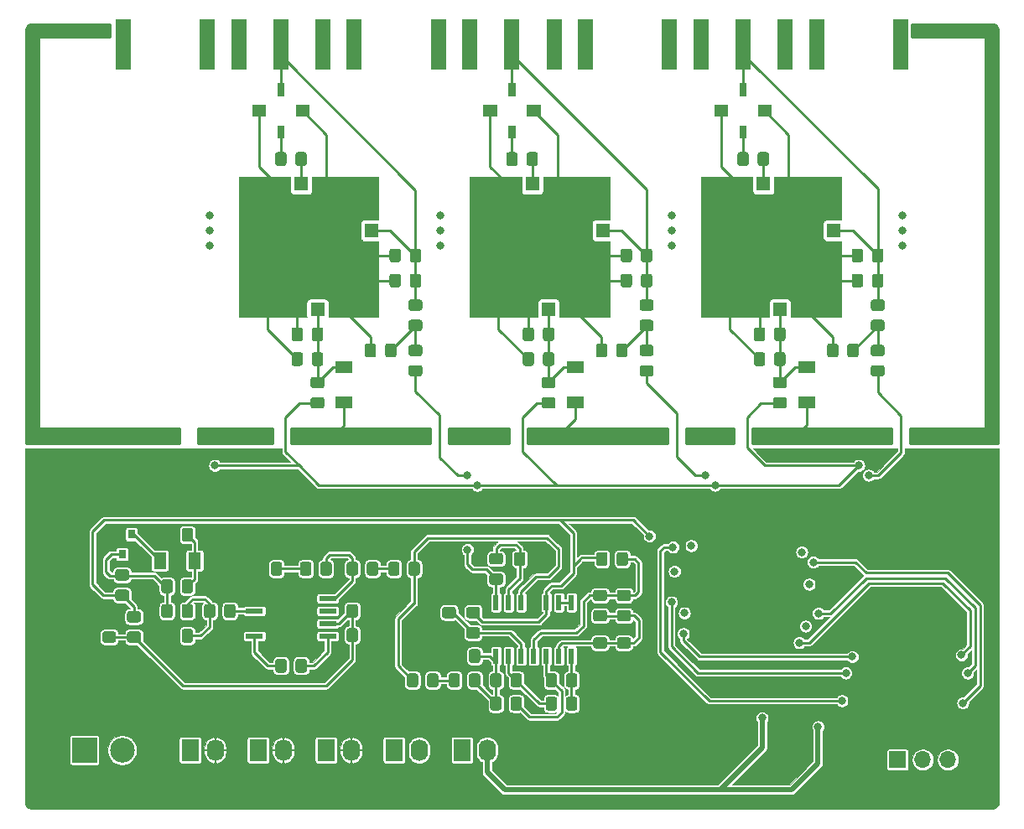
<source format=gbr>
G04 #@! TF.GenerationSoftware,KiCad,Pcbnew,5.1.6+dfsg1-1~bpo10+1*
G04 #@! TF.CreationDate,2020-10-10T21:46:56-04:00*
G04 #@! TF.ProjectId,hardware,68617264-7761-4726-952e-6b696361645f,1.0.0*
G04 #@! TF.SameCoordinates,Original*
G04 #@! TF.FileFunction,Copper,L4,Bot*
G04 #@! TF.FilePolarity,Positive*
%FSLAX46Y46*%
G04 Gerber Fmt 4.6, Leading zero omitted, Abs format (unit mm)*
G04 Created by KiCad (PCBNEW 5.1.6+dfsg1-1~bpo10+1) date 2020-10-10 21:46:56*
%MOMM*%
%LPD*%
G01*
G04 APERTURE LIST*
G04 #@! TA.AperFunction,SMDPad,CuDef*
%ADD10R,1.320000X1.320000*%
G04 #@! TD*
G04 #@! TA.AperFunction,ComponentPad*
%ADD11R,1.700000X1.700000*%
G04 #@! TD*
G04 #@! TA.AperFunction,ComponentPad*
%ADD12O,1.700000X1.700000*%
G04 #@! TD*
G04 #@! TA.AperFunction,ComponentPad*
%ADD13O,1.740000X2.200000*%
G04 #@! TD*
G04 #@! TA.AperFunction,ComponentPad*
%ADD14R,1.740000X2.200000*%
G04 #@! TD*
G04 #@! TA.AperFunction,SMDPad,CuDef*
%ADD15C,0.100000*%
G04 #@! TD*
G04 #@! TA.AperFunction,SMDPad,CuDef*
%ADD16R,1.750000X0.550000*%
G04 #@! TD*
G04 #@! TA.AperFunction,ComponentPad*
%ADD17R,2.499360X2.499360*%
G04 #@! TD*
G04 #@! TA.AperFunction,ComponentPad*
%ADD18C,2.499360*%
G04 #@! TD*
G04 #@! TA.AperFunction,SMDPad,CuDef*
%ADD19R,1.700000X1.300000*%
G04 #@! TD*
G04 #@! TA.AperFunction,SMDPad,CuDef*
%ADD20R,1.500000X5.080000*%
G04 #@! TD*
G04 #@! TA.AperFunction,SMDPad,CuDef*
%ADD21R,0.800000X0.900000*%
G04 #@! TD*
G04 #@! TA.AperFunction,SMDPad,CuDef*
%ADD22R,1.300000X1.700000*%
G04 #@! TD*
G04 #@! TA.AperFunction,SMDPad,CuDef*
%ADD23R,0.600000X1.500000*%
G04 #@! TD*
G04 #@! TA.AperFunction,ViaPad*
%ADD24C,0.800000*%
G04 #@! TD*
G04 #@! TA.AperFunction,Conductor*
%ADD25C,0.293370*%
G04 #@! TD*
G04 #@! TA.AperFunction,Conductor*
%ADD26C,0.250000*%
G04 #@! TD*
G04 #@! TA.AperFunction,Conductor*
%ADD27C,0.517215*%
G04 #@! TD*
G04 #@! TA.AperFunction,Conductor*
%ADD28C,0.100000*%
G04 #@! TD*
G04 #@! TA.AperFunction,Conductor*
%ADD29C,0.254000*%
G04 #@! TD*
G04 APERTURE END LIST*
D10*
X111461998Y-78583000D03*
X111461998Y-76043000D03*
X111461998Y-73503000D03*
X111461998Y-70963000D03*
X124161998Y-78329000D03*
X124161998Y-75789000D03*
X124161998Y-73249000D03*
X124161998Y-70709000D03*
X113620998Y-81250000D03*
X116160998Y-81250000D03*
X118700998Y-81250000D03*
X121240998Y-81250000D03*
X122129998Y-68550000D03*
X119589998Y-68550000D03*
X117049998Y-68550000D03*
X114509998Y-68550000D03*
D11*
X153931666Y-126725000D03*
D12*
X156471666Y-126725000D03*
X159011666Y-126725000D03*
D13*
X112485001Y-125750000D03*
D14*
X109945001Y-125750000D03*
X82500000Y-125750000D03*
D13*
X85040000Y-125750000D03*
X105623750Y-125750000D03*
D14*
X103083750Y-125750000D03*
X89361250Y-125750000D03*
D13*
X91901250Y-125750000D03*
X98762500Y-125750000D03*
D14*
X96222500Y-125750000D03*
D10*
X134795330Y-78583000D03*
X134795330Y-76043000D03*
X134795330Y-73503000D03*
X134795330Y-70963000D03*
X147495330Y-78329000D03*
X147495330Y-75789000D03*
X147495330Y-73249000D03*
X147495330Y-70709000D03*
X136954330Y-81250000D03*
X139494330Y-81250000D03*
X142034330Y-81250000D03*
X144574330Y-81250000D03*
X145463330Y-68550000D03*
X142923330Y-68550000D03*
X140383330Y-68550000D03*
X137843330Y-68550000D03*
X88128666Y-78583000D03*
X88128666Y-76043000D03*
X88128666Y-73503000D03*
X88128666Y-70963000D03*
X100828666Y-78329000D03*
X100828666Y-75789000D03*
X100828666Y-73249000D03*
X100828666Y-70709000D03*
X90287666Y-81250000D03*
X92827666Y-81250000D03*
X95367666Y-81250000D03*
X97907666Y-81250000D03*
X98796666Y-68550000D03*
X96256666Y-68550000D03*
X93716666Y-68550000D03*
X91176666Y-68550000D03*
G04 #@! TA.AperFunction,SMDPad,CuDef*
G36*
G01*
X103778666Y-77878999D02*
X103778666Y-78779001D01*
G75*
G02*
X103528667Y-79029000I-249999J0D01*
G01*
X102878665Y-79029000D01*
G75*
G02*
X102628666Y-78779001I0J249999D01*
G01*
X102628666Y-77878999D01*
G75*
G02*
X102878665Y-77629000I249999J0D01*
G01*
X103528667Y-77629000D01*
G75*
G02*
X103778666Y-77878999I0J-249999D01*
G01*
G37*
G04 #@! TD.AperFunction*
G04 #@! TA.AperFunction,SMDPad,CuDef*
G36*
G01*
X105828666Y-77878999D02*
X105828666Y-78779001D01*
G75*
G02*
X105578667Y-79029000I-249999J0D01*
G01*
X104928665Y-79029000D01*
G75*
G02*
X104678666Y-78779001I0J249999D01*
G01*
X104678666Y-77878999D01*
G75*
G02*
X104928665Y-77629000I249999J0D01*
G01*
X105578667Y-77629000D01*
G75*
G02*
X105828666Y-77878999I0J-249999D01*
G01*
G37*
G04 #@! TD.AperFunction*
G04 #@! TA.AperFunction,SMDPad,CuDef*
G36*
G01*
X105828666Y-75338999D02*
X105828666Y-76239001D01*
G75*
G02*
X105578667Y-76489000I-249999J0D01*
G01*
X104928665Y-76489000D01*
G75*
G02*
X104678666Y-76239001I0J249999D01*
G01*
X104678666Y-75338999D01*
G75*
G02*
X104928665Y-75089000I249999J0D01*
G01*
X105578667Y-75089000D01*
G75*
G02*
X105828666Y-75338999I0J-249999D01*
G01*
G37*
G04 #@! TD.AperFunction*
G04 #@! TA.AperFunction,SMDPad,CuDef*
G36*
G01*
X103778666Y-75338999D02*
X103778666Y-76239001D01*
G75*
G02*
X103528667Y-76489000I-249999J0D01*
G01*
X102878665Y-76489000D01*
G75*
G02*
X102628666Y-76239001I0J249999D01*
G01*
X102628666Y-75338999D01*
G75*
G02*
X102878665Y-75089000I249999J0D01*
G01*
X103528667Y-75089000D01*
G75*
G02*
X103778666Y-75338999I0J-249999D01*
G01*
G37*
G04 #@! TD.AperFunction*
G04 #@! TA.AperFunction,SMDPad,CuDef*
G36*
G01*
X129161998Y-75338999D02*
X129161998Y-76239001D01*
G75*
G02*
X128911999Y-76489000I-249999J0D01*
G01*
X128261997Y-76489000D01*
G75*
G02*
X128011998Y-76239001I0J249999D01*
G01*
X128011998Y-75338999D01*
G75*
G02*
X128261997Y-75089000I249999J0D01*
G01*
X128911999Y-75089000D01*
G75*
G02*
X129161998Y-75338999I0J-249999D01*
G01*
G37*
G04 #@! TD.AperFunction*
G04 #@! TA.AperFunction,SMDPad,CuDef*
G36*
G01*
X127111998Y-75338999D02*
X127111998Y-76239001D01*
G75*
G02*
X126861999Y-76489000I-249999J0D01*
G01*
X126211997Y-76489000D01*
G75*
G02*
X125961998Y-76239001I0J249999D01*
G01*
X125961998Y-75338999D01*
G75*
G02*
X126211997Y-75089000I249999J0D01*
G01*
X126861999Y-75089000D01*
G75*
G02*
X127111998Y-75338999I0J-249999D01*
G01*
G37*
G04 #@! TD.AperFunction*
G04 #@! TA.AperFunction,SMDPad,CuDef*
G36*
G01*
X129161998Y-77878999D02*
X129161998Y-78779001D01*
G75*
G02*
X128911999Y-79029000I-249999J0D01*
G01*
X128261997Y-79029000D01*
G75*
G02*
X128011998Y-78779001I0J249999D01*
G01*
X128011998Y-77878999D01*
G75*
G02*
X128261997Y-77629000I249999J0D01*
G01*
X128911999Y-77629000D01*
G75*
G02*
X129161998Y-77878999I0J-249999D01*
G01*
G37*
G04 #@! TD.AperFunction*
G04 #@! TA.AperFunction,SMDPad,CuDef*
G36*
G01*
X127111998Y-77878999D02*
X127111998Y-78779001D01*
G75*
G02*
X126861999Y-79029000I-249999J0D01*
G01*
X126211997Y-79029000D01*
G75*
G02*
X125961998Y-78779001I0J249999D01*
G01*
X125961998Y-77878999D01*
G75*
G02*
X126211997Y-77629000I249999J0D01*
G01*
X126861999Y-77629000D01*
G75*
G02*
X127111998Y-77878999I0J-249999D01*
G01*
G37*
G04 #@! TD.AperFunction*
G04 #@! TA.AperFunction,SMDPad,CuDef*
G36*
G01*
X150445330Y-77878999D02*
X150445330Y-78779001D01*
G75*
G02*
X150195331Y-79029000I-249999J0D01*
G01*
X149545329Y-79029000D01*
G75*
G02*
X149295330Y-78779001I0J249999D01*
G01*
X149295330Y-77878999D01*
G75*
G02*
X149545329Y-77629000I249999J0D01*
G01*
X150195331Y-77629000D01*
G75*
G02*
X150445330Y-77878999I0J-249999D01*
G01*
G37*
G04 #@! TD.AperFunction*
G04 #@! TA.AperFunction,SMDPad,CuDef*
G36*
G01*
X152495330Y-77878999D02*
X152495330Y-78779001D01*
G75*
G02*
X152245331Y-79029000I-249999J0D01*
G01*
X151595329Y-79029000D01*
G75*
G02*
X151345330Y-78779001I0J249999D01*
G01*
X151345330Y-77878999D01*
G75*
G02*
X151595329Y-77629000I249999J0D01*
G01*
X152245331Y-77629000D01*
G75*
G02*
X152495330Y-77878999I0J-249999D01*
G01*
G37*
G04 #@! TD.AperFunction*
G04 #@! TA.AperFunction,SMDPad,CuDef*
G36*
G01*
X150445330Y-75338999D02*
X150445330Y-76239001D01*
G75*
G02*
X150195331Y-76489000I-249999J0D01*
G01*
X149545329Y-76489000D01*
G75*
G02*
X149295330Y-76239001I0J249999D01*
G01*
X149295330Y-75338999D01*
G75*
G02*
X149545329Y-75089000I249999J0D01*
G01*
X150195331Y-75089000D01*
G75*
G02*
X150445330Y-75338999I0J-249999D01*
G01*
G37*
G04 #@! TD.AperFunction*
G04 #@! TA.AperFunction,SMDPad,CuDef*
G36*
G01*
X152495330Y-75338999D02*
X152495330Y-76239001D01*
G75*
G02*
X152245331Y-76489000I-249999J0D01*
G01*
X151595329Y-76489000D01*
G75*
G02*
X151345330Y-76239001I0J249999D01*
G01*
X151345330Y-75338999D01*
G75*
G02*
X151595329Y-75089000I249999J0D01*
G01*
X152245331Y-75089000D01*
G75*
G02*
X152495330Y-75338999I0J-249999D01*
G01*
G37*
G04 #@! TD.AperFunction*
G04 #@! TA.AperFunction,SMDPad,CuDef*
G36*
G01*
X93141666Y-66500001D02*
X93141666Y-65599999D01*
G75*
G02*
X93391665Y-65350000I249999J0D01*
G01*
X94041667Y-65350000D01*
G75*
G02*
X94291666Y-65599999I0J-249999D01*
G01*
X94291666Y-66500001D01*
G75*
G02*
X94041667Y-66750000I-249999J0D01*
G01*
X93391665Y-66750000D01*
G75*
G02*
X93141666Y-66500001I0J249999D01*
G01*
G37*
G04 #@! TD.AperFunction*
G04 #@! TA.AperFunction,SMDPad,CuDef*
G36*
G01*
X91091666Y-66500001D02*
X91091666Y-65599999D01*
G75*
G02*
X91341665Y-65350000I249999J0D01*
G01*
X91991667Y-65350000D01*
G75*
G02*
X92241666Y-65599999I0J-249999D01*
G01*
X92241666Y-66500001D01*
G75*
G02*
X91991667Y-66750000I-249999J0D01*
G01*
X91341665Y-66750000D01*
G75*
G02*
X91091666Y-66500001I0J249999D01*
G01*
G37*
G04 #@! TD.AperFunction*
G04 #@! TA.AperFunction,SMDPad,CuDef*
G36*
G01*
X114424998Y-66500001D02*
X114424998Y-65599999D01*
G75*
G02*
X114674997Y-65350000I249999J0D01*
G01*
X115324999Y-65350000D01*
G75*
G02*
X115574998Y-65599999I0J-249999D01*
G01*
X115574998Y-66500001D01*
G75*
G02*
X115324999Y-66750000I-249999J0D01*
G01*
X114674997Y-66750000D01*
G75*
G02*
X114424998Y-66500001I0J249999D01*
G01*
G37*
G04 #@! TD.AperFunction*
G04 #@! TA.AperFunction,SMDPad,CuDef*
G36*
G01*
X116474998Y-66500001D02*
X116474998Y-65599999D01*
G75*
G02*
X116724997Y-65350000I249999J0D01*
G01*
X117374999Y-65350000D01*
G75*
G02*
X117624998Y-65599999I0J-249999D01*
G01*
X117624998Y-66500001D01*
G75*
G02*
X117374999Y-66750000I-249999J0D01*
G01*
X116724997Y-66750000D01*
G75*
G02*
X116474998Y-66500001I0J249999D01*
G01*
G37*
G04 #@! TD.AperFunction*
G04 #@! TA.AperFunction,SMDPad,CuDef*
G36*
G01*
X137758330Y-66500001D02*
X137758330Y-65599999D01*
G75*
G02*
X138008329Y-65350000I249999J0D01*
G01*
X138658331Y-65350000D01*
G75*
G02*
X138908330Y-65599999I0J-249999D01*
G01*
X138908330Y-66500001D01*
G75*
G02*
X138658331Y-66750000I-249999J0D01*
G01*
X138008329Y-66750000D01*
G75*
G02*
X137758330Y-66500001I0J249999D01*
G01*
G37*
G04 #@! TD.AperFunction*
G04 #@! TA.AperFunction,SMDPad,CuDef*
G36*
G01*
X139808330Y-66500001D02*
X139808330Y-65599999D01*
G75*
G02*
X140058329Y-65350000I249999J0D01*
G01*
X140708331Y-65350000D01*
G75*
G02*
X140958330Y-65599999I0J-249999D01*
G01*
X140958330Y-66500001D01*
G75*
G02*
X140708331Y-66750000I-249999J0D01*
G01*
X140058329Y-66750000D01*
G75*
G02*
X139808330Y-66500001I0J249999D01*
G01*
G37*
G04 #@! TD.AperFunction*
G04 #@! TA.AperFunction,SMDPad,CuDef*
G36*
G01*
X95942666Y-85799999D02*
X95942666Y-86700001D01*
G75*
G02*
X95692667Y-86950000I-249999J0D01*
G01*
X95042665Y-86950000D01*
G75*
G02*
X94792666Y-86700001I0J249999D01*
G01*
X94792666Y-85799999D01*
G75*
G02*
X95042665Y-85550000I249999J0D01*
G01*
X95692667Y-85550000D01*
G75*
G02*
X95942666Y-85799999I0J-249999D01*
G01*
G37*
G04 #@! TD.AperFunction*
G04 #@! TA.AperFunction,SMDPad,CuDef*
G36*
G01*
X93892666Y-85799999D02*
X93892666Y-86700001D01*
G75*
G02*
X93642667Y-86950000I-249999J0D01*
G01*
X92992665Y-86950000D01*
G75*
G02*
X92742666Y-86700001I0J249999D01*
G01*
X92742666Y-85799999D01*
G75*
G02*
X92992665Y-85550000I249999J0D01*
G01*
X93642667Y-85550000D01*
G75*
G02*
X93892666Y-85799999I0J-249999D01*
G01*
G37*
G04 #@! TD.AperFunction*
G04 #@! TA.AperFunction,SMDPad,CuDef*
G36*
G01*
X93892666Y-83299999D02*
X93892666Y-84200001D01*
G75*
G02*
X93642667Y-84450000I-249999J0D01*
G01*
X92992665Y-84450000D01*
G75*
G02*
X92742666Y-84200001I0J249999D01*
G01*
X92742666Y-83299999D01*
G75*
G02*
X92992665Y-83050000I249999J0D01*
G01*
X93642667Y-83050000D01*
G75*
G02*
X93892666Y-83299999I0J-249999D01*
G01*
G37*
G04 #@! TD.AperFunction*
G04 #@! TA.AperFunction,SMDPad,CuDef*
G36*
G01*
X95942666Y-83299999D02*
X95942666Y-84200001D01*
G75*
G02*
X95692667Y-84450000I-249999J0D01*
G01*
X95042665Y-84450000D01*
G75*
G02*
X94792666Y-84200001I0J249999D01*
G01*
X94792666Y-83299999D01*
G75*
G02*
X95042665Y-83050000I249999J0D01*
G01*
X95692667Y-83050000D01*
G75*
G02*
X95942666Y-83299999I0J-249999D01*
G01*
G37*
G04 #@! TD.AperFunction*
G04 #@! TA.AperFunction,SMDPad,CuDef*
G36*
G01*
X119275998Y-85799999D02*
X119275998Y-86700001D01*
G75*
G02*
X119025999Y-86950000I-249999J0D01*
G01*
X118375997Y-86950000D01*
G75*
G02*
X118125998Y-86700001I0J249999D01*
G01*
X118125998Y-85799999D01*
G75*
G02*
X118375997Y-85550000I249999J0D01*
G01*
X119025999Y-85550000D01*
G75*
G02*
X119275998Y-85799999I0J-249999D01*
G01*
G37*
G04 #@! TD.AperFunction*
G04 #@! TA.AperFunction,SMDPad,CuDef*
G36*
G01*
X117225998Y-85799999D02*
X117225998Y-86700001D01*
G75*
G02*
X116975999Y-86950000I-249999J0D01*
G01*
X116325997Y-86950000D01*
G75*
G02*
X116075998Y-86700001I0J249999D01*
G01*
X116075998Y-85799999D01*
G75*
G02*
X116325997Y-85550000I249999J0D01*
G01*
X116975999Y-85550000D01*
G75*
G02*
X117225998Y-85799999I0J-249999D01*
G01*
G37*
G04 #@! TD.AperFunction*
G04 #@! TA.AperFunction,SMDPad,CuDef*
G36*
G01*
X117225998Y-83299999D02*
X117225998Y-84200001D01*
G75*
G02*
X116975999Y-84450000I-249999J0D01*
G01*
X116325997Y-84450000D01*
G75*
G02*
X116075998Y-84200001I0J249999D01*
G01*
X116075998Y-83299999D01*
G75*
G02*
X116325997Y-83050000I249999J0D01*
G01*
X116975999Y-83050000D01*
G75*
G02*
X117225998Y-83299999I0J-249999D01*
G01*
G37*
G04 #@! TD.AperFunction*
G04 #@! TA.AperFunction,SMDPad,CuDef*
G36*
G01*
X119275998Y-83299999D02*
X119275998Y-84200001D01*
G75*
G02*
X119025999Y-84450000I-249999J0D01*
G01*
X118375997Y-84450000D01*
G75*
G02*
X118125998Y-84200001I0J249999D01*
G01*
X118125998Y-83299999D01*
G75*
G02*
X118375997Y-83050000I249999J0D01*
G01*
X119025999Y-83050000D01*
G75*
G02*
X119275998Y-83299999I0J-249999D01*
G01*
G37*
G04 #@! TD.AperFunction*
G04 #@! TA.AperFunction,SMDPad,CuDef*
G36*
G01*
X142609330Y-85799999D02*
X142609330Y-86700001D01*
G75*
G02*
X142359331Y-86950000I-249999J0D01*
G01*
X141709329Y-86950000D01*
G75*
G02*
X141459330Y-86700001I0J249999D01*
G01*
X141459330Y-85799999D01*
G75*
G02*
X141709329Y-85550000I249999J0D01*
G01*
X142359331Y-85550000D01*
G75*
G02*
X142609330Y-85799999I0J-249999D01*
G01*
G37*
G04 #@! TD.AperFunction*
G04 #@! TA.AperFunction,SMDPad,CuDef*
G36*
G01*
X140559330Y-85799999D02*
X140559330Y-86700001D01*
G75*
G02*
X140309331Y-86950000I-249999J0D01*
G01*
X139659329Y-86950000D01*
G75*
G02*
X139409330Y-86700001I0J249999D01*
G01*
X139409330Y-85799999D01*
G75*
G02*
X139659329Y-85550000I249999J0D01*
G01*
X140309331Y-85550000D01*
G75*
G02*
X140559330Y-85799999I0J-249999D01*
G01*
G37*
G04 #@! TD.AperFunction*
G04 #@! TA.AperFunction,SMDPad,CuDef*
G36*
G01*
X140559330Y-83299999D02*
X140559330Y-84200001D01*
G75*
G02*
X140309331Y-84450000I-249999J0D01*
G01*
X139659329Y-84450000D01*
G75*
G02*
X139409330Y-84200001I0J249999D01*
G01*
X139409330Y-83299999D01*
G75*
G02*
X139659329Y-83050000I249999J0D01*
G01*
X140309331Y-83050000D01*
G75*
G02*
X140559330Y-83299999I0J-249999D01*
G01*
G37*
G04 #@! TD.AperFunction*
G04 #@! TA.AperFunction,SMDPad,CuDef*
G36*
G01*
X142609330Y-83299999D02*
X142609330Y-84200001D01*
G75*
G02*
X142359331Y-84450000I-249999J0D01*
G01*
X141709329Y-84450000D01*
G75*
G02*
X141459330Y-84200001I0J249999D01*
G01*
X141459330Y-83299999D01*
G75*
G02*
X141709329Y-83050000I249999J0D01*
G01*
X142359331Y-83050000D01*
G75*
G02*
X142609330Y-83299999I0J-249999D01*
G01*
G37*
G04 #@! TD.AperFunction*
G04 #@! TA.AperFunction,SMDPad,CuDef*
G36*
G01*
X94917665Y-88050000D02*
X95817667Y-88050000D01*
G75*
G02*
X96067666Y-88299999I0J-249999D01*
G01*
X96067666Y-88950001D01*
G75*
G02*
X95817667Y-89200000I-249999J0D01*
G01*
X94917665Y-89200000D01*
G75*
G02*
X94667666Y-88950001I0J249999D01*
G01*
X94667666Y-88299999D01*
G75*
G02*
X94917665Y-88050000I249999J0D01*
G01*
G37*
G04 #@! TD.AperFunction*
G04 #@! TA.AperFunction,SMDPad,CuDef*
G36*
G01*
X94917665Y-90100000D02*
X95817667Y-90100000D01*
G75*
G02*
X96067666Y-90349999I0J-249999D01*
G01*
X96067666Y-91000001D01*
G75*
G02*
X95817667Y-91250000I-249999J0D01*
G01*
X94917665Y-91250000D01*
G75*
G02*
X94667666Y-91000001I0J249999D01*
G01*
X94667666Y-90349999D01*
G75*
G02*
X94917665Y-90100000I249999J0D01*
G01*
G37*
G04 #@! TD.AperFunction*
G04 #@! TA.AperFunction,SMDPad,CuDef*
G36*
G01*
X118250997Y-88050000D02*
X119150999Y-88050000D01*
G75*
G02*
X119400998Y-88299999I0J-249999D01*
G01*
X119400998Y-88950001D01*
G75*
G02*
X119150999Y-89200000I-249999J0D01*
G01*
X118250997Y-89200000D01*
G75*
G02*
X118000998Y-88950001I0J249999D01*
G01*
X118000998Y-88299999D01*
G75*
G02*
X118250997Y-88050000I249999J0D01*
G01*
G37*
G04 #@! TD.AperFunction*
G04 #@! TA.AperFunction,SMDPad,CuDef*
G36*
G01*
X118250997Y-90100000D02*
X119150999Y-90100000D01*
G75*
G02*
X119400998Y-90349999I0J-249999D01*
G01*
X119400998Y-91000001D01*
G75*
G02*
X119150999Y-91250000I-249999J0D01*
G01*
X118250997Y-91250000D01*
G75*
G02*
X118000998Y-91000001I0J249999D01*
G01*
X118000998Y-90349999D01*
G75*
G02*
X118250997Y-90100000I249999J0D01*
G01*
G37*
G04 #@! TD.AperFunction*
G04 #@! TA.AperFunction,SMDPad,CuDef*
G36*
G01*
X141584329Y-90100000D02*
X142484331Y-90100000D01*
G75*
G02*
X142734330Y-90349999I0J-249999D01*
G01*
X142734330Y-91000001D01*
G75*
G02*
X142484331Y-91250000I-249999J0D01*
G01*
X141584329Y-91250000D01*
G75*
G02*
X141334330Y-91000001I0J249999D01*
G01*
X141334330Y-90349999D01*
G75*
G02*
X141584329Y-90100000I249999J0D01*
G01*
G37*
G04 #@! TD.AperFunction*
G04 #@! TA.AperFunction,SMDPad,CuDef*
G36*
G01*
X141584329Y-88050000D02*
X142484331Y-88050000D01*
G75*
G02*
X142734330Y-88299999I0J-249999D01*
G01*
X142734330Y-88950001D01*
G75*
G02*
X142484331Y-89200000I-249999J0D01*
G01*
X141584329Y-89200000D01*
G75*
G02*
X141334330Y-88950001I0J249999D01*
G01*
X141334330Y-88299999D01*
G75*
G02*
X141584329Y-88050000I249999J0D01*
G01*
G37*
G04 #@! TD.AperFunction*
G04 #@! TA.AperFunction,SMDPad,CuDef*
D15*
G36*
X93166666Y-60595000D02*
G01*
X94566666Y-60595000D01*
X94566666Y-61795000D01*
X93166666Y-61795000D01*
X93166666Y-60595000D01*
G37*
G04 #@! TD.AperFunction*
G04 #@! TA.AperFunction,SMDPad,CuDef*
G36*
X88766666Y-60595000D02*
G01*
X90166666Y-60595000D01*
X90166666Y-61795000D01*
X88766666Y-61795000D01*
X88766666Y-60595000D01*
G37*
G04 #@! TD.AperFunction*
G04 #@! TA.AperFunction,SMDPad,CuDef*
G36*
X91316666Y-58395000D02*
G01*
X92016666Y-58395000D01*
X92016666Y-59695000D01*
X91316666Y-59695000D01*
X91316666Y-58395000D01*
G37*
G04 #@! TD.AperFunction*
G04 #@! TA.AperFunction,SMDPad,CuDef*
G36*
X91316666Y-62695000D02*
G01*
X92016666Y-62695000D01*
X92016666Y-63995000D01*
X91316666Y-63995000D01*
X91316666Y-62695000D01*
G37*
G04 #@! TD.AperFunction*
G04 #@! TA.AperFunction,SMDPad,CuDef*
G36*
X114649998Y-62695000D02*
G01*
X115349998Y-62695000D01*
X115349998Y-63995000D01*
X114649998Y-63995000D01*
X114649998Y-62695000D01*
G37*
G04 #@! TD.AperFunction*
G04 #@! TA.AperFunction,SMDPad,CuDef*
G36*
X114649998Y-58395000D02*
G01*
X115349998Y-58395000D01*
X115349998Y-59695000D01*
X114649998Y-59695000D01*
X114649998Y-58395000D01*
G37*
G04 #@! TD.AperFunction*
G04 #@! TA.AperFunction,SMDPad,CuDef*
G36*
X112099998Y-60595000D02*
G01*
X113499998Y-60595000D01*
X113499998Y-61795000D01*
X112099998Y-61795000D01*
X112099998Y-60595000D01*
G37*
G04 #@! TD.AperFunction*
G04 #@! TA.AperFunction,SMDPad,CuDef*
G36*
X116499998Y-60595000D02*
G01*
X117899998Y-60595000D01*
X117899998Y-61795000D01*
X116499998Y-61795000D01*
X116499998Y-60595000D01*
G37*
G04 #@! TD.AperFunction*
G04 #@! TA.AperFunction,SMDPad,CuDef*
G36*
X137983330Y-62695000D02*
G01*
X138683330Y-62695000D01*
X138683330Y-63995000D01*
X137983330Y-63995000D01*
X137983330Y-62695000D01*
G37*
G04 #@! TD.AperFunction*
G04 #@! TA.AperFunction,SMDPad,CuDef*
G36*
X137983330Y-58395000D02*
G01*
X138683330Y-58395000D01*
X138683330Y-59695000D01*
X137983330Y-59695000D01*
X137983330Y-58395000D01*
G37*
G04 #@! TD.AperFunction*
G04 #@! TA.AperFunction,SMDPad,CuDef*
G36*
X135433330Y-60595000D02*
G01*
X136833330Y-60595000D01*
X136833330Y-61795000D01*
X135433330Y-61795000D01*
X135433330Y-60595000D01*
G37*
G04 #@! TD.AperFunction*
G04 #@! TA.AperFunction,SMDPad,CuDef*
G36*
X139833330Y-60595000D02*
G01*
X141233330Y-60595000D01*
X141233330Y-61795000D01*
X139833330Y-61795000D01*
X139833330Y-60595000D01*
G37*
G04 #@! TD.AperFunction*
G04 #@! TA.AperFunction,SMDPad,CuDef*
G36*
G01*
X114850000Y-119150001D02*
X114850000Y-118249999D01*
G75*
G02*
X115099999Y-118000000I249999J0D01*
G01*
X115750001Y-118000000D01*
G75*
G02*
X116000000Y-118249999I0J-249999D01*
G01*
X116000000Y-119150001D01*
G75*
G02*
X115750001Y-119400000I-249999J0D01*
G01*
X115099999Y-119400000D01*
G75*
G02*
X114850000Y-119150001I0J249999D01*
G01*
G37*
G04 #@! TD.AperFunction*
G04 #@! TA.AperFunction,SMDPad,CuDef*
G36*
G01*
X112800000Y-119150001D02*
X112800000Y-118249999D01*
G75*
G02*
X113049999Y-118000000I249999J0D01*
G01*
X113700001Y-118000000D01*
G75*
G02*
X113950000Y-118249999I0J-249999D01*
G01*
X113950000Y-119150001D01*
G75*
G02*
X113700001Y-119400000I-249999J0D01*
G01*
X113049999Y-119400000D01*
G75*
G02*
X112800000Y-119150001I0J249999D01*
G01*
G37*
G04 #@! TD.AperFunction*
G04 #@! TA.AperFunction,SMDPad,CuDef*
G36*
G01*
X123449999Y-109550000D02*
X124350001Y-109550000D01*
G75*
G02*
X124600000Y-109799999I0J-249999D01*
G01*
X124600000Y-110450001D01*
G75*
G02*
X124350001Y-110700000I-249999J0D01*
G01*
X123449999Y-110700000D01*
G75*
G02*
X123200000Y-110450001I0J249999D01*
G01*
X123200000Y-109799999D01*
G75*
G02*
X123449999Y-109550000I249999J0D01*
G01*
G37*
G04 #@! TD.AperFunction*
G04 #@! TA.AperFunction,SMDPad,CuDef*
G36*
G01*
X123449999Y-111600000D02*
X124350001Y-111600000D01*
G75*
G02*
X124600000Y-111849999I0J-249999D01*
G01*
X124600000Y-112500001D01*
G75*
G02*
X124350001Y-112750000I-249999J0D01*
G01*
X123449999Y-112750000D01*
G75*
G02*
X123200000Y-112500001I0J249999D01*
G01*
X123200000Y-111849999D01*
G75*
G02*
X123449999Y-111600000I249999J0D01*
G01*
G37*
G04 #@! TD.AperFunction*
G04 #@! TA.AperFunction,SMDPad,CuDef*
G36*
G01*
X123449999Y-116400000D02*
X124350001Y-116400000D01*
G75*
G02*
X124600000Y-116649999I0J-249999D01*
G01*
X124600000Y-117300001D01*
G75*
G02*
X124350001Y-117550000I-249999J0D01*
G01*
X123449999Y-117550000D01*
G75*
G02*
X123200000Y-117300001I0J249999D01*
G01*
X123200000Y-116649999D01*
G75*
G02*
X123449999Y-116400000I249999J0D01*
G01*
G37*
G04 #@! TD.AperFunction*
G04 #@! TA.AperFunction,SMDPad,CuDef*
G36*
G01*
X123449999Y-114350000D02*
X124350001Y-114350000D01*
G75*
G02*
X124600000Y-114599999I0J-249999D01*
G01*
X124600000Y-115250001D01*
G75*
G02*
X124350001Y-115500000I-249999J0D01*
G01*
X123449999Y-115500000D01*
G75*
G02*
X123200000Y-115250001I0J249999D01*
G01*
X123200000Y-114599999D01*
G75*
G02*
X123449999Y-114350000I249999J0D01*
G01*
G37*
G04 #@! TD.AperFunction*
G04 #@! TA.AperFunction,SMDPad,CuDef*
G36*
G01*
X110650000Y-119150001D02*
X110650000Y-118249999D01*
G75*
G02*
X110899999Y-118000000I249999J0D01*
G01*
X111550001Y-118000000D01*
G75*
G02*
X111800000Y-118249999I0J-249999D01*
G01*
X111800000Y-119150001D01*
G75*
G02*
X111550001Y-119400000I-249999J0D01*
G01*
X110899999Y-119400000D01*
G75*
G02*
X110650000Y-119150001I0J249999D01*
G01*
G37*
G04 #@! TD.AperFunction*
G04 #@! TA.AperFunction,SMDPad,CuDef*
G36*
G01*
X108600000Y-119150001D02*
X108600000Y-118249999D01*
G75*
G02*
X108849999Y-118000000I249999J0D01*
G01*
X109500001Y-118000000D01*
G75*
G02*
X109750000Y-118249999I0J-249999D01*
G01*
X109750000Y-119150001D01*
G75*
G02*
X109500001Y-119400000I-249999J0D01*
G01*
X108849999Y-119400000D01*
G75*
G02*
X108600000Y-119150001I0J249999D01*
G01*
G37*
G04 #@! TD.AperFunction*
G04 #@! TA.AperFunction,SMDPad,CuDef*
G36*
G01*
X101500000Y-111244999D02*
X101500000Y-112145001D01*
G75*
G02*
X101250001Y-112395000I-249999J0D01*
G01*
X100599999Y-112395000D01*
G75*
G02*
X100350000Y-112145001I0J249999D01*
G01*
X100350000Y-111244999D01*
G75*
G02*
X100599999Y-110995000I249999J0D01*
G01*
X101250001Y-110995000D01*
G75*
G02*
X101500000Y-111244999I0J-249999D01*
G01*
G37*
G04 #@! TD.AperFunction*
G04 #@! TA.AperFunction,SMDPad,CuDef*
G36*
G01*
X99450000Y-111244999D02*
X99450000Y-112145001D01*
G75*
G02*
X99200001Y-112395000I-249999J0D01*
G01*
X98549999Y-112395000D01*
G75*
G02*
X98300000Y-112145001I0J249999D01*
G01*
X98300000Y-111244999D01*
G75*
G02*
X98549999Y-110995000I249999J0D01*
G01*
X99200001Y-110995000D01*
G75*
G02*
X99450000Y-111244999I0J-249999D01*
G01*
G37*
G04 #@! TD.AperFunction*
G04 #@! TA.AperFunction,SMDPad,CuDef*
G36*
G01*
X99450000Y-113679999D02*
X99450000Y-114580001D01*
G75*
G02*
X99200001Y-114830000I-249999J0D01*
G01*
X98549999Y-114830000D01*
G75*
G02*
X98300000Y-114580001I0J249999D01*
G01*
X98300000Y-113679999D01*
G75*
G02*
X98549999Y-113430000I249999J0D01*
G01*
X99200001Y-113430000D01*
G75*
G02*
X99450000Y-113679999I0J-249999D01*
G01*
G37*
G04 #@! TD.AperFunction*
G04 #@! TA.AperFunction,SMDPad,CuDef*
G36*
G01*
X101500000Y-113679999D02*
X101500000Y-114580001D01*
G75*
G02*
X101250001Y-114830000I-249999J0D01*
G01*
X100599999Y-114830000D01*
G75*
G02*
X100350000Y-114580001I0J249999D01*
G01*
X100350000Y-113679999D01*
G75*
G02*
X100599999Y-113430000I249999J0D01*
G01*
X101250001Y-113430000D01*
G75*
G02*
X101500000Y-113679999I0J-249999D01*
G01*
G37*
G04 #@! TD.AperFunction*
G04 #@! TA.AperFunction,SMDPad,CuDef*
G36*
G01*
X101500000Y-106979999D02*
X101500000Y-107880001D01*
G75*
G02*
X101250001Y-108130000I-249999J0D01*
G01*
X100599999Y-108130000D01*
G75*
G02*
X100350000Y-107880001I0J249999D01*
G01*
X100350000Y-106979999D01*
G75*
G02*
X100599999Y-106730000I249999J0D01*
G01*
X101250001Y-106730000D01*
G75*
G02*
X101500000Y-106979999I0J-249999D01*
G01*
G37*
G04 #@! TD.AperFunction*
G04 #@! TA.AperFunction,SMDPad,CuDef*
G36*
G01*
X99450000Y-106979999D02*
X99450000Y-107880001D01*
G75*
G02*
X99200001Y-108130000I-249999J0D01*
G01*
X98549999Y-108130000D01*
G75*
G02*
X98300000Y-107880001I0J249999D01*
G01*
X98300000Y-106979999D01*
G75*
G02*
X98549999Y-106730000I249999J0D01*
G01*
X99200001Y-106730000D01*
G75*
G02*
X99450000Y-106979999I0J-249999D01*
G01*
G37*
G04 #@! TD.AperFunction*
G04 #@! TA.AperFunction,SMDPad,CuDef*
G36*
G01*
X83900000Y-112150001D02*
X83900000Y-111249999D01*
G75*
G02*
X84149999Y-111000000I249999J0D01*
G01*
X84800001Y-111000000D01*
G75*
G02*
X85050000Y-111249999I0J-249999D01*
G01*
X85050000Y-112150001D01*
G75*
G02*
X84800001Y-112400000I-249999J0D01*
G01*
X84149999Y-112400000D01*
G75*
G02*
X83900000Y-112150001I0J249999D01*
G01*
G37*
G04 #@! TD.AperFunction*
G04 #@! TA.AperFunction,SMDPad,CuDef*
G36*
G01*
X85950000Y-112150001D02*
X85950000Y-111249999D01*
G75*
G02*
X86199999Y-111000000I249999J0D01*
G01*
X86850001Y-111000000D01*
G75*
G02*
X87100000Y-111249999I0J-249999D01*
G01*
X87100000Y-112150001D01*
G75*
G02*
X86850001Y-112400000I-249999J0D01*
G01*
X86199999Y-112400000D01*
G75*
G02*
X85950000Y-112150001I0J249999D01*
G01*
G37*
G04 #@! TD.AperFunction*
G04 #@! TA.AperFunction,SMDPad,CuDef*
G36*
G01*
X94750000Y-106979999D02*
X94750000Y-107880001D01*
G75*
G02*
X94500001Y-108130000I-249999J0D01*
G01*
X93849999Y-108130000D01*
G75*
G02*
X93600000Y-107880001I0J249999D01*
G01*
X93600000Y-106979999D01*
G75*
G02*
X93849999Y-106730000I249999J0D01*
G01*
X94500001Y-106730000D01*
G75*
G02*
X94750000Y-106979999I0J-249999D01*
G01*
G37*
G04 #@! TD.AperFunction*
G04 #@! TA.AperFunction,SMDPad,CuDef*
G36*
G01*
X96800000Y-106979999D02*
X96800000Y-107880001D01*
G75*
G02*
X96550001Y-108130000I-249999J0D01*
G01*
X95899999Y-108130000D01*
G75*
G02*
X95650000Y-107880001I0J249999D01*
G01*
X95650000Y-106979999D01*
G75*
G02*
X95899999Y-106730000I249999J0D01*
G01*
X96550001Y-106730000D01*
G75*
G02*
X96800000Y-106979999I0J-249999D01*
G01*
G37*
G04 #@! TD.AperFunction*
G04 #@! TA.AperFunction,SMDPad,CuDef*
G36*
G01*
X79600000Y-104450001D02*
X79600000Y-103549999D01*
G75*
G02*
X79849999Y-103300000I249999J0D01*
G01*
X80500001Y-103300000D01*
G75*
G02*
X80750000Y-103549999I0J-249999D01*
G01*
X80750000Y-104450001D01*
G75*
G02*
X80500001Y-104700000I-249999J0D01*
G01*
X79849999Y-104700000D01*
G75*
G02*
X79600000Y-104450001I0J249999D01*
G01*
G37*
G04 #@! TD.AperFunction*
G04 #@! TA.AperFunction,SMDPad,CuDef*
G36*
G01*
X81650000Y-104450001D02*
X81650000Y-103549999D01*
G75*
G02*
X81899999Y-103300000I249999J0D01*
G01*
X82550001Y-103300000D01*
G75*
G02*
X82800000Y-103549999I0J-249999D01*
G01*
X82800000Y-104450001D01*
G75*
G02*
X82550001Y-104700000I-249999J0D01*
G01*
X81899999Y-104700000D01*
G75*
G02*
X81650000Y-104450001I0J249999D01*
G01*
G37*
G04 #@! TD.AperFunction*
G04 #@! TA.AperFunction,SMDPad,CuDef*
G36*
G01*
X81650000Y-114650001D02*
X81650000Y-113749999D01*
G75*
G02*
X81899999Y-113500000I249999J0D01*
G01*
X82550001Y-113500000D01*
G75*
G02*
X82800000Y-113749999I0J-249999D01*
G01*
X82800000Y-114650001D01*
G75*
G02*
X82550001Y-114900000I-249999J0D01*
G01*
X81899999Y-114900000D01*
G75*
G02*
X81650000Y-114650001I0J249999D01*
G01*
G37*
G04 #@! TD.AperFunction*
G04 #@! TA.AperFunction,SMDPad,CuDef*
G36*
G01*
X79600000Y-114650001D02*
X79600000Y-113749999D01*
G75*
G02*
X79849999Y-113500000I249999J0D01*
G01*
X80500001Y-113500000D01*
G75*
G02*
X80750000Y-113749999I0J-249999D01*
G01*
X80750000Y-114650001D01*
G75*
G02*
X80500001Y-114900000I-249999J0D01*
G01*
X79849999Y-114900000D01*
G75*
G02*
X79600000Y-114650001I0J249999D01*
G01*
G37*
G04 #@! TD.AperFunction*
G04 #@! TA.AperFunction,SMDPad,CuDef*
G36*
G01*
X94300000Y-116779999D02*
X94300000Y-117680001D01*
G75*
G02*
X94050001Y-117930000I-249999J0D01*
G01*
X93399999Y-117930000D01*
G75*
G02*
X93150000Y-117680001I0J249999D01*
G01*
X93150000Y-116779999D01*
G75*
G02*
X93399999Y-116530000I249999J0D01*
G01*
X94050001Y-116530000D01*
G75*
G02*
X94300000Y-116779999I0J-249999D01*
G01*
G37*
G04 #@! TD.AperFunction*
G04 #@! TA.AperFunction,SMDPad,CuDef*
G36*
G01*
X92250000Y-116779999D02*
X92250000Y-117680001D01*
G75*
G02*
X92000001Y-117930000I-249999J0D01*
G01*
X91349999Y-117930000D01*
G75*
G02*
X91100000Y-117680001I0J249999D01*
G01*
X91100000Y-116779999D01*
G75*
G02*
X91349999Y-116530000I249999J0D01*
G01*
X92000001Y-116530000D01*
G75*
G02*
X92250000Y-116779999I0J-249999D01*
G01*
G37*
G04 #@! TD.AperFunction*
G04 #@! TA.AperFunction,SMDPad,CuDef*
G36*
G01*
X104803665Y-80229000D02*
X105703667Y-80229000D01*
G75*
G02*
X105953666Y-80478999I0J-249999D01*
G01*
X105953666Y-81129001D01*
G75*
G02*
X105703667Y-81379000I-249999J0D01*
G01*
X104803665Y-81379000D01*
G75*
G02*
X104553666Y-81129001I0J249999D01*
G01*
X104553666Y-80478999D01*
G75*
G02*
X104803665Y-80229000I249999J0D01*
G01*
G37*
G04 #@! TD.AperFunction*
G04 #@! TA.AperFunction,SMDPad,CuDef*
G36*
G01*
X104803665Y-82279000D02*
X105703667Y-82279000D01*
G75*
G02*
X105953666Y-82528999I0J-249999D01*
G01*
X105953666Y-83179001D01*
G75*
G02*
X105703667Y-83429000I-249999J0D01*
G01*
X104803665Y-83429000D01*
G75*
G02*
X104553666Y-83179001I0J249999D01*
G01*
X104553666Y-82528999D01*
G75*
G02*
X104803665Y-82279000I249999J0D01*
G01*
G37*
G04 #@! TD.AperFunction*
G04 #@! TA.AperFunction,SMDPad,CuDef*
G36*
G01*
X128136997Y-82279000D02*
X129036999Y-82279000D01*
G75*
G02*
X129286998Y-82528999I0J-249999D01*
G01*
X129286998Y-83179001D01*
G75*
G02*
X129036999Y-83429000I-249999J0D01*
G01*
X128136997Y-83429000D01*
G75*
G02*
X127886998Y-83179001I0J249999D01*
G01*
X127886998Y-82528999D01*
G75*
G02*
X128136997Y-82279000I249999J0D01*
G01*
G37*
G04 #@! TD.AperFunction*
G04 #@! TA.AperFunction,SMDPad,CuDef*
G36*
G01*
X128136997Y-80229000D02*
X129036999Y-80229000D01*
G75*
G02*
X129286998Y-80478999I0J-249999D01*
G01*
X129286998Y-81129001D01*
G75*
G02*
X129036999Y-81379000I-249999J0D01*
G01*
X128136997Y-81379000D01*
G75*
G02*
X127886998Y-81129001I0J249999D01*
G01*
X127886998Y-80478999D01*
G75*
G02*
X128136997Y-80229000I249999J0D01*
G01*
G37*
G04 #@! TD.AperFunction*
G04 #@! TA.AperFunction,SMDPad,CuDef*
G36*
G01*
X151470329Y-80229000D02*
X152370331Y-80229000D01*
G75*
G02*
X152620330Y-80478999I0J-249999D01*
G01*
X152620330Y-81129001D01*
G75*
G02*
X152370331Y-81379000I-249999J0D01*
G01*
X151470329Y-81379000D01*
G75*
G02*
X151220330Y-81129001I0J249999D01*
G01*
X151220330Y-80478999D01*
G75*
G02*
X151470329Y-80229000I249999J0D01*
G01*
G37*
G04 #@! TD.AperFunction*
G04 #@! TA.AperFunction,SMDPad,CuDef*
G36*
G01*
X151470329Y-82279000D02*
X152370331Y-82279000D01*
G75*
G02*
X152620330Y-82528999I0J-249999D01*
G01*
X152620330Y-83179001D01*
G75*
G02*
X152370331Y-83429000I-249999J0D01*
G01*
X151470329Y-83429000D01*
G75*
G02*
X151220330Y-83179001I0J249999D01*
G01*
X151220330Y-82528999D01*
G75*
G02*
X151470329Y-82279000I249999J0D01*
G01*
G37*
G04 #@! TD.AperFunction*
G04 #@! TA.AperFunction,SMDPad,CuDef*
G36*
G01*
X118400000Y-121500001D02*
X118400000Y-120599999D01*
G75*
G02*
X118649999Y-120350000I249999J0D01*
G01*
X119300001Y-120350000D01*
G75*
G02*
X119550000Y-120599999I0J-249999D01*
G01*
X119550000Y-121500001D01*
G75*
G02*
X119300001Y-121750000I-249999J0D01*
G01*
X118649999Y-121750000D01*
G75*
G02*
X118400000Y-121500001I0J249999D01*
G01*
G37*
G04 #@! TD.AperFunction*
G04 #@! TA.AperFunction,SMDPad,CuDef*
G36*
G01*
X120450000Y-121500001D02*
X120450000Y-120599999D01*
G75*
G02*
X120699999Y-120350000I249999J0D01*
G01*
X121350001Y-120350000D01*
G75*
G02*
X121600000Y-120599999I0J-249999D01*
G01*
X121600000Y-121500001D01*
G75*
G02*
X121350001Y-121750000I-249999J0D01*
G01*
X120699999Y-121750000D01*
G75*
G02*
X120450000Y-121500001I0J249999D01*
G01*
G37*
G04 #@! TD.AperFunction*
G04 #@! TA.AperFunction,SMDPad,CuDef*
G36*
G01*
X126750001Y-112750000D02*
X125849999Y-112750000D01*
G75*
G02*
X125600000Y-112500001I0J249999D01*
G01*
X125600000Y-111849999D01*
G75*
G02*
X125849999Y-111600000I249999J0D01*
G01*
X126750001Y-111600000D01*
G75*
G02*
X127000000Y-111849999I0J-249999D01*
G01*
X127000000Y-112500001D01*
G75*
G02*
X126750001Y-112750000I-249999J0D01*
G01*
G37*
G04 #@! TD.AperFunction*
G04 #@! TA.AperFunction,SMDPad,CuDef*
G36*
G01*
X126750001Y-110700000D02*
X125849999Y-110700000D01*
G75*
G02*
X125600000Y-110450001I0J249999D01*
G01*
X125600000Y-109799999D01*
G75*
G02*
X125849999Y-109550000I249999J0D01*
G01*
X126750001Y-109550000D01*
G75*
G02*
X127000000Y-109799999I0J-249999D01*
G01*
X127000000Y-110450001D01*
G75*
G02*
X126750001Y-110700000I-249999J0D01*
G01*
G37*
G04 #@! TD.AperFunction*
G04 #@! TA.AperFunction,SMDPad,CuDef*
G36*
G01*
X119550000Y-118249999D02*
X119550000Y-119150001D01*
G75*
G02*
X119300001Y-119400000I-249999J0D01*
G01*
X118649999Y-119400000D01*
G75*
G02*
X118400000Y-119150001I0J249999D01*
G01*
X118400000Y-118249999D01*
G75*
G02*
X118649999Y-118000000I249999J0D01*
G01*
X119300001Y-118000000D01*
G75*
G02*
X119550000Y-118249999I0J-249999D01*
G01*
G37*
G04 #@! TD.AperFunction*
G04 #@! TA.AperFunction,SMDPad,CuDef*
G36*
G01*
X121600000Y-118249999D02*
X121600000Y-119150001D01*
G75*
G02*
X121350001Y-119400000I-249999J0D01*
G01*
X120699999Y-119400000D01*
G75*
G02*
X120450000Y-119150001I0J249999D01*
G01*
X120450000Y-118249999D01*
G75*
G02*
X120699999Y-118000000I249999J0D01*
G01*
X121350001Y-118000000D01*
G75*
G02*
X121600000Y-118249999I0J-249999D01*
G01*
G37*
G04 #@! TD.AperFunction*
G04 #@! TA.AperFunction,SMDPad,CuDef*
G36*
G01*
X108600000Y-116700001D02*
X108600000Y-115799999D01*
G75*
G02*
X108849999Y-115550000I249999J0D01*
G01*
X109500001Y-115550000D01*
G75*
G02*
X109750000Y-115799999I0J-249999D01*
G01*
X109750000Y-116700001D01*
G75*
G02*
X109500001Y-116950000I-249999J0D01*
G01*
X108849999Y-116950000D01*
G75*
G02*
X108600000Y-116700001I0J249999D01*
G01*
G37*
G04 #@! TD.AperFunction*
G04 #@! TA.AperFunction,SMDPad,CuDef*
G36*
G01*
X110650000Y-116700001D02*
X110650000Y-115799999D01*
G75*
G02*
X110899999Y-115550000I249999J0D01*
G01*
X111550001Y-115550000D01*
G75*
G02*
X111800000Y-115799999I0J-249999D01*
G01*
X111800000Y-116700001D01*
G75*
G02*
X111550001Y-116950000I-249999J0D01*
G01*
X110899999Y-116950000D01*
G75*
G02*
X110650000Y-116700001I0J249999D01*
G01*
G37*
G04 #@! TD.AperFunction*
G04 #@! TA.AperFunction,SMDPad,CuDef*
G36*
G01*
X126750001Y-115500000D02*
X125849999Y-115500000D01*
G75*
G02*
X125600000Y-115250001I0J249999D01*
G01*
X125600000Y-114599999D01*
G75*
G02*
X125849999Y-114350000I249999J0D01*
G01*
X126750001Y-114350000D01*
G75*
G02*
X127000000Y-114599999I0J-249999D01*
G01*
X127000000Y-115250001D01*
G75*
G02*
X126750001Y-115500000I-249999J0D01*
G01*
G37*
G04 #@! TD.AperFunction*
G04 #@! TA.AperFunction,SMDPad,CuDef*
G36*
G01*
X126750001Y-117550000D02*
X125849999Y-117550000D01*
G75*
G02*
X125600000Y-117300001I0J249999D01*
G01*
X125600000Y-116649999D01*
G75*
G02*
X125849999Y-116400000I249999J0D01*
G01*
X126750001Y-116400000D01*
G75*
G02*
X127000000Y-116649999I0J-249999D01*
G01*
X127000000Y-117300001D01*
G75*
G02*
X126750001Y-117550000I-249999J0D01*
G01*
G37*
G04 #@! TD.AperFunction*
G04 #@! TA.AperFunction,SMDPad,CuDef*
G36*
G01*
X112800000Y-121500001D02*
X112800000Y-120599999D01*
G75*
G02*
X113049999Y-120350000I249999J0D01*
G01*
X113700001Y-120350000D01*
G75*
G02*
X113950000Y-120599999I0J-249999D01*
G01*
X113950000Y-121500001D01*
G75*
G02*
X113700001Y-121750000I-249999J0D01*
G01*
X113049999Y-121750000D01*
G75*
G02*
X112800000Y-121500001I0J249999D01*
G01*
G37*
G04 #@! TD.AperFunction*
G04 #@! TA.AperFunction,SMDPad,CuDef*
G36*
G01*
X114850000Y-121500001D02*
X114850000Y-120599999D01*
G75*
G02*
X115099999Y-120350000I249999J0D01*
G01*
X115750001Y-120350000D01*
G75*
G02*
X116000000Y-120599999I0J-249999D01*
G01*
X116000000Y-121500001D01*
G75*
G02*
X115750001Y-121750000I-249999J0D01*
G01*
X115099999Y-121750000D01*
G75*
G02*
X114850000Y-121500001I0J249999D01*
G01*
G37*
G04 #@! TD.AperFunction*
G04 #@! TA.AperFunction,SMDPad,CuDef*
G36*
G01*
X111522507Y-112434050D02*
X110622505Y-112434050D01*
G75*
G02*
X110372506Y-112184051I0J249999D01*
G01*
X110372506Y-111534049D01*
G75*
G02*
X110622505Y-111284050I249999J0D01*
G01*
X111522507Y-111284050D01*
G75*
G02*
X111772506Y-111534049I0J-249999D01*
G01*
X111772506Y-112184051D01*
G75*
G02*
X111522507Y-112434050I-249999J0D01*
G01*
G37*
G04 #@! TD.AperFunction*
G04 #@! TA.AperFunction,SMDPad,CuDef*
G36*
G01*
X111522507Y-114484050D02*
X110622505Y-114484050D01*
G75*
G02*
X110372506Y-114234051I0J249999D01*
G01*
X110372506Y-113584049D01*
G75*
G02*
X110622505Y-113334050I249999J0D01*
G01*
X111522507Y-113334050D01*
G75*
G02*
X111772506Y-113584049I0J-249999D01*
G01*
X111772506Y-114234051D01*
G75*
G02*
X111522507Y-114484050I-249999J0D01*
G01*
G37*
G04 #@! TD.AperFunction*
G04 #@! TA.AperFunction,SMDPad,CuDef*
G36*
G01*
X109091739Y-114484050D02*
X108191737Y-114484050D01*
G75*
G02*
X107941738Y-114234051I0J249999D01*
G01*
X107941738Y-113584049D01*
G75*
G02*
X108191737Y-113334050I249999J0D01*
G01*
X109091739Y-113334050D01*
G75*
G02*
X109341738Y-113584049I0J-249999D01*
G01*
X109341738Y-114234051D01*
G75*
G02*
X109091739Y-114484050I-249999J0D01*
G01*
G37*
G04 #@! TD.AperFunction*
G04 #@! TA.AperFunction,SMDPad,CuDef*
G36*
G01*
X109091739Y-112434050D02*
X108191737Y-112434050D01*
G75*
G02*
X107941738Y-112184051I0J249999D01*
G01*
X107941738Y-111534049D01*
G75*
G02*
X108191737Y-111284050I249999J0D01*
G01*
X109091739Y-111284050D01*
G75*
G02*
X109341738Y-111534049I0J-249999D01*
G01*
X109341738Y-112184051D01*
G75*
G02*
X109091739Y-112434050I-249999J0D01*
G01*
G37*
G04 #@! TD.AperFunction*
G04 #@! TA.AperFunction,SMDPad,CuDef*
G36*
G01*
X77287205Y-114907543D02*
X76387203Y-114907543D01*
G75*
G02*
X76137204Y-114657544I0J249999D01*
G01*
X76137204Y-114007542D01*
G75*
G02*
X76387203Y-113757543I249999J0D01*
G01*
X77287205Y-113757543D01*
G75*
G02*
X77537204Y-114007542I0J-249999D01*
G01*
X77537204Y-114657544D01*
G75*
G02*
X77287205Y-114907543I-249999J0D01*
G01*
G37*
G04 #@! TD.AperFunction*
G04 #@! TA.AperFunction,SMDPad,CuDef*
G36*
G01*
X77287205Y-112857543D02*
X76387203Y-112857543D01*
G75*
G02*
X76137204Y-112607544I0J249999D01*
G01*
X76137204Y-111957542D01*
G75*
G02*
X76387203Y-111707543I249999J0D01*
G01*
X77287205Y-111707543D01*
G75*
G02*
X77537204Y-111957542I0J-249999D01*
G01*
X77537204Y-112607544D01*
G75*
G02*
X77287205Y-112857543I-249999J0D01*
G01*
G37*
G04 #@! TD.AperFunction*
G04 #@! TA.AperFunction,SMDPad,CuDef*
G36*
G01*
X104375000Y-119150001D02*
X104375000Y-118249999D01*
G75*
G02*
X104624999Y-118000000I249999J0D01*
G01*
X105275001Y-118000000D01*
G75*
G02*
X105525000Y-118249999I0J-249999D01*
G01*
X105525000Y-119150001D01*
G75*
G02*
X105275001Y-119400000I-249999J0D01*
G01*
X104624999Y-119400000D01*
G75*
G02*
X104375000Y-119150001I0J249999D01*
G01*
G37*
G04 #@! TD.AperFunction*
G04 #@! TA.AperFunction,SMDPad,CuDef*
G36*
G01*
X106425000Y-119150001D02*
X106425000Y-118249999D01*
G75*
G02*
X106674999Y-118000000I249999J0D01*
G01*
X107325001Y-118000000D01*
G75*
G02*
X107575000Y-118249999I0J-249999D01*
G01*
X107575000Y-119150001D01*
G75*
G02*
X107325001Y-119400000I-249999J0D01*
G01*
X106674999Y-119400000D01*
G75*
G02*
X106425000Y-119150001I0J249999D01*
G01*
G37*
G04 #@! TD.AperFunction*
G04 #@! TA.AperFunction,SMDPad,CuDef*
G36*
G01*
X76087205Y-108632543D02*
X75187203Y-108632543D01*
G75*
G02*
X74937204Y-108382544I0J249999D01*
G01*
X74937204Y-107732542D01*
G75*
G02*
X75187203Y-107482543I249999J0D01*
G01*
X76087205Y-107482543D01*
G75*
G02*
X76337204Y-107732542I0J-249999D01*
G01*
X76337204Y-108382544D01*
G75*
G02*
X76087205Y-108632543I-249999J0D01*
G01*
G37*
G04 #@! TD.AperFunction*
G04 #@! TA.AperFunction,SMDPad,CuDef*
G36*
G01*
X76087205Y-110682543D02*
X75187203Y-110682543D01*
G75*
G02*
X74937204Y-110432544I0J249999D01*
G01*
X74937204Y-109782542D01*
G75*
G02*
X75187203Y-109532543I249999J0D01*
G01*
X76087205Y-109532543D01*
G75*
G02*
X76337204Y-109782542I0J-249999D01*
G01*
X76337204Y-110432544D01*
G75*
G02*
X76087205Y-110682543I-249999J0D01*
G01*
G37*
G04 #@! TD.AperFunction*
G04 #@! TA.AperFunction,SMDPad,CuDef*
G36*
G01*
X74787205Y-114907543D02*
X73887203Y-114907543D01*
G75*
G02*
X73637204Y-114657544I0J249999D01*
G01*
X73637204Y-114007542D01*
G75*
G02*
X73887203Y-113757543I249999J0D01*
G01*
X74787205Y-113757543D01*
G75*
G02*
X75037204Y-114007542I0J-249999D01*
G01*
X75037204Y-114657544D01*
G75*
G02*
X74787205Y-114907543I-249999J0D01*
G01*
G37*
G04 #@! TD.AperFunction*
G04 #@! TA.AperFunction,SMDPad,CuDef*
G36*
G01*
X74787205Y-112857543D02*
X73887203Y-112857543D01*
G75*
G02*
X73637204Y-112607544I0J249999D01*
G01*
X73637204Y-111957542D01*
G75*
G02*
X73887203Y-111707543I249999J0D01*
G01*
X74787205Y-111707543D01*
G75*
G02*
X75037204Y-111957542I0J-249999D01*
G01*
X75037204Y-112607544D01*
G75*
G02*
X74787205Y-112857543I-249999J0D01*
G01*
G37*
G04 #@! TD.AperFunction*
G04 #@! TA.AperFunction,SMDPad,CuDef*
G36*
G01*
X81650000Y-109650001D02*
X81650000Y-108749999D01*
G75*
G02*
X81899999Y-108500000I249999J0D01*
G01*
X82550001Y-108500000D01*
G75*
G02*
X82800000Y-108749999I0J-249999D01*
G01*
X82800000Y-109650001D01*
G75*
G02*
X82550001Y-109900000I-249999J0D01*
G01*
X81899999Y-109900000D01*
G75*
G02*
X81650000Y-109650001I0J249999D01*
G01*
G37*
G04 #@! TD.AperFunction*
G04 #@! TA.AperFunction,SMDPad,CuDef*
G36*
G01*
X79600000Y-109650001D02*
X79600000Y-108749999D01*
G75*
G02*
X79849999Y-108500000I249999J0D01*
G01*
X80500001Y-108500000D01*
G75*
G02*
X80750000Y-108749999I0J-249999D01*
G01*
X80750000Y-109650001D01*
G75*
G02*
X80500001Y-109900000I-249999J0D01*
G01*
X79849999Y-109900000D01*
G75*
G02*
X79600000Y-109650001I0J249999D01*
G01*
G37*
G04 #@! TD.AperFunction*
G04 #@! TA.AperFunction,SMDPad,CuDef*
G36*
G01*
X80750000Y-111249999D02*
X80750000Y-112150001D01*
G75*
G02*
X80500001Y-112400000I-249999J0D01*
G01*
X79849999Y-112400000D01*
G75*
G02*
X79600000Y-112150001I0J249999D01*
G01*
X79600000Y-111249999D01*
G75*
G02*
X79849999Y-111000000I249999J0D01*
G01*
X80500001Y-111000000D01*
G75*
G02*
X80750000Y-111249999I0J-249999D01*
G01*
G37*
G04 #@! TD.AperFunction*
G04 #@! TA.AperFunction,SMDPad,CuDef*
G36*
G01*
X82800000Y-111249999D02*
X82800000Y-112150001D01*
G75*
G02*
X82550001Y-112400000I-249999J0D01*
G01*
X81899999Y-112400000D01*
G75*
G02*
X81650000Y-112150001I0J249999D01*
G01*
X81650000Y-111249999D01*
G75*
G02*
X81899999Y-111000000I249999J0D01*
G01*
X82550001Y-111000000D01*
G75*
G02*
X82800000Y-111249999I0J-249999D01*
G01*
G37*
G04 #@! TD.AperFunction*
G04 #@! TA.AperFunction,SMDPad,CuDef*
G36*
G01*
X89750000Y-106979999D02*
X89750000Y-107880001D01*
G75*
G02*
X89500001Y-108130000I-249999J0D01*
G01*
X88849999Y-108130000D01*
G75*
G02*
X88600000Y-107880001I0J249999D01*
G01*
X88600000Y-106979999D01*
G75*
G02*
X88849999Y-106730000I249999J0D01*
G01*
X89500001Y-106730000D01*
G75*
G02*
X89750000Y-106979999I0J-249999D01*
G01*
G37*
G04 #@! TD.AperFunction*
G04 #@! TA.AperFunction,SMDPad,CuDef*
G36*
G01*
X91800000Y-106979999D02*
X91800000Y-107880001D01*
G75*
G02*
X91550001Y-108130000I-249999J0D01*
G01*
X90899999Y-108130000D01*
G75*
G02*
X90650000Y-107880001I0J249999D01*
G01*
X90650000Y-106979999D01*
G75*
G02*
X90899999Y-106730000I249999J0D01*
G01*
X91550001Y-106730000D01*
G75*
G02*
X91800000Y-106979999I0J-249999D01*
G01*
G37*
G04 #@! TD.AperFunction*
G04 #@! TA.AperFunction,SMDPad,CuDef*
G36*
G01*
X104803665Y-86859633D02*
X105703667Y-86859633D01*
G75*
G02*
X105953666Y-87109632I0J-249999D01*
G01*
X105953666Y-87759634D01*
G75*
G02*
X105703667Y-88009633I-249999J0D01*
G01*
X104803665Y-88009633D01*
G75*
G02*
X104553666Y-87759634I0J249999D01*
G01*
X104553666Y-87109632D01*
G75*
G02*
X104803665Y-86859633I249999J0D01*
G01*
G37*
G04 #@! TD.AperFunction*
G04 #@! TA.AperFunction,SMDPad,CuDef*
G36*
G01*
X104803665Y-84809633D02*
X105703667Y-84809633D01*
G75*
G02*
X105953666Y-85059632I0J-249999D01*
G01*
X105953666Y-85709634D01*
G75*
G02*
X105703667Y-85959633I-249999J0D01*
G01*
X104803665Y-85959633D01*
G75*
G02*
X104553666Y-85709634I0J249999D01*
G01*
X104553666Y-85059632D01*
G75*
G02*
X104803665Y-84809633I249999J0D01*
G01*
G37*
G04 #@! TD.AperFunction*
G04 #@! TA.AperFunction,SMDPad,CuDef*
G36*
G01*
X128136997Y-86859633D02*
X129036999Y-86859633D01*
G75*
G02*
X129286998Y-87109632I0J-249999D01*
G01*
X129286998Y-87759634D01*
G75*
G02*
X129036999Y-88009633I-249999J0D01*
G01*
X128136997Y-88009633D01*
G75*
G02*
X127886998Y-87759634I0J249999D01*
G01*
X127886998Y-87109632D01*
G75*
G02*
X128136997Y-86859633I249999J0D01*
G01*
G37*
G04 #@! TD.AperFunction*
G04 #@! TA.AperFunction,SMDPad,CuDef*
G36*
G01*
X128136997Y-84809633D02*
X129036999Y-84809633D01*
G75*
G02*
X129286998Y-85059632I0J-249999D01*
G01*
X129286998Y-85709634D01*
G75*
G02*
X129036999Y-85959633I-249999J0D01*
G01*
X128136997Y-85959633D01*
G75*
G02*
X127886998Y-85709634I0J249999D01*
G01*
X127886998Y-85059632D01*
G75*
G02*
X128136997Y-84809633I249999J0D01*
G01*
G37*
G04 #@! TD.AperFunction*
G04 #@! TA.AperFunction,SMDPad,CuDef*
G36*
G01*
X151470329Y-84809633D02*
X152370331Y-84809633D01*
G75*
G02*
X152620330Y-85059632I0J-249999D01*
G01*
X152620330Y-85709634D01*
G75*
G02*
X152370331Y-85959633I-249999J0D01*
G01*
X151470329Y-85959633D01*
G75*
G02*
X151220330Y-85709634I0J249999D01*
G01*
X151220330Y-85059632D01*
G75*
G02*
X151470329Y-84809633I249999J0D01*
G01*
G37*
G04 #@! TD.AperFunction*
G04 #@! TA.AperFunction,SMDPad,CuDef*
G36*
G01*
X151470329Y-86859633D02*
X152370331Y-86859633D01*
G75*
G02*
X152620330Y-87109632I0J-249999D01*
G01*
X152620330Y-87759634D01*
G75*
G02*
X152370331Y-88009633I-249999J0D01*
G01*
X151470329Y-88009633D01*
G75*
G02*
X151220330Y-87759634I0J249999D01*
G01*
X151220330Y-87109632D01*
G75*
G02*
X151470329Y-86859633I249999J0D01*
G01*
G37*
G04 #@! TD.AperFunction*
G04 #@! TA.AperFunction,SMDPad,CuDef*
G36*
G01*
X103335666Y-84934632D02*
X103335666Y-85834634D01*
G75*
G02*
X103085667Y-86084633I-249999J0D01*
G01*
X102435665Y-86084633D01*
G75*
G02*
X102185666Y-85834634I0J249999D01*
G01*
X102185666Y-84934632D01*
G75*
G02*
X102435665Y-84684633I249999J0D01*
G01*
X103085667Y-84684633D01*
G75*
G02*
X103335666Y-84934632I0J-249999D01*
G01*
G37*
G04 #@! TD.AperFunction*
G04 #@! TA.AperFunction,SMDPad,CuDef*
G36*
G01*
X101285666Y-84934632D02*
X101285666Y-85834634D01*
G75*
G02*
X101035667Y-86084633I-249999J0D01*
G01*
X100385665Y-86084633D01*
G75*
G02*
X100135666Y-85834634I0J249999D01*
G01*
X100135666Y-84934632D01*
G75*
G02*
X100385665Y-84684633I249999J0D01*
G01*
X101035667Y-84684633D01*
G75*
G02*
X101285666Y-84934632I0J-249999D01*
G01*
G37*
G04 #@! TD.AperFunction*
G04 #@! TA.AperFunction,SMDPad,CuDef*
G36*
G01*
X124618998Y-84934632D02*
X124618998Y-85834634D01*
G75*
G02*
X124368999Y-86084633I-249999J0D01*
G01*
X123718997Y-86084633D01*
G75*
G02*
X123468998Y-85834634I0J249999D01*
G01*
X123468998Y-84934632D01*
G75*
G02*
X123718997Y-84684633I249999J0D01*
G01*
X124368999Y-84684633D01*
G75*
G02*
X124618998Y-84934632I0J-249999D01*
G01*
G37*
G04 #@! TD.AperFunction*
G04 #@! TA.AperFunction,SMDPad,CuDef*
G36*
G01*
X126668998Y-84934632D02*
X126668998Y-85834634D01*
G75*
G02*
X126418999Y-86084633I-249999J0D01*
G01*
X125768997Y-86084633D01*
G75*
G02*
X125518998Y-85834634I0J249999D01*
G01*
X125518998Y-84934632D01*
G75*
G02*
X125768997Y-84684633I249999J0D01*
G01*
X126418999Y-84684633D01*
G75*
G02*
X126668998Y-84934632I0J-249999D01*
G01*
G37*
G04 #@! TD.AperFunction*
G04 #@! TA.AperFunction,SMDPad,CuDef*
G36*
G01*
X147952330Y-84934632D02*
X147952330Y-85834634D01*
G75*
G02*
X147702331Y-86084633I-249999J0D01*
G01*
X147052329Y-86084633D01*
G75*
G02*
X146802330Y-85834634I0J249999D01*
G01*
X146802330Y-84934632D01*
G75*
G02*
X147052329Y-84684633I249999J0D01*
G01*
X147702331Y-84684633D01*
G75*
G02*
X147952330Y-84934632I0J-249999D01*
G01*
G37*
G04 #@! TD.AperFunction*
G04 #@! TA.AperFunction,SMDPad,CuDef*
G36*
G01*
X150002330Y-84934632D02*
X150002330Y-85834634D01*
G75*
G02*
X149752331Y-86084633I-249999J0D01*
G01*
X149102329Y-86084633D01*
G75*
G02*
X148852330Y-85834634I0J249999D01*
G01*
X148852330Y-84934632D01*
G75*
G02*
X149102329Y-84684633I249999J0D01*
G01*
X149752331Y-84684633D01*
G75*
G02*
X150002330Y-84934632I0J-249999D01*
G01*
G37*
G04 #@! TD.AperFunction*
D16*
X89000000Y-114235000D03*
X89000000Y-112965000D03*
X89000000Y-111695000D03*
X89000000Y-110425000D03*
X96400000Y-110425000D03*
X96400000Y-111695000D03*
X96400000Y-112965000D03*
X96400000Y-114235000D03*
D17*
X71840000Y-125750000D03*
D18*
X75650000Y-125750000D03*
D19*
X98067666Y-90600000D03*
X98067666Y-87100000D03*
X121400998Y-87100000D03*
X121400998Y-90600000D03*
X144734330Y-90600000D03*
X144734330Y-87100000D03*
D20*
X75750000Y-54500000D03*
X84250000Y-54500000D03*
X107583332Y-54500000D03*
X99083332Y-54500000D03*
X122416664Y-54500000D03*
X130916664Y-54500000D03*
X145750000Y-54500000D03*
X154250000Y-54500000D03*
X91666666Y-54500000D03*
X95916666Y-54500000D03*
X87416666Y-54500000D03*
X110749998Y-54500000D03*
X119249998Y-54500000D03*
X114999998Y-54500000D03*
X134083330Y-54500000D03*
X142583330Y-54500000D03*
X138333330Y-54500000D03*
D21*
X74687204Y-103957543D03*
X76587204Y-103957543D03*
X75637204Y-105957543D03*
D22*
X82950000Y-106600000D03*
X79450000Y-106600000D03*
G04 #@! TA.AperFunction,SMDPad,CuDef*
G36*
G01*
X103650000Y-106979999D02*
X103650000Y-107880001D01*
G75*
G02*
X103400001Y-108130000I-249999J0D01*
G01*
X102749999Y-108130000D01*
G75*
G02*
X102500000Y-107880001I0J249999D01*
G01*
X102500000Y-106979999D01*
G75*
G02*
X102749999Y-106730000I249999J0D01*
G01*
X103400001Y-106730000D01*
G75*
G02*
X103650000Y-106979999I0J-249999D01*
G01*
G37*
G04 #@! TD.AperFunction*
G04 #@! TA.AperFunction,SMDPad,CuDef*
G36*
G01*
X105700000Y-106979999D02*
X105700000Y-107880001D01*
G75*
G02*
X105450001Y-108130000I-249999J0D01*
G01*
X104799999Y-108130000D01*
G75*
G02*
X104550000Y-107880001I0J249999D01*
G01*
X104550000Y-106979999D01*
G75*
G02*
X104799999Y-106730000I249999J0D01*
G01*
X105450001Y-106730000D01*
G75*
G02*
X105700000Y-106979999I0J-249999D01*
G01*
G37*
G04 #@! TD.AperFunction*
G04 #@! TA.AperFunction,SMDPad,CuDef*
G36*
G01*
X113850001Y-109050000D02*
X112949999Y-109050000D01*
G75*
G02*
X112700000Y-108800001I0J249999D01*
G01*
X112700000Y-108149999D01*
G75*
G02*
X112949999Y-107900000I249999J0D01*
G01*
X113850001Y-107900000D01*
G75*
G02*
X114100000Y-108149999I0J-249999D01*
G01*
X114100000Y-108800001D01*
G75*
G02*
X113850001Y-109050000I-249999J0D01*
G01*
G37*
G04 #@! TD.AperFunction*
G04 #@! TA.AperFunction,SMDPad,CuDef*
G36*
G01*
X113850001Y-107000000D02*
X112949999Y-107000000D01*
G75*
G02*
X112700000Y-106750001I0J249999D01*
G01*
X112700000Y-106099999D01*
G75*
G02*
X112949999Y-105850000I249999J0D01*
G01*
X113850001Y-105850000D01*
G75*
G02*
X114100000Y-106099999I0J-249999D01*
G01*
X114100000Y-106750001D01*
G75*
G02*
X113850001Y-107000000I-249999J0D01*
G01*
G37*
G04 #@! TD.AperFunction*
G04 #@! TA.AperFunction,SMDPad,CuDef*
G36*
G01*
X117250000Y-106900001D02*
X117250000Y-105999999D01*
G75*
G02*
X117499999Y-105750000I249999J0D01*
G01*
X118150001Y-105750000D01*
G75*
G02*
X118400000Y-105999999I0J-249999D01*
G01*
X118400000Y-106900001D01*
G75*
G02*
X118150001Y-107150000I-249999J0D01*
G01*
X117499999Y-107150000D01*
G75*
G02*
X117250000Y-106900001I0J249999D01*
G01*
G37*
G04 #@! TD.AperFunction*
G04 #@! TA.AperFunction,SMDPad,CuDef*
G36*
G01*
X115200000Y-106900001D02*
X115200000Y-105999999D01*
G75*
G02*
X115449999Y-105750000I249999J0D01*
G01*
X116100001Y-105750000D01*
G75*
G02*
X116350000Y-105999999I0J-249999D01*
G01*
X116350000Y-106900001D01*
G75*
G02*
X116100001Y-107150000I-249999J0D01*
G01*
X115449999Y-107150000D01*
G75*
G02*
X115200000Y-106900001I0J249999D01*
G01*
G37*
G04 #@! TD.AperFunction*
D23*
X121010000Y-116250000D03*
X119740000Y-116250000D03*
X118470000Y-116250000D03*
X117200000Y-116250000D03*
X115930000Y-116250000D03*
X114660000Y-116250000D03*
X113390000Y-116250000D03*
X113390000Y-110850000D03*
X114660000Y-110850000D03*
X115930000Y-110850000D03*
X117200000Y-110850000D03*
X118470000Y-110850000D03*
X119740000Y-110850000D03*
X121010000Y-110850000D03*
G04 #@! TA.AperFunction,SMDPad,CuDef*
G36*
G01*
X124650000Y-105999999D02*
X124650000Y-106900001D01*
G75*
G02*
X124400001Y-107150000I-249999J0D01*
G01*
X123749999Y-107150000D01*
G75*
G02*
X123500000Y-106900001I0J249999D01*
G01*
X123500000Y-105999999D01*
G75*
G02*
X123749999Y-105750000I249999J0D01*
G01*
X124400001Y-105750000D01*
G75*
G02*
X124650000Y-105999999I0J-249999D01*
G01*
G37*
G04 #@! TD.AperFunction*
G04 #@! TA.AperFunction,SMDPad,CuDef*
G36*
G01*
X126700000Y-105999999D02*
X126700000Y-106900001D01*
G75*
G02*
X126450001Y-107150000I-249999J0D01*
G01*
X125799999Y-107150000D01*
G75*
G02*
X125550000Y-106900001I0J249999D01*
G01*
X125550000Y-105999999D01*
G75*
G02*
X125799999Y-105750000I249999J0D01*
G01*
X126450001Y-105750000D01*
G75*
G02*
X126700000Y-105999999I0J-249999D01*
G01*
G37*
G04 #@! TD.AperFunction*
D24*
X73939284Y-52975000D03*
X72438924Y-52975000D03*
X70938568Y-52975000D03*
X69438212Y-52975000D03*
X67937856Y-52975000D03*
X66437500Y-52975000D03*
X66437500Y-54387500D03*
X66437500Y-55756696D03*
X66437500Y-57125892D03*
X66437500Y-58495088D03*
X66437500Y-59864284D03*
X66437500Y-61233480D03*
X66437500Y-62602676D03*
X66437500Y-63971872D03*
X66437500Y-65341068D03*
X66437500Y-66710264D03*
X66437500Y-68079460D03*
X66437500Y-69448656D03*
X66437500Y-70817852D03*
X66437500Y-72187048D03*
X66437500Y-73556244D03*
X66437500Y-74925440D03*
X66437500Y-76294636D03*
X66437500Y-77663832D03*
X66437500Y-79033028D03*
X66437500Y-80402224D03*
X66437500Y-81771420D03*
X66437500Y-83140616D03*
X66437500Y-84509812D03*
X66437500Y-85879008D03*
X66437500Y-87248204D03*
X66437500Y-88617400D03*
X66437500Y-89986596D03*
X66437500Y-91355792D03*
X66437500Y-92725000D03*
X66437500Y-94037500D03*
X67768150Y-94037500D03*
X69098800Y-94037500D03*
X70429450Y-94037500D03*
X71760100Y-94037500D03*
X73090750Y-94037500D03*
X74421400Y-94037500D03*
X75752050Y-94037500D03*
X77082700Y-94037500D03*
X79744000Y-94037500D03*
X81074650Y-94037500D03*
X83735950Y-94037500D03*
X85066600Y-94037500D03*
X86397250Y-94037500D03*
X87727900Y-94037500D03*
X89058550Y-94037500D03*
X93050500Y-94037500D03*
X94381150Y-94037500D03*
X97042450Y-94037500D03*
X95711800Y-94037500D03*
X98373100Y-94037500D03*
X99703750Y-94037500D03*
X101034400Y-94037500D03*
X102365050Y-94037500D03*
X103695700Y-94037500D03*
X105026350Y-94037500D03*
X106357000Y-94037500D03*
X110348950Y-94037500D03*
X119663500Y-94037500D03*
X118332850Y-94037500D03*
X117002200Y-94037500D03*
X114340900Y-94037500D03*
X113010250Y-94037500D03*
X122324800Y-94037500D03*
X124986100Y-94037500D03*
X127647400Y-94037500D03*
X128978050Y-94037500D03*
X130308700Y-94037500D03*
X135631300Y-94037500D03*
X140953900Y-94037500D03*
X142284550Y-94037500D03*
X146276500Y-94037500D03*
X143615200Y-94037500D03*
X147607150Y-94037500D03*
X150268450Y-94037500D03*
X155591050Y-94037500D03*
X156921700Y-94037500D03*
X158252350Y-94037500D03*
X159583000Y-94037500D03*
X162244300Y-94037500D03*
X163562500Y-52975000D03*
X162062141Y-52975000D03*
X160561784Y-52975000D03*
X159061427Y-52975000D03*
X157561070Y-52975000D03*
X156060713Y-52975000D03*
X163562500Y-79033028D03*
X163562500Y-70817852D03*
X163562500Y-65341068D03*
X163562500Y-88617400D03*
X163562500Y-66710264D03*
X163562500Y-92725000D03*
X163562500Y-68079460D03*
X163562500Y-80402224D03*
X163562500Y-55756696D03*
X163562500Y-91355792D03*
X163562500Y-84509812D03*
X163562500Y-76294636D03*
X163562500Y-69448656D03*
X163562500Y-62602676D03*
X163562500Y-54387500D03*
X163562500Y-89986596D03*
X163562500Y-58495088D03*
X163562500Y-83140616D03*
X163562500Y-57125892D03*
X163562500Y-87248204D03*
X163562500Y-63971872D03*
X163562500Y-73556244D03*
X163562500Y-77663832D03*
X163562500Y-85879008D03*
X163562500Y-61233480D03*
X163562500Y-59864284D03*
X163562500Y-72187048D03*
X163562500Y-81771420D03*
X163562500Y-74925440D03*
X160520000Y-120990000D03*
X145407795Y-106766917D03*
X149350000Y-116320000D03*
X132300000Y-114000000D03*
X161000000Y-117960000D03*
X145937340Y-111937340D03*
X148700000Y-117960000D03*
X131100000Y-110800000D03*
X160380000Y-116150000D03*
X144000000Y-114900000D03*
X148300000Y-120770000D03*
X131250000Y-105250006D03*
X75750000Y-54500000D03*
X75750000Y-56000000D03*
X75750000Y-53000000D03*
X84250000Y-54500000D03*
X84250000Y-53000000D03*
X84250000Y-56000000D03*
X84450000Y-71749999D03*
X84450000Y-73249999D03*
X84450000Y-74749999D03*
X163575000Y-94037500D03*
X160913650Y-94037500D03*
X144945850Y-94037500D03*
X151599100Y-94037500D03*
X148937800Y-94037500D03*
X136961950Y-94037500D03*
X134300650Y-94037500D03*
X126316750Y-94037500D03*
X123655450Y-94037500D03*
X120994150Y-94037500D03*
X111679600Y-94037500D03*
X78413350Y-94037500D03*
X140250000Y-122500000D03*
X145900000Y-123400000D03*
X111500000Y-99000000D03*
X85000000Y-97000000D03*
X110500000Y-105500006D03*
X135500000Y-99000000D03*
X150000000Y-97000000D03*
X90389200Y-94037500D03*
X109018300Y-94037500D03*
X132970000Y-94037500D03*
X139623250Y-94037500D03*
X152929750Y-94037500D03*
X110500000Y-98000000D03*
X134500000Y-98000000D03*
X128870750Y-104129250D03*
X151000000Y-98000000D03*
X107583332Y-56000000D03*
X107583332Y-54500000D03*
X107583332Y-53000000D03*
X99083332Y-56000000D03*
X99083332Y-54500000D03*
X99083332Y-53000000D03*
X107771332Y-74749999D03*
X107771332Y-73249999D03*
X107771332Y-71749999D03*
X144637340Y-113237340D03*
X122416664Y-56000000D03*
X122416664Y-54500000D03*
X122416664Y-53000000D03*
X130916664Y-54500000D03*
X130916664Y-53000000D03*
X130916664Y-56000000D03*
X131106664Y-71749999D03*
X131106664Y-73249999D03*
X131106664Y-74749999D03*
X145000000Y-109000000D03*
X145750000Y-56000000D03*
X145750000Y-53000000D03*
X145750000Y-54500000D03*
X154250000Y-54500000D03*
X154250000Y-53000000D03*
X154250000Y-56000000D03*
X154440000Y-71749999D03*
X154440000Y-73249999D03*
X154440000Y-74749999D03*
X144250000Y-105750000D03*
X87416666Y-56000000D03*
X87416666Y-53000000D03*
X87416666Y-54500000D03*
X95916666Y-54500000D03*
X95916666Y-53000000D03*
X95916666Y-56000000D03*
X91328665Y-71749999D03*
X91328665Y-73249999D03*
X91328665Y-74749999D03*
X133100000Y-105100000D03*
X110749998Y-56000000D03*
X110749998Y-53000000D03*
X110749998Y-54500000D03*
X119249998Y-53000000D03*
X119249998Y-54500000D03*
X119249998Y-56000000D03*
X114661997Y-71749999D03*
X114661997Y-73249999D03*
X114661997Y-74749999D03*
X131400000Y-107700000D03*
X134083330Y-53000000D03*
X134083330Y-54500000D03*
X134083330Y-56000000D03*
X142583330Y-56000000D03*
X142583330Y-53000000D03*
X142583330Y-54500000D03*
X137995329Y-71749999D03*
X137995329Y-73249999D03*
X137995329Y-74749999D03*
X132400000Y-111900000D03*
D25*
X91666666Y-59045000D02*
X91666666Y-54500000D01*
D26*
X105253666Y-78329000D02*
X105253666Y-75789000D01*
X102713666Y-73249000D02*
X100828666Y-73249000D01*
X105253666Y-75789000D02*
X102713666Y-73249000D01*
X105253666Y-80804000D02*
X105253666Y-78329000D01*
X91666666Y-55583333D02*
X91666666Y-54500000D01*
X105253666Y-75789000D02*
X105253666Y-69170333D01*
X105253666Y-69170333D02*
X91666666Y-55583333D01*
X105253666Y-85384633D02*
X105253666Y-82854000D01*
X105253666Y-82891633D02*
X102760666Y-85384633D01*
X105253666Y-82854000D02*
X105253666Y-82891633D01*
X128586998Y-85384633D02*
X128586998Y-82854000D01*
X128586998Y-82891633D02*
X126093998Y-85384633D01*
X128586998Y-82854000D02*
X128586998Y-82891633D01*
X151920330Y-85384633D02*
X151920330Y-82854000D01*
X151920330Y-82891633D02*
X149427330Y-85384633D01*
X151920330Y-82854000D02*
X151920330Y-82891633D01*
X95367666Y-88625000D02*
X95367666Y-86250000D01*
X95367666Y-86250000D02*
X95367666Y-83750000D01*
X95367666Y-83750000D02*
X95367666Y-81250000D01*
X96892666Y-87100000D02*
X95367666Y-88625000D01*
X98067666Y-87100000D02*
X96892666Y-87100000D01*
X118700998Y-88625000D02*
X118700998Y-86250000D01*
X118700998Y-86250000D02*
X118700998Y-83750000D01*
X118700998Y-83750000D02*
X118700998Y-81250000D01*
X120225998Y-87100000D02*
X118700998Y-88625000D01*
X121400998Y-87100000D02*
X120225998Y-87100000D01*
X142034330Y-88625000D02*
X142034330Y-86250000D01*
X142034330Y-86250000D02*
X142034330Y-83750000D01*
X142034330Y-83750000D02*
X142034330Y-81250000D01*
X143559330Y-87100000D02*
X142034330Y-88625000D01*
X144734330Y-87100000D02*
X143559330Y-87100000D01*
X111225000Y-118900000D02*
X113375000Y-121050000D01*
X111225000Y-118700000D02*
X111225000Y-118900000D01*
X113375000Y-118700000D02*
X113375000Y-121050000D01*
X113375000Y-116857210D02*
X113375000Y-118700000D01*
X111225000Y-116250000D02*
X112767790Y-116250000D01*
X112767790Y-116250000D02*
X113375000Y-116857210D01*
X127275000Y-114925000D02*
X127800000Y-114400000D01*
X127800000Y-114400000D02*
X127800000Y-112650000D01*
X127800000Y-112650000D02*
X127300000Y-112150000D01*
X123900000Y-114925000D02*
X127275000Y-114925000D01*
X127300000Y-112150000D02*
X126325000Y-112150000D01*
X126300000Y-112175000D02*
X123900000Y-112175000D01*
X120065000Y-114925000D02*
X123900000Y-114925000D01*
X119740000Y-115250000D02*
X120065000Y-114925000D01*
X119740000Y-116250000D02*
X119740000Y-115250000D01*
X96400000Y-107605000D02*
X96225000Y-107430000D01*
X97075000Y-110425000D02*
X96400000Y-110425000D01*
X98875000Y-107430000D02*
X98875000Y-108625000D01*
X98875000Y-108625000D02*
X97075000Y-110425000D01*
X96225000Y-106400000D02*
X96225000Y-107430000D01*
X96625000Y-106000000D02*
X96225000Y-106400000D01*
X98500000Y-106000000D02*
X96625000Y-106000000D01*
X98875000Y-107430000D02*
X98875000Y-106375000D01*
X98875000Y-106375000D02*
X98500000Y-106000000D01*
X75637204Y-108057543D02*
X75692457Y-108057543D01*
X74000000Y-106500000D02*
X74542457Y-105957543D01*
X74385771Y-108135771D02*
X74000000Y-107750000D01*
X78885771Y-108135771D02*
X74385771Y-108135771D01*
X74542457Y-105957543D02*
X75637204Y-105957543D01*
X74000000Y-107750000D02*
X74000000Y-106500000D01*
X80175000Y-111700000D02*
X80175000Y-109425000D01*
X80175000Y-109425000D02*
X78885771Y-108135771D01*
X113390000Y-108485000D02*
X113400000Y-108475000D01*
X113390000Y-110850000D02*
X113390000Y-108485000D01*
X149666917Y-106766917D02*
X145407795Y-106766917D01*
X150741761Y-107841761D02*
X149666917Y-106766917D01*
X162270507Y-111138733D02*
X158973535Y-107841761D01*
X160520000Y-120990000D02*
X162270507Y-119239493D01*
X158973535Y-107841761D02*
X150741761Y-107841761D01*
X162270507Y-119239493D02*
X162270507Y-111138733D01*
X132300000Y-114700000D02*
X132300000Y-114000000D01*
X149350000Y-116320000D02*
X133920000Y-116320000D01*
X133920000Y-116320000D02*
X132300000Y-114700000D01*
X147162660Y-111937340D02*
X145937340Y-111937340D01*
X150736696Y-108363304D02*
X147162660Y-111937340D01*
X158742191Y-108363304D02*
X150736696Y-108363304D01*
X161762009Y-111383122D02*
X158742191Y-108363304D01*
X161000000Y-117960000D02*
X161762009Y-117197991D01*
X161762009Y-117197991D02*
X161762009Y-111383122D01*
X131100000Y-115300000D02*
X131100000Y-110800000D01*
X148700000Y-117960000D02*
X133760000Y-117960000D01*
X133760000Y-117960000D02*
X131100000Y-115300000D01*
X145000000Y-114900000D02*
X144000000Y-114900000D01*
X158500000Y-108900000D02*
X151000000Y-108900000D01*
X161252154Y-111652154D02*
X158500000Y-108900000D01*
X160380000Y-116150000D02*
X161252154Y-115277846D01*
X151000000Y-108900000D02*
X145000000Y-114900000D01*
X161252154Y-115277846D02*
X161252154Y-111652154D01*
X134904637Y-120770000D02*
X148300000Y-120770000D01*
X129961051Y-115826414D02*
X134904637Y-120770000D01*
X131250000Y-105250006D02*
X130349994Y-105250006D01*
X129961051Y-105638949D02*
X129961051Y-115826414D01*
X130349994Y-105250006D02*
X129961051Y-105638949D01*
X107000000Y-118700000D02*
X109175000Y-118700000D01*
X103075000Y-107430000D02*
X100925000Y-107430000D01*
D25*
X114999998Y-59045000D02*
X114999998Y-54500000D01*
D26*
X126046998Y-73249000D02*
X124161998Y-73249000D01*
X128586998Y-75789000D02*
X126046998Y-73249000D01*
X128586998Y-80804000D02*
X128586998Y-78329000D01*
X128586998Y-78329000D02*
X128586998Y-75789000D01*
X114999998Y-55499999D02*
X114999998Y-54500000D01*
X128586998Y-75789000D02*
X128586998Y-69086999D01*
X128586998Y-69086999D02*
X114999998Y-55499999D01*
D25*
X138333330Y-59045000D02*
X138333330Y-54500000D01*
D26*
X149380330Y-73249000D02*
X147495330Y-73249000D01*
X151920330Y-75789000D02*
X149380330Y-73249000D01*
X151920330Y-80804000D02*
X151920330Y-78329000D01*
X151920330Y-78329000D02*
X151920330Y-75789000D01*
X138333330Y-55458330D02*
X138333330Y-54500000D01*
X151920330Y-75789000D02*
X151920330Y-69045330D01*
X151920330Y-69045330D02*
X138333330Y-55458330D01*
D25*
X93716666Y-68550000D02*
X93716666Y-66050000D01*
X91666666Y-66050000D02*
X91666666Y-63345000D01*
X114999998Y-66050000D02*
X114999998Y-63345000D01*
X117049998Y-68550000D02*
X117049998Y-66050000D01*
X138333330Y-66050000D02*
X138333330Y-63345000D01*
X140383330Y-68550000D02*
X140383330Y-66050000D01*
D26*
X82950000Y-108475000D02*
X82225000Y-109200000D01*
X82950000Y-106600000D02*
X82950000Y-108475000D01*
X82950000Y-104725000D02*
X82225000Y-104000000D01*
X82950000Y-106600000D02*
X82950000Y-104725000D01*
X95020000Y-117230000D02*
X93725000Y-117230000D01*
X96400000Y-114235000D02*
X96400000Y-115850000D01*
X96400000Y-115850000D02*
X95020000Y-117230000D01*
X114660000Y-117935000D02*
X114660000Y-116250000D01*
X115425000Y-118700000D02*
X114660000Y-117935000D01*
X117775000Y-121050000D02*
X115425000Y-118700000D01*
X118975000Y-121050000D02*
X117775000Y-121050000D01*
X74337204Y-114332543D02*
X76837204Y-114332543D01*
X98875000Y-111695000D02*
X98875000Y-116625000D01*
X98875000Y-116625000D02*
X96250000Y-119250000D01*
X81754661Y-119250000D02*
X76837204Y-114332543D01*
X96250000Y-119250000D02*
X81754661Y-119250000D01*
X97525000Y-112965000D02*
X98870000Y-111620000D01*
X96400000Y-112965000D02*
X97525000Y-112965000D01*
X82225000Y-114200000D02*
X83550000Y-114200000D01*
X84475000Y-113275000D02*
X84475000Y-111700000D01*
X83550000Y-114200000D02*
X84475000Y-113275000D01*
X84475000Y-110975000D02*
X84475000Y-111700000D01*
X84000000Y-110500000D02*
X84475000Y-110975000D01*
X82750000Y-110500000D02*
X84000000Y-110500000D01*
X82225000Y-111700000D02*
X82225000Y-111025000D01*
X82225000Y-111025000D02*
X82750000Y-110500000D01*
X86530000Y-111695000D02*
X86525000Y-111700000D01*
X89000000Y-111695000D02*
X86530000Y-111695000D01*
X91225000Y-107430000D02*
X94175000Y-107430000D01*
X90355000Y-117230000D02*
X91675000Y-117230000D01*
X89000000Y-114235000D02*
X89000000Y-115875000D01*
X89000000Y-115875000D02*
X90355000Y-117230000D01*
X76587204Y-103957543D02*
X76807543Y-103957543D01*
X76807543Y-103957543D02*
X79450000Y-106600000D01*
X121010000Y-121035000D02*
X121025000Y-121050000D01*
X121010000Y-116250000D02*
X121010000Y-121035000D01*
X118470000Y-118195000D02*
X118975000Y-118700000D01*
X118470000Y-116250000D02*
X118470000Y-118195000D01*
X120001753Y-119726753D02*
X118975000Y-118700000D01*
X120001753Y-121948247D02*
X120001753Y-119726753D01*
X115425000Y-121050000D02*
X116775000Y-122400000D01*
X119550000Y-122400000D02*
X120001753Y-121948247D01*
X116775000Y-122400000D02*
X119550000Y-122400000D01*
X109022506Y-111859050D02*
X111072506Y-113909050D01*
X108641738Y-111859050D02*
X109022506Y-111859050D01*
X115930000Y-115030000D02*
X115930000Y-116250000D01*
X111072506Y-113909050D02*
X114809050Y-113909050D01*
X114809050Y-113909050D02*
X115930000Y-115030000D01*
X105125000Y-107430000D02*
X105125000Y-110925000D01*
X105125000Y-110925000D02*
X105075000Y-110925000D01*
X105075000Y-110925000D02*
X103500000Y-112500000D01*
X103500000Y-117250000D02*
X104950000Y-118700000D01*
X103500000Y-112500000D02*
X103500000Y-117250000D01*
X114660000Y-110850000D02*
X114660000Y-109540000D01*
X115775000Y-108425000D02*
X115775000Y-106450000D01*
X114660000Y-109540000D02*
X115775000Y-108425000D01*
X113400000Y-105350000D02*
X113400000Y-106425000D01*
X115400000Y-105000000D02*
X113750000Y-105000000D01*
X115775000Y-106450000D02*
X115775000Y-105375000D01*
X113750000Y-105000000D02*
X113400000Y-105350000D01*
X115775000Y-105375000D02*
X115400000Y-105000000D01*
X119740000Y-110850000D02*
X121010000Y-110850000D01*
X90175000Y-110425000D02*
X89000000Y-110425000D01*
X90500000Y-112590000D02*
X90500000Y-110750000D01*
X89000000Y-112965000D02*
X90125000Y-112965000D01*
X90500000Y-110750000D02*
X90175000Y-110425000D01*
X90125000Y-112965000D02*
X90500000Y-112590000D01*
X75750000Y-54500000D02*
X75750000Y-56000000D01*
X75750000Y-54500000D02*
X75750000Y-53000000D01*
X84250000Y-54500000D02*
X84250000Y-53000000D01*
X84250000Y-54500000D02*
X84250000Y-56000000D01*
X66437500Y-53173214D02*
X66635714Y-52975000D01*
X66437500Y-54387500D02*
X66437500Y-92725000D01*
X163562500Y-54387500D02*
X163562500Y-84509812D01*
X163562500Y-84509812D02*
X163562500Y-92725000D01*
X163562500Y-94012500D02*
X163575000Y-94025000D01*
X163562500Y-92725000D02*
X163562500Y-94012500D01*
X66437500Y-92725000D02*
X66437500Y-94037500D01*
X163562500Y-54387500D02*
X163562500Y-52975000D01*
X163562500Y-52975000D02*
X156060713Y-52975000D01*
X73939284Y-52975000D02*
X66437500Y-52975000D01*
X66437500Y-54387500D02*
X66437500Y-52975000D01*
X144734330Y-92918370D02*
X143615200Y-94037500D01*
X144734330Y-90600000D02*
X144734330Y-92918370D01*
X121400998Y-92300002D02*
X119663500Y-94037500D01*
X121400998Y-90600000D02*
X121400998Y-92300002D01*
X98067666Y-93012284D02*
X97042450Y-94037500D01*
X98067666Y-90600000D02*
X98067666Y-93012284D01*
X163575000Y-94037500D02*
X155591050Y-94037500D01*
D27*
X112485001Y-125750000D02*
X112485001Y-127985001D01*
X112485001Y-127985001D02*
X114250000Y-129750000D01*
X114250000Y-129750000D02*
X134250000Y-129750000D01*
X134250000Y-129750000D02*
X136000000Y-129750000D01*
X140250000Y-125500000D02*
X140250000Y-122500000D01*
X136000000Y-129750000D02*
X140250000Y-125500000D01*
X134250000Y-129750000D02*
X143200000Y-129750000D01*
X145900000Y-127100000D02*
X145900000Y-123400000D01*
X143250000Y-129750000D02*
X145900000Y-127100000D01*
D26*
X118470000Y-111850000D02*
X118470000Y-110850000D01*
X76837204Y-112282543D02*
X76837204Y-111307543D01*
X76837204Y-111307543D02*
X75637204Y-110107543D01*
X118470000Y-109670000D02*
X118990000Y-109150000D01*
X118470000Y-110850000D02*
X118470000Y-109670000D01*
X121200000Y-107870000D02*
X121200000Y-107120000D01*
X118990000Y-109150000D02*
X119920000Y-109150000D01*
X119920000Y-109150000D02*
X121200000Y-107870000D01*
X121200000Y-107120000D02*
X121880000Y-106440000D01*
X117700000Y-112800000D02*
X112013456Y-112800000D01*
X118470000Y-111850000D02*
X118470000Y-112030000D01*
X112013456Y-112800000D02*
X111072506Y-111859050D01*
X118470000Y-112030000D02*
X117700000Y-112800000D01*
X122010000Y-106330000D02*
X123960000Y-106330000D01*
X121900000Y-106440000D02*
X122010000Y-106330000D01*
X93572675Y-90675000D02*
X92127565Y-92120110D01*
X92127565Y-95627565D02*
X93500000Y-97000000D01*
X95367666Y-90675000D02*
X93572675Y-90675000D01*
X92127565Y-92120110D02*
X92127565Y-95627565D01*
X138712387Y-95212387D02*
X140500000Y-97000000D01*
X138712387Y-92108038D02*
X138712387Y-95212387D01*
X142034330Y-90675000D02*
X140145425Y-90675000D01*
X140145425Y-90675000D02*
X138712387Y-92108038D01*
X119500000Y-99000000D02*
X111500000Y-99000000D01*
X116093077Y-92106298D02*
X116093077Y-95593077D01*
X116093077Y-95593077D02*
X119500000Y-99000000D01*
X118700998Y-90675000D02*
X117524375Y-90675000D01*
X117524375Y-90675000D02*
X116093077Y-92106298D01*
X93500000Y-97000000D02*
X85000000Y-97000000D01*
X112425000Y-107500000D02*
X113400000Y-108475000D01*
X111000000Y-107500000D02*
X112425000Y-107500000D01*
X110500000Y-105500006D02*
X110500000Y-107000000D01*
X110500000Y-107000000D02*
X111000000Y-107500000D01*
X119500000Y-99000000D02*
X135500000Y-99000000D01*
X140500000Y-97000000D02*
X150000000Y-97000000D01*
X148000000Y-99000000D02*
X150000000Y-97000000D01*
X135500000Y-99000000D02*
X148000000Y-99000000D01*
X108000000Y-99000000D02*
X111500000Y-99000000D01*
X93500000Y-97000000D02*
X95500000Y-99000000D01*
X95500000Y-99000000D02*
X108000000Y-99000000D01*
X105125000Y-105700000D02*
X105125000Y-107430000D01*
X118525000Y-104300000D02*
X106525000Y-104300000D01*
X106525000Y-104300000D02*
X105125000Y-105700000D01*
X115930000Y-109730000D02*
X117450000Y-108210000D01*
X115930000Y-110850000D02*
X115930000Y-109730000D01*
X119700000Y-105475000D02*
X118525000Y-104300000D01*
X117450000Y-108210000D02*
X118720000Y-108210000D01*
X118720000Y-108210000D02*
X119700000Y-107230000D01*
X119700000Y-107230000D02*
X119700000Y-105475000D01*
X66437500Y-94037500D02*
X81074650Y-94037500D01*
X93050500Y-94037500D02*
X106357000Y-94037500D01*
X117002200Y-94037500D02*
X130308700Y-94037500D01*
X83735950Y-94037500D02*
X90389200Y-94037500D01*
X109018300Y-94037500D02*
X114340900Y-94037500D01*
X132970000Y-94037500D02*
X136961950Y-94037500D01*
X152929750Y-94037500D02*
X139623250Y-94037500D01*
X73737543Y-110107543D02*
X75637204Y-110107543D01*
X72650000Y-109020000D02*
X73737543Y-110107543D01*
X72650000Y-103675000D02*
X72650000Y-109020000D01*
X73825000Y-102500000D02*
X72650000Y-103675000D01*
X96250000Y-102500000D02*
X73825000Y-102500000D01*
X116900000Y-102500000D02*
X96250000Y-102500000D01*
X96250000Y-102500000D02*
X119846569Y-102500000D01*
X120521569Y-103175000D02*
X119846569Y-102500000D01*
X121200000Y-107090000D02*
X121200000Y-103853431D01*
X121200000Y-103853431D02*
X120521569Y-103175000D01*
X107687650Y-91919777D02*
X107687650Y-96187650D01*
X107687650Y-96187650D02*
X109500000Y-98000000D01*
X105253666Y-87434633D02*
X105253666Y-89485793D01*
X105253666Y-89485793D02*
X107687650Y-91919777D01*
X131654142Y-96154142D02*
X133500000Y-98000000D01*
X128586998Y-87434633D02*
X128586998Y-88691545D01*
X131654142Y-91758689D02*
X131654142Y-96154142D01*
X128586998Y-88691545D02*
X131654142Y-91758689D01*
X153000000Y-97000000D02*
X152000000Y-98000000D01*
X154271028Y-91950483D02*
X154271028Y-95728747D01*
X154271028Y-95728747D02*
X153000000Y-96999775D01*
X151920330Y-87434633D02*
X151920330Y-89599785D01*
X151920330Y-89599785D02*
X154271028Y-91950483D01*
X109500000Y-98000000D02*
X110500000Y-98000000D01*
X110500000Y-98000000D02*
X110500000Y-98000000D01*
X133500000Y-98000000D02*
X134500000Y-98000000D01*
X134500000Y-98000000D02*
X134500000Y-98000000D01*
X127241500Y-102500000D02*
X128870750Y-104129250D01*
X119846569Y-102500000D02*
X127241500Y-102500000D01*
X152000000Y-98000000D02*
X151000000Y-98000000D01*
X151000000Y-98000000D02*
X151000000Y-98000000D01*
X126300000Y-110125000D02*
X123900000Y-110125000D01*
X127380000Y-106450000D02*
X126125000Y-106450000D01*
X127770000Y-106840000D02*
X127380000Y-106450000D01*
X127770000Y-109790000D02*
X127770000Y-106840000D01*
X126300000Y-110125000D02*
X127435000Y-110125000D01*
X127435000Y-110125000D02*
X127770000Y-109790000D01*
X117200000Y-114600000D02*
X117200000Y-116250000D01*
X122825000Y-110125000D02*
X122200000Y-110750000D01*
X123900000Y-110125000D02*
X122825000Y-110125000D01*
X121500000Y-113900000D02*
X117900000Y-113900000D01*
X122200000Y-110750000D02*
X122200000Y-113200000D01*
X122200000Y-113200000D02*
X121500000Y-113900000D01*
X117900000Y-113900000D02*
X117200000Y-114600000D01*
X90287666Y-83220000D02*
X93317666Y-86250000D01*
X90287666Y-81250000D02*
X90287666Y-83220000D01*
X93317666Y-81740000D02*
X92827666Y-81250000D01*
X93317666Y-83750000D02*
X93317666Y-81740000D01*
X96256666Y-63585000D02*
X93866666Y-61195000D01*
X96256666Y-68550000D02*
X96256666Y-63585000D01*
X89466666Y-66840000D02*
X89466666Y-61195000D01*
X91176666Y-68550000D02*
X89466666Y-66840000D01*
X100828666Y-75789000D02*
X103203666Y-75789000D01*
X100828666Y-78329000D02*
X103203666Y-78329000D01*
X100710666Y-84053000D02*
X97907666Y-81250000D01*
X100710666Y-85384633D02*
X100710666Y-84053000D01*
X113620998Y-83220000D02*
X116650998Y-86250000D01*
X113620998Y-81250000D02*
X113620998Y-83220000D01*
X116650998Y-81740000D02*
X116160998Y-81250000D01*
X116650998Y-83750000D02*
X116650998Y-81740000D01*
X119589998Y-63585000D02*
X117199998Y-61195000D01*
X119589998Y-68550000D02*
X119589998Y-63585000D01*
X112799998Y-66840000D02*
X112799998Y-61195000D01*
X114509998Y-68550000D02*
X112799998Y-66840000D01*
X124161998Y-75789000D02*
X126536998Y-75789000D01*
X124161998Y-78329000D02*
X126536998Y-78329000D01*
X124043998Y-84053000D02*
X121240998Y-81250000D01*
X124043998Y-85384633D02*
X124043998Y-84053000D01*
X136954330Y-83220000D02*
X139984330Y-86250000D01*
X136954330Y-81250000D02*
X136954330Y-83220000D01*
X139984330Y-81740000D02*
X139494330Y-81250000D01*
X139984330Y-83750000D02*
X139984330Y-81740000D01*
X142923330Y-63585000D02*
X140533330Y-61195000D01*
X142923330Y-68550000D02*
X142923330Y-63585000D01*
X136133330Y-66840000D02*
X136133330Y-61195000D01*
X137843330Y-68550000D02*
X136133330Y-66840000D01*
X147495330Y-75789000D02*
X149870330Y-75789000D01*
X149870330Y-78329000D02*
X147495330Y-78329000D01*
X147377330Y-84053000D02*
X144574330Y-81250000D01*
X147377330Y-85384633D02*
X147377330Y-84053000D01*
D28*
G36*
X92604489Y-67890000D02*
G01*
X92604489Y-69210000D01*
X92613177Y-69298215D01*
X92638909Y-69383041D01*
X92680695Y-69461216D01*
X92736929Y-69529737D01*
X92805450Y-69585971D01*
X92883625Y-69627757D01*
X92968451Y-69653489D01*
X93056666Y-69662177D01*
X94376666Y-69662177D01*
X94464881Y-69653489D01*
X94549707Y-69627757D01*
X94627882Y-69585971D01*
X94696403Y-69529737D01*
X94752637Y-69461216D01*
X94794423Y-69383041D01*
X94820155Y-69298215D01*
X94828843Y-69210000D01*
X94828843Y-67890000D01*
X94824904Y-67850000D01*
X101528666Y-67850000D01*
X101528666Y-72140762D01*
X101488666Y-72136823D01*
X100168666Y-72136823D01*
X100080451Y-72145511D01*
X99995625Y-72171243D01*
X99917450Y-72213029D01*
X99848929Y-72269263D01*
X99792695Y-72337784D01*
X99750909Y-72415959D01*
X99725177Y-72500785D01*
X99716489Y-72589000D01*
X99716489Y-73909000D01*
X99725177Y-73997215D01*
X99750909Y-74082041D01*
X99792695Y-74160216D01*
X99848929Y-74228737D01*
X99917450Y-74284971D01*
X99995625Y-74326757D01*
X100080451Y-74352489D01*
X100168666Y-74361177D01*
X101488666Y-74361177D01*
X101528666Y-74357238D01*
X101528666Y-81950000D01*
X96475904Y-81950000D01*
X96479843Y-81910000D01*
X96479843Y-80590000D01*
X96471155Y-80501785D01*
X96445423Y-80416959D01*
X96403637Y-80338784D01*
X96347403Y-80270263D01*
X96278882Y-80214029D01*
X96200707Y-80172243D01*
X96115881Y-80146511D01*
X96027666Y-80137823D01*
X94707666Y-80137823D01*
X94619451Y-80146511D01*
X94534625Y-80172243D01*
X94456450Y-80214029D01*
X94387929Y-80270263D01*
X94331695Y-80338784D01*
X94289909Y-80416959D01*
X94264177Y-80501785D01*
X94255489Y-80590000D01*
X94255489Y-81910000D01*
X94259428Y-81950000D01*
X87428666Y-81950000D01*
X87428666Y-67850000D01*
X92608428Y-67850000D01*
X92604489Y-67890000D01*
G37*
X92604489Y-67890000D02*
X92604489Y-69210000D01*
X92613177Y-69298215D01*
X92638909Y-69383041D01*
X92680695Y-69461216D01*
X92736929Y-69529737D01*
X92805450Y-69585971D01*
X92883625Y-69627757D01*
X92968451Y-69653489D01*
X93056666Y-69662177D01*
X94376666Y-69662177D01*
X94464881Y-69653489D01*
X94549707Y-69627757D01*
X94627882Y-69585971D01*
X94696403Y-69529737D01*
X94752637Y-69461216D01*
X94794423Y-69383041D01*
X94820155Y-69298215D01*
X94828843Y-69210000D01*
X94828843Y-67890000D01*
X94824904Y-67850000D01*
X101528666Y-67850000D01*
X101528666Y-72140762D01*
X101488666Y-72136823D01*
X100168666Y-72136823D01*
X100080451Y-72145511D01*
X99995625Y-72171243D01*
X99917450Y-72213029D01*
X99848929Y-72269263D01*
X99792695Y-72337784D01*
X99750909Y-72415959D01*
X99725177Y-72500785D01*
X99716489Y-72589000D01*
X99716489Y-73909000D01*
X99725177Y-73997215D01*
X99750909Y-74082041D01*
X99792695Y-74160216D01*
X99848929Y-74228737D01*
X99917450Y-74284971D01*
X99995625Y-74326757D01*
X100080451Y-74352489D01*
X100168666Y-74361177D01*
X101488666Y-74361177D01*
X101528666Y-74357238D01*
X101528666Y-81950000D01*
X96475904Y-81950000D01*
X96479843Y-81910000D01*
X96479843Y-80590000D01*
X96471155Y-80501785D01*
X96445423Y-80416959D01*
X96403637Y-80338784D01*
X96347403Y-80270263D01*
X96278882Y-80214029D01*
X96200707Y-80172243D01*
X96115881Y-80146511D01*
X96027666Y-80137823D01*
X94707666Y-80137823D01*
X94619451Y-80146511D01*
X94534625Y-80172243D01*
X94456450Y-80214029D01*
X94387929Y-80270263D01*
X94331695Y-80338784D01*
X94289909Y-80416959D01*
X94264177Y-80501785D01*
X94255489Y-80590000D01*
X94255489Y-81910000D01*
X94259428Y-81950000D01*
X87428666Y-81950000D01*
X87428666Y-67850000D01*
X92608428Y-67850000D01*
X92604489Y-67890000D01*
G36*
X115937821Y-67890000D02*
G01*
X115937821Y-69210000D01*
X115946509Y-69298215D01*
X115972241Y-69383041D01*
X116014027Y-69461216D01*
X116070261Y-69529737D01*
X116138782Y-69585971D01*
X116216957Y-69627757D01*
X116301783Y-69653489D01*
X116389998Y-69662177D01*
X117709998Y-69662177D01*
X117798213Y-69653489D01*
X117883039Y-69627757D01*
X117961214Y-69585971D01*
X118029735Y-69529737D01*
X118085969Y-69461216D01*
X118127755Y-69383041D01*
X118153487Y-69298215D01*
X118162175Y-69210000D01*
X118162175Y-67890000D01*
X118158236Y-67850000D01*
X124861998Y-67850000D01*
X124861998Y-72140762D01*
X124821998Y-72136823D01*
X123501998Y-72136823D01*
X123413783Y-72145511D01*
X123328957Y-72171243D01*
X123250782Y-72213029D01*
X123182261Y-72269263D01*
X123126027Y-72337784D01*
X123084241Y-72415959D01*
X123058509Y-72500785D01*
X123049821Y-72589000D01*
X123049821Y-73909000D01*
X123058509Y-73997215D01*
X123084241Y-74082041D01*
X123126027Y-74160216D01*
X123182261Y-74228737D01*
X123250782Y-74284971D01*
X123328957Y-74326757D01*
X123413783Y-74352489D01*
X123501998Y-74361177D01*
X124821998Y-74361177D01*
X124861998Y-74357238D01*
X124861998Y-81950000D01*
X119809236Y-81950000D01*
X119813175Y-81910000D01*
X119813175Y-80590000D01*
X119804487Y-80501785D01*
X119778755Y-80416959D01*
X119736969Y-80338784D01*
X119680735Y-80270263D01*
X119612214Y-80214029D01*
X119534039Y-80172243D01*
X119449213Y-80146511D01*
X119360998Y-80137823D01*
X118040998Y-80137823D01*
X117952783Y-80146511D01*
X117867957Y-80172243D01*
X117789782Y-80214029D01*
X117721261Y-80270263D01*
X117665027Y-80338784D01*
X117623241Y-80416959D01*
X117597509Y-80501785D01*
X117588821Y-80590000D01*
X117588821Y-81910000D01*
X117592760Y-81950000D01*
X110761998Y-81950000D01*
X110761998Y-67850000D01*
X115941760Y-67850000D01*
X115937821Y-67890000D01*
G37*
X115937821Y-67890000D02*
X115937821Y-69210000D01*
X115946509Y-69298215D01*
X115972241Y-69383041D01*
X116014027Y-69461216D01*
X116070261Y-69529737D01*
X116138782Y-69585971D01*
X116216957Y-69627757D01*
X116301783Y-69653489D01*
X116389998Y-69662177D01*
X117709998Y-69662177D01*
X117798213Y-69653489D01*
X117883039Y-69627757D01*
X117961214Y-69585971D01*
X118029735Y-69529737D01*
X118085969Y-69461216D01*
X118127755Y-69383041D01*
X118153487Y-69298215D01*
X118162175Y-69210000D01*
X118162175Y-67890000D01*
X118158236Y-67850000D01*
X124861998Y-67850000D01*
X124861998Y-72140762D01*
X124821998Y-72136823D01*
X123501998Y-72136823D01*
X123413783Y-72145511D01*
X123328957Y-72171243D01*
X123250782Y-72213029D01*
X123182261Y-72269263D01*
X123126027Y-72337784D01*
X123084241Y-72415959D01*
X123058509Y-72500785D01*
X123049821Y-72589000D01*
X123049821Y-73909000D01*
X123058509Y-73997215D01*
X123084241Y-74082041D01*
X123126027Y-74160216D01*
X123182261Y-74228737D01*
X123250782Y-74284971D01*
X123328957Y-74326757D01*
X123413783Y-74352489D01*
X123501998Y-74361177D01*
X124821998Y-74361177D01*
X124861998Y-74357238D01*
X124861998Y-81950000D01*
X119809236Y-81950000D01*
X119813175Y-81910000D01*
X119813175Y-80590000D01*
X119804487Y-80501785D01*
X119778755Y-80416959D01*
X119736969Y-80338784D01*
X119680735Y-80270263D01*
X119612214Y-80214029D01*
X119534039Y-80172243D01*
X119449213Y-80146511D01*
X119360998Y-80137823D01*
X118040998Y-80137823D01*
X117952783Y-80146511D01*
X117867957Y-80172243D01*
X117789782Y-80214029D01*
X117721261Y-80270263D01*
X117665027Y-80338784D01*
X117623241Y-80416959D01*
X117597509Y-80501785D01*
X117588821Y-80590000D01*
X117588821Y-81910000D01*
X117592760Y-81950000D01*
X110761998Y-81950000D01*
X110761998Y-67850000D01*
X115941760Y-67850000D01*
X115937821Y-67890000D01*
G36*
X139271153Y-67890000D02*
G01*
X139271153Y-69210000D01*
X139279841Y-69298215D01*
X139305573Y-69383041D01*
X139347359Y-69461216D01*
X139403593Y-69529737D01*
X139472114Y-69585971D01*
X139550289Y-69627757D01*
X139635115Y-69653489D01*
X139723330Y-69662177D01*
X141043330Y-69662177D01*
X141131545Y-69653489D01*
X141216371Y-69627757D01*
X141294546Y-69585971D01*
X141363067Y-69529737D01*
X141419301Y-69461216D01*
X141461087Y-69383041D01*
X141486819Y-69298215D01*
X141495507Y-69210000D01*
X141495507Y-67890000D01*
X141491568Y-67850000D01*
X148195330Y-67850000D01*
X148195330Y-72140762D01*
X148155330Y-72136823D01*
X146835330Y-72136823D01*
X146747115Y-72145511D01*
X146662289Y-72171243D01*
X146584114Y-72213029D01*
X146515593Y-72269263D01*
X146459359Y-72337784D01*
X146417573Y-72415959D01*
X146391841Y-72500785D01*
X146383153Y-72589000D01*
X146383153Y-73909000D01*
X146391841Y-73997215D01*
X146417573Y-74082041D01*
X146459359Y-74160216D01*
X146515593Y-74228737D01*
X146584114Y-74284971D01*
X146662289Y-74326757D01*
X146747115Y-74352489D01*
X146835330Y-74361177D01*
X148155330Y-74361177D01*
X148195330Y-74357238D01*
X148195330Y-81950000D01*
X143142568Y-81950000D01*
X143146507Y-81910000D01*
X143146507Y-80590000D01*
X143137819Y-80501785D01*
X143112087Y-80416959D01*
X143070301Y-80338784D01*
X143014067Y-80270263D01*
X142945546Y-80214029D01*
X142867371Y-80172243D01*
X142782545Y-80146511D01*
X142694330Y-80137823D01*
X141374330Y-80137823D01*
X141286115Y-80146511D01*
X141201289Y-80172243D01*
X141123114Y-80214029D01*
X141054593Y-80270263D01*
X140998359Y-80338784D01*
X140956573Y-80416959D01*
X140930841Y-80501785D01*
X140922153Y-80590000D01*
X140922153Y-81910000D01*
X140926092Y-81950000D01*
X134095330Y-81950000D01*
X134095330Y-67850000D01*
X139275092Y-67850000D01*
X139271153Y-67890000D01*
G37*
X139271153Y-67890000D02*
X139271153Y-69210000D01*
X139279841Y-69298215D01*
X139305573Y-69383041D01*
X139347359Y-69461216D01*
X139403593Y-69529737D01*
X139472114Y-69585971D01*
X139550289Y-69627757D01*
X139635115Y-69653489D01*
X139723330Y-69662177D01*
X141043330Y-69662177D01*
X141131545Y-69653489D01*
X141216371Y-69627757D01*
X141294546Y-69585971D01*
X141363067Y-69529737D01*
X141419301Y-69461216D01*
X141461087Y-69383041D01*
X141486819Y-69298215D01*
X141495507Y-69210000D01*
X141495507Y-67890000D01*
X141491568Y-67850000D01*
X148195330Y-67850000D01*
X148195330Y-72140762D01*
X148155330Y-72136823D01*
X146835330Y-72136823D01*
X146747115Y-72145511D01*
X146662289Y-72171243D01*
X146584114Y-72213029D01*
X146515593Y-72269263D01*
X146459359Y-72337784D01*
X146417573Y-72415959D01*
X146391841Y-72500785D01*
X146383153Y-72589000D01*
X146383153Y-73909000D01*
X146391841Y-73997215D01*
X146417573Y-74082041D01*
X146459359Y-74160216D01*
X146515593Y-74228737D01*
X146584114Y-74284971D01*
X146662289Y-74326757D01*
X146747115Y-74352489D01*
X146835330Y-74361177D01*
X148155330Y-74361177D01*
X148195330Y-74357238D01*
X148195330Y-81950000D01*
X143142568Y-81950000D01*
X143146507Y-81910000D01*
X143146507Y-80590000D01*
X143137819Y-80501785D01*
X143112087Y-80416959D01*
X143070301Y-80338784D01*
X143014067Y-80270263D01*
X142945546Y-80214029D01*
X142867371Y-80172243D01*
X142782545Y-80146511D01*
X142694330Y-80137823D01*
X141374330Y-80137823D01*
X141286115Y-80146511D01*
X141201289Y-80172243D01*
X141123114Y-80214029D01*
X141054593Y-80270263D01*
X140998359Y-80338784D01*
X140956573Y-80416959D01*
X140930841Y-80501785D01*
X140922153Y-80590000D01*
X140922153Y-81910000D01*
X140926092Y-81950000D01*
X134095330Y-81950000D01*
X134095330Y-67850000D01*
X139275092Y-67850000D01*
X139271153Y-67890000D01*
D29*
G36*
X74364262Y-53673000D02*
G01*
X67300000Y-53673000D01*
X67275224Y-53675440D01*
X67251399Y-53682667D01*
X67229443Y-53694403D01*
X67210197Y-53710197D01*
X67194403Y-53729443D01*
X67182667Y-53751399D01*
X67175440Y-53775224D01*
X67173000Y-53800000D01*
X67173000Y-93150000D01*
X67175440Y-93174776D01*
X67182667Y-93198601D01*
X67194403Y-93220557D01*
X67210197Y-93239803D01*
X67229443Y-93255597D01*
X67251399Y-93267333D01*
X67275224Y-93274560D01*
X67300000Y-93277000D01*
X81473000Y-93277000D01*
X81473000Y-94773000D01*
X65952000Y-94773000D01*
X65952000Y-53022109D01*
X65964563Y-52893978D01*
X65995353Y-52792001D01*
X66045366Y-52697939D01*
X66112694Y-52615387D01*
X66194774Y-52547485D01*
X66288481Y-52496818D01*
X66390245Y-52465316D01*
X66516938Y-52452000D01*
X74362598Y-52452000D01*
X74364262Y-53673000D01*
G37*
X74364262Y-53673000D02*
X67300000Y-53673000D01*
X67275224Y-53675440D01*
X67251399Y-53682667D01*
X67229443Y-53694403D01*
X67210197Y-53710197D01*
X67194403Y-53729443D01*
X67182667Y-53751399D01*
X67175440Y-53775224D01*
X67173000Y-53800000D01*
X67173000Y-93150000D01*
X67175440Y-93174776D01*
X67182667Y-93198601D01*
X67194403Y-93220557D01*
X67210197Y-93239803D01*
X67229443Y-93255597D01*
X67251399Y-93267333D01*
X67275224Y-93274560D01*
X67300000Y-93277000D01*
X81473000Y-93277000D01*
X81473000Y-94773000D01*
X65952000Y-94773000D01*
X65952000Y-53022109D01*
X65964563Y-52893978D01*
X65995353Y-52792001D01*
X66045366Y-52697939D01*
X66112694Y-52615387D01*
X66194774Y-52547485D01*
X66288481Y-52496818D01*
X66390245Y-52465316D01*
X66516938Y-52452000D01*
X74362598Y-52452000D01*
X74364262Y-53673000D01*
G36*
X163606022Y-52464563D02*
G01*
X163707999Y-52495353D01*
X163802061Y-52545366D01*
X163884613Y-52612694D01*
X163952515Y-52694774D01*
X164003182Y-52788481D01*
X164034684Y-52890245D01*
X164048001Y-53016948D01*
X164048000Y-94773000D01*
X155202000Y-94773000D01*
X155202000Y-93277000D01*
X162700000Y-93277000D01*
X162724776Y-93274560D01*
X162748601Y-93267333D01*
X162770557Y-93255597D01*
X162789803Y-93239803D01*
X162805597Y-93220557D01*
X162817333Y-93198601D01*
X162824560Y-93174776D01*
X162827000Y-93150000D01*
X162827000Y-53800000D01*
X162824560Y-53775224D01*
X162817333Y-53751399D01*
X162805597Y-53729443D01*
X162789803Y-53710197D01*
X162770557Y-53694403D01*
X162748601Y-53682667D01*
X162724776Y-53675440D01*
X162700000Y-53673000D01*
X155378824Y-53673000D01*
X155378824Y-52452000D01*
X163477891Y-52452000D01*
X163606022Y-52464563D01*
G37*
X163606022Y-52464563D02*
X163707999Y-52495353D01*
X163802061Y-52545366D01*
X163884613Y-52612694D01*
X163952515Y-52694774D01*
X164003182Y-52788481D01*
X164034684Y-52890245D01*
X164048001Y-53016948D01*
X164048000Y-94773000D01*
X155202000Y-94773000D01*
X155202000Y-93277000D01*
X162700000Y-93277000D01*
X162724776Y-93274560D01*
X162748601Y-93267333D01*
X162770557Y-93255597D01*
X162789803Y-93239803D01*
X162805597Y-93220557D01*
X162817333Y-93198601D01*
X162824560Y-93174776D01*
X162827000Y-93150000D01*
X162827000Y-53800000D01*
X162824560Y-53775224D01*
X162817333Y-53751399D01*
X162805597Y-53729443D01*
X162789803Y-53710197D01*
X162770557Y-53694403D01*
X162748601Y-53682667D01*
X162724776Y-53675440D01*
X162700000Y-53673000D01*
X155378824Y-53673000D01*
X155378824Y-52452000D01*
X163477891Y-52452000D01*
X163606022Y-52464563D01*
G36*
X90798000Y-94773000D02*
G01*
X83327000Y-94773000D01*
X83327000Y-93277000D01*
X90798000Y-93277000D01*
X90798000Y-94773000D01*
G37*
X90798000Y-94773000D02*
X83327000Y-94773000D01*
X83327000Y-93277000D01*
X90798000Y-93277000D01*
X90798000Y-94773000D01*
G36*
X106748000Y-94773000D02*
G01*
X92652000Y-94773000D01*
X92652000Y-93277000D01*
X106748000Y-93277000D01*
X106748000Y-94773000D01*
G37*
X106748000Y-94773000D02*
X92652000Y-94773000D01*
X92652000Y-93277000D01*
X106748000Y-93277000D01*
X106748000Y-94773000D01*
G36*
X114748000Y-94773000D02*
G01*
X108627000Y-94773000D01*
X108627000Y-93277000D01*
X114748000Y-93277000D01*
X114748000Y-94773000D01*
G37*
X114748000Y-94773000D02*
X108627000Y-94773000D01*
X108627000Y-93277000D01*
X114748000Y-93277000D01*
X114748000Y-94773000D01*
G36*
X130723000Y-94773000D02*
G01*
X116602000Y-94773000D01*
X116602000Y-93277000D01*
X130723000Y-93277000D01*
X130723000Y-94773000D01*
G37*
X130723000Y-94773000D02*
X116602000Y-94773000D01*
X116602000Y-93277000D01*
X130723000Y-93277000D01*
X130723000Y-94773000D01*
G36*
X137373000Y-94773000D02*
G01*
X132577000Y-94773000D01*
X132577000Y-93277000D01*
X137373000Y-93277000D01*
X137373000Y-94773000D01*
G37*
X137373000Y-94773000D02*
X132577000Y-94773000D01*
X132577000Y-93277000D01*
X137373000Y-93277000D01*
X137373000Y-94773000D01*
G36*
X153323000Y-94773000D02*
G01*
X139227000Y-94773000D01*
X139227000Y-93277000D01*
X153323000Y-93277000D01*
X153323000Y-94773000D01*
G37*
X153323000Y-94773000D02*
X139227000Y-94773000D01*
X139227000Y-93277000D01*
X153323000Y-93277000D01*
X153323000Y-94773000D01*
D28*
G36*
X91752566Y-95609139D02*
G01*
X91750751Y-95627565D01*
X91757992Y-95701077D01*
X91779435Y-95771765D01*
X91797741Y-95806012D01*
X91814257Y-95836912D01*
X91861118Y-95894013D01*
X91875427Y-95905756D01*
X92594670Y-96625000D01*
X85531181Y-96625000D01*
X85504888Y-96585649D01*
X85414351Y-96495112D01*
X85307890Y-96423978D01*
X85189598Y-96374979D01*
X85064019Y-96350000D01*
X84935981Y-96350000D01*
X84810402Y-96374979D01*
X84692110Y-96423978D01*
X84585649Y-96495112D01*
X84495112Y-96585649D01*
X84423978Y-96692110D01*
X84374979Y-96810402D01*
X84350000Y-96935981D01*
X84350000Y-97064019D01*
X84374979Y-97189598D01*
X84423978Y-97307890D01*
X84495112Y-97414351D01*
X84585649Y-97504888D01*
X84692110Y-97576022D01*
X84810402Y-97625021D01*
X84935981Y-97650000D01*
X85064019Y-97650000D01*
X85189598Y-97625021D01*
X85307890Y-97576022D01*
X85414351Y-97504888D01*
X85504888Y-97414351D01*
X85531181Y-97375000D01*
X93344671Y-97375000D01*
X95221809Y-99252139D01*
X95233552Y-99266448D01*
X95290653Y-99313309D01*
X95355800Y-99348131D01*
X95426487Y-99369574D01*
X95481581Y-99375000D01*
X95481583Y-99375000D01*
X95499999Y-99376814D01*
X95518415Y-99375000D01*
X110968819Y-99375000D01*
X110995112Y-99414351D01*
X111085649Y-99504888D01*
X111192110Y-99576022D01*
X111310402Y-99625021D01*
X111435981Y-99650000D01*
X111564019Y-99650000D01*
X111689598Y-99625021D01*
X111807890Y-99576022D01*
X111914351Y-99504888D01*
X112004888Y-99414351D01*
X112031181Y-99375000D01*
X119481584Y-99375000D01*
X119500000Y-99376814D01*
X119518416Y-99375000D01*
X134968819Y-99375000D01*
X134995112Y-99414351D01*
X135085649Y-99504888D01*
X135192110Y-99576022D01*
X135310402Y-99625021D01*
X135435981Y-99650000D01*
X135564019Y-99650000D01*
X135689598Y-99625021D01*
X135807890Y-99576022D01*
X135914351Y-99504888D01*
X136004888Y-99414351D01*
X136031181Y-99375000D01*
X147981584Y-99375000D01*
X148000000Y-99376814D01*
X148018416Y-99375000D01*
X148018419Y-99375000D01*
X148073513Y-99369574D01*
X148144200Y-99348131D01*
X148209347Y-99313309D01*
X148266448Y-99266448D01*
X148278195Y-99252134D01*
X149889563Y-97640767D01*
X149935981Y-97650000D01*
X150064019Y-97650000D01*
X150189598Y-97625021D01*
X150307890Y-97576022D01*
X150414351Y-97504888D01*
X150504888Y-97414351D01*
X150576022Y-97307890D01*
X150625021Y-97189598D01*
X150650000Y-97064019D01*
X150650000Y-96935981D01*
X150625021Y-96810402D01*
X150576022Y-96692110D01*
X150504888Y-96585649D01*
X150414351Y-96495112D01*
X150307890Y-96423978D01*
X150189598Y-96374979D01*
X150064019Y-96350000D01*
X149935981Y-96350000D01*
X149810402Y-96374979D01*
X149692110Y-96423978D01*
X149585649Y-96495112D01*
X149495112Y-96585649D01*
X149468819Y-96625000D01*
X140655330Y-96625000D01*
X139330329Y-95300000D01*
X153896029Y-95300000D01*
X153896029Y-95573416D01*
X152721811Y-96747635D01*
X152720786Y-96748884D01*
X151844671Y-97625000D01*
X151531181Y-97625000D01*
X151504888Y-97585649D01*
X151414351Y-97495112D01*
X151307890Y-97423978D01*
X151189598Y-97374979D01*
X151064019Y-97350000D01*
X150935981Y-97350000D01*
X150810402Y-97374979D01*
X150692110Y-97423978D01*
X150585649Y-97495112D01*
X150495112Y-97585649D01*
X150423978Y-97692110D01*
X150374979Y-97810402D01*
X150350000Y-97935981D01*
X150350000Y-98064019D01*
X150374979Y-98189598D01*
X150423978Y-98307890D01*
X150495112Y-98414351D01*
X150585649Y-98504888D01*
X150692110Y-98576022D01*
X150810402Y-98625021D01*
X150935981Y-98650000D01*
X151064019Y-98650000D01*
X151189598Y-98625021D01*
X151307890Y-98576022D01*
X151414351Y-98504888D01*
X151504888Y-98414351D01*
X151531181Y-98375000D01*
X151981584Y-98375000D01*
X152000000Y-98376814D01*
X152018416Y-98375000D01*
X152018419Y-98375000D01*
X152073513Y-98369574D01*
X152144200Y-98348131D01*
X152209347Y-98313309D01*
X152266448Y-98266448D01*
X152278195Y-98252134D01*
X153278189Y-97252141D01*
X153279223Y-97250881D01*
X154523167Y-96006938D01*
X154537476Y-95995195D01*
X154584337Y-95938094D01*
X154619159Y-95872947D01*
X154640602Y-95802260D01*
X154646028Y-95747166D01*
X154646028Y-95747164D01*
X154647842Y-95728748D01*
X154646028Y-95710332D01*
X154646028Y-95300000D01*
X164175000Y-95300000D01*
X164175000Y-130984104D01*
X164160616Y-131130805D01*
X164122627Y-131256629D01*
X164060924Y-131372675D01*
X163977853Y-131474531D01*
X163876586Y-131558307D01*
X163760973Y-131620819D01*
X163635410Y-131659687D01*
X163489716Y-131675000D01*
X66515896Y-131675000D01*
X66369195Y-131660616D01*
X66243371Y-131622627D01*
X66127325Y-131560924D01*
X66025469Y-131477853D01*
X65941693Y-131376586D01*
X65879181Y-131260973D01*
X65840313Y-131135410D01*
X65825000Y-130989716D01*
X65825000Y-124500320D01*
X70339111Y-124500320D01*
X70339111Y-126999680D01*
X70343938Y-127048688D01*
X70358233Y-127095814D01*
X70381447Y-127139244D01*
X70412688Y-127177312D01*
X70450756Y-127208553D01*
X70494186Y-127231767D01*
X70541312Y-127246062D01*
X70590320Y-127250889D01*
X73089680Y-127250889D01*
X73138688Y-127246062D01*
X73185814Y-127231767D01*
X73229244Y-127208553D01*
X73267312Y-127177312D01*
X73298553Y-127139244D01*
X73321767Y-127095814D01*
X73336062Y-127048688D01*
X73340889Y-126999680D01*
X73340889Y-125602294D01*
X74150320Y-125602294D01*
X74150320Y-125897706D01*
X74207952Y-126187440D01*
X74321001Y-126460365D01*
X74485123Y-126705990D01*
X74694010Y-126914877D01*
X74939635Y-127078999D01*
X75212560Y-127192048D01*
X75502294Y-127249680D01*
X75797706Y-127249680D01*
X76087440Y-127192048D01*
X76360365Y-127078999D01*
X76605990Y-126914877D01*
X76814877Y-126705990D01*
X76978999Y-126460365D01*
X77092048Y-126187440D01*
X77149680Y-125897706D01*
X77149680Y-125602294D01*
X77092048Y-125312560D01*
X76978999Y-125039635D01*
X76814877Y-124794010D01*
X76670867Y-124650000D01*
X81378791Y-124650000D01*
X81378791Y-126850000D01*
X81383618Y-126899008D01*
X81397913Y-126946134D01*
X81421127Y-126989564D01*
X81452368Y-127027632D01*
X81490436Y-127058873D01*
X81533866Y-127082087D01*
X81580992Y-127096382D01*
X81630000Y-127101209D01*
X83370000Y-127101209D01*
X83419008Y-127096382D01*
X83466134Y-127082087D01*
X83509564Y-127058873D01*
X83547632Y-127027632D01*
X83578873Y-126989564D01*
X83602087Y-126946134D01*
X83616382Y-126899008D01*
X83621209Y-126850000D01*
X83621209Y-125800000D01*
X83920000Y-125800000D01*
X83920000Y-126030000D01*
X83951275Y-126247540D01*
X84024389Y-126454799D01*
X84136532Y-126643812D01*
X84283395Y-126807315D01*
X84459334Y-126939025D01*
X84657588Y-127033880D01*
X84815584Y-127077286D01*
X84990000Y-127036317D01*
X84990000Y-125800000D01*
X85090000Y-125800000D01*
X85090000Y-127036317D01*
X85264416Y-127077286D01*
X85422412Y-127033880D01*
X85620666Y-126939025D01*
X85796605Y-126807315D01*
X85943468Y-126643812D01*
X86055611Y-126454799D01*
X86128725Y-126247540D01*
X86160000Y-126030000D01*
X86160000Y-125800000D01*
X85090000Y-125800000D01*
X84990000Y-125800000D01*
X83920000Y-125800000D01*
X83621209Y-125800000D01*
X83621209Y-125470000D01*
X83920000Y-125470000D01*
X83920000Y-125700000D01*
X84990000Y-125700000D01*
X84990000Y-124463683D01*
X85090000Y-124463683D01*
X85090000Y-125700000D01*
X86160000Y-125700000D01*
X86160000Y-125470000D01*
X86128725Y-125252460D01*
X86055611Y-125045201D01*
X85943468Y-124856188D01*
X85796605Y-124692685D01*
X85739587Y-124650000D01*
X88240041Y-124650000D01*
X88240041Y-126850000D01*
X88244868Y-126899008D01*
X88259163Y-126946134D01*
X88282377Y-126989564D01*
X88313618Y-127027632D01*
X88351686Y-127058873D01*
X88395116Y-127082087D01*
X88442242Y-127096382D01*
X88491250Y-127101209D01*
X90231250Y-127101209D01*
X90280258Y-127096382D01*
X90327384Y-127082087D01*
X90370814Y-127058873D01*
X90408882Y-127027632D01*
X90440123Y-126989564D01*
X90463337Y-126946134D01*
X90477632Y-126899008D01*
X90482459Y-126850000D01*
X90482459Y-125800000D01*
X90781250Y-125800000D01*
X90781250Y-126030000D01*
X90812525Y-126247540D01*
X90885639Y-126454799D01*
X90997782Y-126643812D01*
X91144645Y-126807315D01*
X91320584Y-126939025D01*
X91518838Y-127033880D01*
X91676834Y-127077286D01*
X91851250Y-127036317D01*
X91851250Y-125800000D01*
X91951250Y-125800000D01*
X91951250Y-127036317D01*
X92125666Y-127077286D01*
X92283662Y-127033880D01*
X92481916Y-126939025D01*
X92657855Y-126807315D01*
X92804718Y-126643812D01*
X92916861Y-126454799D01*
X92989975Y-126247540D01*
X93021250Y-126030000D01*
X93021250Y-125800000D01*
X91951250Y-125800000D01*
X91851250Y-125800000D01*
X90781250Y-125800000D01*
X90482459Y-125800000D01*
X90482459Y-125470000D01*
X90781250Y-125470000D01*
X90781250Y-125700000D01*
X91851250Y-125700000D01*
X91851250Y-124463683D01*
X91951250Y-124463683D01*
X91951250Y-125700000D01*
X93021250Y-125700000D01*
X93021250Y-125470000D01*
X92989975Y-125252460D01*
X92916861Y-125045201D01*
X92804718Y-124856188D01*
X92657855Y-124692685D01*
X92600837Y-124650000D01*
X95101291Y-124650000D01*
X95101291Y-126850000D01*
X95106118Y-126899008D01*
X95120413Y-126946134D01*
X95143627Y-126989564D01*
X95174868Y-127027632D01*
X95212936Y-127058873D01*
X95256366Y-127082087D01*
X95303492Y-127096382D01*
X95352500Y-127101209D01*
X97092500Y-127101209D01*
X97141508Y-127096382D01*
X97188634Y-127082087D01*
X97232064Y-127058873D01*
X97270132Y-127027632D01*
X97301373Y-126989564D01*
X97324587Y-126946134D01*
X97338882Y-126899008D01*
X97343709Y-126850000D01*
X97343709Y-125800000D01*
X97642500Y-125800000D01*
X97642500Y-126030000D01*
X97673775Y-126247540D01*
X97746889Y-126454799D01*
X97859032Y-126643812D01*
X98005895Y-126807315D01*
X98181834Y-126939025D01*
X98380088Y-127033880D01*
X98538084Y-127077286D01*
X98712500Y-127036317D01*
X98712500Y-125800000D01*
X98812500Y-125800000D01*
X98812500Y-127036317D01*
X98986916Y-127077286D01*
X99144912Y-127033880D01*
X99343166Y-126939025D01*
X99519105Y-126807315D01*
X99665968Y-126643812D01*
X99778111Y-126454799D01*
X99851225Y-126247540D01*
X99882500Y-126030000D01*
X99882500Y-125800000D01*
X98812500Y-125800000D01*
X98712500Y-125800000D01*
X97642500Y-125800000D01*
X97343709Y-125800000D01*
X97343709Y-125470000D01*
X97642500Y-125470000D01*
X97642500Y-125700000D01*
X98712500Y-125700000D01*
X98712500Y-124463683D01*
X98812500Y-124463683D01*
X98812500Y-125700000D01*
X99882500Y-125700000D01*
X99882500Y-125470000D01*
X99851225Y-125252460D01*
X99778111Y-125045201D01*
X99665968Y-124856188D01*
X99519105Y-124692685D01*
X99462087Y-124650000D01*
X101962541Y-124650000D01*
X101962541Y-126850000D01*
X101967368Y-126899008D01*
X101981663Y-126946134D01*
X102004877Y-126989564D01*
X102036118Y-127027632D01*
X102074186Y-127058873D01*
X102117616Y-127082087D01*
X102164742Y-127096382D01*
X102213750Y-127101209D01*
X103953750Y-127101209D01*
X104002758Y-127096382D01*
X104049884Y-127082087D01*
X104093314Y-127058873D01*
X104131382Y-127027632D01*
X104162623Y-126989564D01*
X104185837Y-126946134D01*
X104200132Y-126899008D01*
X104204959Y-126850000D01*
X104204959Y-125464982D01*
X104503750Y-125464982D01*
X104503750Y-126035019D01*
X104519956Y-126199558D01*
X104583998Y-126410679D01*
X104687999Y-126605249D01*
X104827960Y-126775791D01*
X104998502Y-126915752D01*
X105193072Y-127019752D01*
X105404193Y-127083794D01*
X105623750Y-127105419D01*
X105843308Y-127083794D01*
X106054429Y-127019752D01*
X106248999Y-126915752D01*
X106419541Y-126775791D01*
X106559502Y-126605249D01*
X106663502Y-126410678D01*
X106727544Y-126199557D01*
X106743750Y-126035018D01*
X106743750Y-125464981D01*
X106727544Y-125300442D01*
X106663502Y-125089321D01*
X106559502Y-124894751D01*
X106419541Y-124724209D01*
X106329118Y-124650000D01*
X108823792Y-124650000D01*
X108823792Y-126850000D01*
X108828619Y-126899008D01*
X108842914Y-126946134D01*
X108866128Y-126989564D01*
X108897369Y-127027632D01*
X108935437Y-127058873D01*
X108978867Y-127082087D01*
X109025993Y-127096382D01*
X109075001Y-127101209D01*
X110815001Y-127101209D01*
X110864009Y-127096382D01*
X110911135Y-127082087D01*
X110954565Y-127058873D01*
X110992633Y-127027632D01*
X111023874Y-126989564D01*
X111047088Y-126946134D01*
X111061383Y-126899008D01*
X111066210Y-126850000D01*
X111066210Y-125464982D01*
X111365001Y-125464982D01*
X111365001Y-126035019D01*
X111381207Y-126199558D01*
X111445249Y-126410679D01*
X111549250Y-126605249D01*
X111689211Y-126775791D01*
X111859753Y-126915752D01*
X111976395Y-126978098D01*
X111976395Y-127960014D01*
X111973934Y-127985001D01*
X111983754Y-128084705D01*
X112012837Y-128180577D01*
X112012838Y-128180578D01*
X112060065Y-128268935D01*
X112123623Y-128346380D01*
X112143025Y-128362303D01*
X113872698Y-130091977D01*
X113888621Y-130111379D01*
X113966066Y-130174937D01*
X114054423Y-130222164D01*
X114150296Y-130251247D01*
X114250000Y-130261067D01*
X114274977Y-130258607D01*
X135975023Y-130258607D01*
X136000000Y-130261067D01*
X136024977Y-130258607D01*
X143224977Y-130258607D01*
X143225000Y-130258605D01*
X143250000Y-130261067D01*
X143349704Y-130251247D01*
X143445576Y-130222164D01*
X143533933Y-130174936D01*
X143591978Y-130127300D01*
X146241977Y-127477302D01*
X146261379Y-127461379D01*
X146324937Y-127383934D01*
X146372164Y-127295577D01*
X146387184Y-127246062D01*
X146401247Y-127199705D01*
X146411067Y-127100000D01*
X146408607Y-127075023D01*
X146408607Y-125875000D01*
X152830457Y-125875000D01*
X152830457Y-127575000D01*
X152835284Y-127624008D01*
X152849579Y-127671134D01*
X152872793Y-127714564D01*
X152904034Y-127752632D01*
X152942102Y-127783873D01*
X152985532Y-127807087D01*
X153032658Y-127821382D01*
X153081666Y-127826209D01*
X154781666Y-127826209D01*
X154830674Y-127821382D01*
X154877800Y-127807087D01*
X154921230Y-127783873D01*
X154959298Y-127752632D01*
X154990539Y-127714564D01*
X155013753Y-127671134D01*
X155028048Y-127624008D01*
X155032875Y-127575000D01*
X155032875Y-126616659D01*
X155371666Y-126616659D01*
X155371666Y-126833341D01*
X155413939Y-127045858D01*
X155496859Y-127246045D01*
X155617241Y-127426209D01*
X155770457Y-127579425D01*
X155950621Y-127699807D01*
X156150808Y-127782727D01*
X156363325Y-127825000D01*
X156580007Y-127825000D01*
X156792524Y-127782727D01*
X156992711Y-127699807D01*
X157172875Y-127579425D01*
X157326091Y-127426209D01*
X157446473Y-127246045D01*
X157529393Y-127045858D01*
X157571666Y-126833341D01*
X157571666Y-126616659D01*
X157911666Y-126616659D01*
X157911666Y-126833341D01*
X157953939Y-127045858D01*
X158036859Y-127246045D01*
X158157241Y-127426209D01*
X158310457Y-127579425D01*
X158490621Y-127699807D01*
X158690808Y-127782727D01*
X158903325Y-127825000D01*
X159120007Y-127825000D01*
X159332524Y-127782727D01*
X159532711Y-127699807D01*
X159712875Y-127579425D01*
X159866091Y-127426209D01*
X159986473Y-127246045D01*
X160069393Y-127045858D01*
X160111666Y-126833341D01*
X160111666Y-126616659D01*
X160069393Y-126404142D01*
X159986473Y-126203955D01*
X159866091Y-126023791D01*
X159712875Y-125870575D01*
X159532711Y-125750193D01*
X159332524Y-125667273D01*
X159120007Y-125625000D01*
X158903325Y-125625000D01*
X158690808Y-125667273D01*
X158490621Y-125750193D01*
X158310457Y-125870575D01*
X158157241Y-126023791D01*
X158036859Y-126203955D01*
X157953939Y-126404142D01*
X157911666Y-126616659D01*
X157571666Y-126616659D01*
X157529393Y-126404142D01*
X157446473Y-126203955D01*
X157326091Y-126023791D01*
X157172875Y-125870575D01*
X156992711Y-125750193D01*
X156792524Y-125667273D01*
X156580007Y-125625000D01*
X156363325Y-125625000D01*
X156150808Y-125667273D01*
X155950621Y-125750193D01*
X155770457Y-125870575D01*
X155617241Y-126023791D01*
X155496859Y-126203955D01*
X155413939Y-126404142D01*
X155371666Y-126616659D01*
X155032875Y-126616659D01*
X155032875Y-125875000D01*
X155028048Y-125825992D01*
X155013753Y-125778866D01*
X154990539Y-125735436D01*
X154959298Y-125697368D01*
X154921230Y-125666127D01*
X154877800Y-125642913D01*
X154830674Y-125628618D01*
X154781666Y-125623791D01*
X153081666Y-125623791D01*
X153032658Y-125628618D01*
X152985532Y-125642913D01*
X152942102Y-125666127D01*
X152904034Y-125697368D01*
X152872793Y-125735436D01*
X152849579Y-125778866D01*
X152835284Y-125825992D01*
X152830457Y-125875000D01*
X146408607Y-125875000D01*
X146408607Y-123808785D01*
X146476022Y-123707890D01*
X146525021Y-123589598D01*
X146550000Y-123464019D01*
X146550000Y-123335981D01*
X146525021Y-123210402D01*
X146476022Y-123092110D01*
X146404888Y-122985649D01*
X146314351Y-122895112D01*
X146207890Y-122823978D01*
X146089598Y-122774979D01*
X145964019Y-122750000D01*
X145835981Y-122750000D01*
X145710402Y-122774979D01*
X145592110Y-122823978D01*
X145485649Y-122895112D01*
X145395112Y-122985649D01*
X145323978Y-123092110D01*
X145274979Y-123210402D01*
X145250000Y-123335981D01*
X145250000Y-123464019D01*
X145274979Y-123589598D01*
X145323978Y-123707890D01*
X145391394Y-123808786D01*
X145391393Y-126889328D01*
X143039329Y-129241393D01*
X137227885Y-129241393D01*
X140591977Y-125877302D01*
X140611379Y-125861379D01*
X140674937Y-125783934D01*
X140722164Y-125695577D01*
X140751247Y-125599704D01*
X140758607Y-125524977D01*
X140758607Y-125524976D01*
X140761067Y-125500000D01*
X140758607Y-125475023D01*
X140758607Y-122908785D01*
X140826022Y-122807890D01*
X140875021Y-122689598D01*
X140900000Y-122564019D01*
X140900000Y-122435981D01*
X140875021Y-122310402D01*
X140826022Y-122192110D01*
X140754888Y-122085649D01*
X140664351Y-121995112D01*
X140557890Y-121923978D01*
X140439598Y-121874979D01*
X140314019Y-121850000D01*
X140185981Y-121850000D01*
X140060402Y-121874979D01*
X139942110Y-121923978D01*
X139835649Y-121995112D01*
X139745112Y-122085649D01*
X139673978Y-122192110D01*
X139624979Y-122310402D01*
X139600000Y-122435981D01*
X139600000Y-122564019D01*
X139624979Y-122689598D01*
X139673978Y-122807890D01*
X139741394Y-122908786D01*
X139741393Y-125289328D01*
X135789329Y-129241393D01*
X114460672Y-129241393D01*
X112993608Y-127774330D01*
X112993608Y-126978099D01*
X113110250Y-126915752D01*
X113280792Y-126775791D01*
X113420753Y-126605249D01*
X113524753Y-126410678D01*
X113588795Y-126199557D01*
X113605001Y-126035018D01*
X113605001Y-125464981D01*
X113588795Y-125300442D01*
X113524753Y-125089321D01*
X113420753Y-124894751D01*
X113280792Y-124724209D01*
X113110250Y-124584248D01*
X112915679Y-124480248D01*
X112704558Y-124416206D01*
X112485001Y-124394581D01*
X112265443Y-124416206D01*
X112054322Y-124480248D01*
X111859752Y-124584248D01*
X111689210Y-124724209D01*
X111549249Y-124894751D01*
X111445249Y-125089322D01*
X111381207Y-125300443D01*
X111365001Y-125464982D01*
X111066210Y-125464982D01*
X111066210Y-124650000D01*
X111061383Y-124600992D01*
X111047088Y-124553866D01*
X111023874Y-124510436D01*
X110992633Y-124472368D01*
X110954565Y-124441127D01*
X110911135Y-124417913D01*
X110864009Y-124403618D01*
X110815001Y-124398791D01*
X109075001Y-124398791D01*
X109025993Y-124403618D01*
X108978867Y-124417913D01*
X108935437Y-124441127D01*
X108897369Y-124472368D01*
X108866128Y-124510436D01*
X108842914Y-124553866D01*
X108828619Y-124600992D01*
X108823792Y-124650000D01*
X106329118Y-124650000D01*
X106248999Y-124584248D01*
X106054428Y-124480248D01*
X105843307Y-124416206D01*
X105623750Y-124394581D01*
X105404192Y-124416206D01*
X105193071Y-124480248D01*
X104998501Y-124584248D01*
X104827959Y-124724209D01*
X104687998Y-124894751D01*
X104583998Y-125089322D01*
X104519956Y-125300443D01*
X104503750Y-125464982D01*
X104204959Y-125464982D01*
X104204959Y-124650000D01*
X104200132Y-124600992D01*
X104185837Y-124553866D01*
X104162623Y-124510436D01*
X104131382Y-124472368D01*
X104093314Y-124441127D01*
X104049884Y-124417913D01*
X104002758Y-124403618D01*
X103953750Y-124398791D01*
X102213750Y-124398791D01*
X102164742Y-124403618D01*
X102117616Y-124417913D01*
X102074186Y-124441127D01*
X102036118Y-124472368D01*
X102004877Y-124510436D01*
X101981663Y-124553866D01*
X101967368Y-124600992D01*
X101962541Y-124650000D01*
X99462087Y-124650000D01*
X99343166Y-124560975D01*
X99144912Y-124466120D01*
X98986916Y-124422714D01*
X98812500Y-124463683D01*
X98712500Y-124463683D01*
X98538084Y-124422714D01*
X98380088Y-124466120D01*
X98181834Y-124560975D01*
X98005895Y-124692685D01*
X97859032Y-124856188D01*
X97746889Y-125045201D01*
X97673775Y-125252460D01*
X97642500Y-125470000D01*
X97343709Y-125470000D01*
X97343709Y-124650000D01*
X97338882Y-124600992D01*
X97324587Y-124553866D01*
X97301373Y-124510436D01*
X97270132Y-124472368D01*
X97232064Y-124441127D01*
X97188634Y-124417913D01*
X97141508Y-124403618D01*
X97092500Y-124398791D01*
X95352500Y-124398791D01*
X95303492Y-124403618D01*
X95256366Y-124417913D01*
X95212936Y-124441127D01*
X95174868Y-124472368D01*
X95143627Y-124510436D01*
X95120413Y-124553866D01*
X95106118Y-124600992D01*
X95101291Y-124650000D01*
X92600837Y-124650000D01*
X92481916Y-124560975D01*
X92283662Y-124466120D01*
X92125666Y-124422714D01*
X91951250Y-124463683D01*
X91851250Y-124463683D01*
X91676834Y-124422714D01*
X91518838Y-124466120D01*
X91320584Y-124560975D01*
X91144645Y-124692685D01*
X90997782Y-124856188D01*
X90885639Y-125045201D01*
X90812525Y-125252460D01*
X90781250Y-125470000D01*
X90482459Y-125470000D01*
X90482459Y-124650000D01*
X90477632Y-124600992D01*
X90463337Y-124553866D01*
X90440123Y-124510436D01*
X90408882Y-124472368D01*
X90370814Y-124441127D01*
X90327384Y-124417913D01*
X90280258Y-124403618D01*
X90231250Y-124398791D01*
X88491250Y-124398791D01*
X88442242Y-124403618D01*
X88395116Y-124417913D01*
X88351686Y-124441127D01*
X88313618Y-124472368D01*
X88282377Y-124510436D01*
X88259163Y-124553866D01*
X88244868Y-124600992D01*
X88240041Y-124650000D01*
X85739587Y-124650000D01*
X85620666Y-124560975D01*
X85422412Y-124466120D01*
X85264416Y-124422714D01*
X85090000Y-124463683D01*
X84990000Y-124463683D01*
X84815584Y-124422714D01*
X84657588Y-124466120D01*
X84459334Y-124560975D01*
X84283395Y-124692685D01*
X84136532Y-124856188D01*
X84024389Y-125045201D01*
X83951275Y-125252460D01*
X83920000Y-125470000D01*
X83621209Y-125470000D01*
X83621209Y-124650000D01*
X83616382Y-124600992D01*
X83602087Y-124553866D01*
X83578873Y-124510436D01*
X83547632Y-124472368D01*
X83509564Y-124441127D01*
X83466134Y-124417913D01*
X83419008Y-124403618D01*
X83370000Y-124398791D01*
X81630000Y-124398791D01*
X81580992Y-124403618D01*
X81533866Y-124417913D01*
X81490436Y-124441127D01*
X81452368Y-124472368D01*
X81421127Y-124510436D01*
X81397913Y-124553866D01*
X81383618Y-124600992D01*
X81378791Y-124650000D01*
X76670867Y-124650000D01*
X76605990Y-124585123D01*
X76360365Y-124421001D01*
X76087440Y-124307952D01*
X75797706Y-124250320D01*
X75502294Y-124250320D01*
X75212560Y-124307952D01*
X74939635Y-124421001D01*
X74694010Y-124585123D01*
X74485123Y-124794010D01*
X74321001Y-125039635D01*
X74207952Y-125312560D01*
X74150320Y-125602294D01*
X73340889Y-125602294D01*
X73340889Y-124500320D01*
X73336062Y-124451312D01*
X73321767Y-124404186D01*
X73298553Y-124360756D01*
X73267312Y-124322688D01*
X73229244Y-124291447D01*
X73185814Y-124268233D01*
X73138688Y-124253938D01*
X73089680Y-124249111D01*
X70590320Y-124249111D01*
X70541312Y-124253938D01*
X70494186Y-124268233D01*
X70450756Y-124291447D01*
X70412688Y-124322688D01*
X70381447Y-124360756D01*
X70358233Y-124404186D01*
X70343938Y-124451312D01*
X70339111Y-124500320D01*
X65825000Y-124500320D01*
X65825000Y-114007542D01*
X73385995Y-114007542D01*
X73385995Y-114657544D01*
X73395626Y-114755325D01*
X73424147Y-114849348D01*
X73470464Y-114936000D01*
X73532795Y-115011952D01*
X73608747Y-115074283D01*
X73695399Y-115120600D01*
X73789422Y-115149121D01*
X73887203Y-115158752D01*
X74787205Y-115158752D01*
X74884986Y-115149121D01*
X74979009Y-115120600D01*
X75065661Y-115074283D01*
X75141613Y-115011952D01*
X75203944Y-114936000D01*
X75250261Y-114849348D01*
X75278782Y-114755325D01*
X75283488Y-114707543D01*
X75890920Y-114707543D01*
X75895626Y-114755325D01*
X75924147Y-114849348D01*
X75970464Y-114936000D01*
X76032795Y-115011952D01*
X76108747Y-115074283D01*
X76195399Y-115120600D01*
X76289422Y-115149121D01*
X76387203Y-115158752D01*
X77133084Y-115158752D01*
X81476470Y-119502139D01*
X81488213Y-119516448D01*
X81502520Y-119528189D01*
X81545313Y-119563309D01*
X81590804Y-119587624D01*
X81610461Y-119598131D01*
X81681148Y-119619574D01*
X81736242Y-119625000D01*
X81736244Y-119625000D01*
X81754660Y-119626814D01*
X81773076Y-119625000D01*
X96231584Y-119625000D01*
X96250000Y-119626814D01*
X96268416Y-119625000D01*
X96268419Y-119625000D01*
X96323513Y-119619574D01*
X96394200Y-119598131D01*
X96459347Y-119563309D01*
X96516448Y-119516448D01*
X96528195Y-119502134D01*
X99127139Y-116903191D01*
X99141448Y-116891448D01*
X99171360Y-116855000D01*
X99188310Y-116834347D01*
X99212070Y-116789893D01*
X99223131Y-116769200D01*
X99244574Y-116698513D01*
X99250000Y-116643419D01*
X99250000Y-116643416D01*
X99251814Y-116625000D01*
X99250000Y-116606584D01*
X99250000Y-115076284D01*
X99297782Y-115071578D01*
X99391805Y-115043057D01*
X99478457Y-114996740D01*
X99554409Y-114934409D01*
X99616740Y-114858457D01*
X99663057Y-114771805D01*
X99691578Y-114677782D01*
X99701209Y-114580001D01*
X99701209Y-113679999D01*
X99691578Y-113582218D01*
X99663057Y-113488195D01*
X99616740Y-113401543D01*
X99554409Y-113325591D01*
X99478457Y-113263260D01*
X99391805Y-113216943D01*
X99297782Y-113188422D01*
X99250000Y-113183716D01*
X99250000Y-112641284D01*
X99297782Y-112636578D01*
X99391805Y-112608057D01*
X99478457Y-112561740D01*
X99553688Y-112500000D01*
X103123186Y-112500000D01*
X103125000Y-112518416D01*
X103125001Y-117231574D01*
X103123186Y-117250000D01*
X103130427Y-117323512D01*
X103151870Y-117394200D01*
X103176002Y-117439347D01*
X103186692Y-117459347D01*
X103233553Y-117516448D01*
X103247862Y-117528191D01*
X104123791Y-118404121D01*
X104123791Y-119150001D01*
X104133422Y-119247782D01*
X104161943Y-119341805D01*
X104208260Y-119428457D01*
X104270591Y-119504409D01*
X104346543Y-119566740D01*
X104433195Y-119613057D01*
X104527218Y-119641578D01*
X104624999Y-119651209D01*
X105275001Y-119651209D01*
X105372782Y-119641578D01*
X105466805Y-119613057D01*
X105553457Y-119566740D01*
X105629409Y-119504409D01*
X105691740Y-119428457D01*
X105738057Y-119341805D01*
X105766578Y-119247782D01*
X105776209Y-119150001D01*
X105776209Y-118249999D01*
X106173791Y-118249999D01*
X106173791Y-119150001D01*
X106183422Y-119247782D01*
X106211943Y-119341805D01*
X106258260Y-119428457D01*
X106320591Y-119504409D01*
X106396543Y-119566740D01*
X106483195Y-119613057D01*
X106577218Y-119641578D01*
X106674999Y-119651209D01*
X107325001Y-119651209D01*
X107422782Y-119641578D01*
X107516805Y-119613057D01*
X107603457Y-119566740D01*
X107679409Y-119504409D01*
X107741740Y-119428457D01*
X107788057Y-119341805D01*
X107816578Y-119247782D01*
X107826209Y-119150001D01*
X107826209Y-119075000D01*
X108348791Y-119075000D01*
X108348791Y-119150001D01*
X108358422Y-119247782D01*
X108386943Y-119341805D01*
X108433260Y-119428457D01*
X108495591Y-119504409D01*
X108571543Y-119566740D01*
X108658195Y-119613057D01*
X108752218Y-119641578D01*
X108849999Y-119651209D01*
X109500001Y-119651209D01*
X109597782Y-119641578D01*
X109691805Y-119613057D01*
X109778457Y-119566740D01*
X109854409Y-119504409D01*
X109916740Y-119428457D01*
X109963057Y-119341805D01*
X109991578Y-119247782D01*
X110001209Y-119150001D01*
X110001209Y-118249999D01*
X109991578Y-118152218D01*
X109963057Y-118058195D01*
X109916740Y-117971543D01*
X109854409Y-117895591D01*
X109778457Y-117833260D01*
X109691805Y-117786943D01*
X109597782Y-117758422D01*
X109500001Y-117748791D01*
X108849999Y-117748791D01*
X108752218Y-117758422D01*
X108658195Y-117786943D01*
X108571543Y-117833260D01*
X108495591Y-117895591D01*
X108433260Y-117971543D01*
X108386943Y-118058195D01*
X108358422Y-118152218D01*
X108348791Y-118249999D01*
X108348791Y-118325000D01*
X107826209Y-118325000D01*
X107826209Y-118249999D01*
X107816578Y-118152218D01*
X107788057Y-118058195D01*
X107741740Y-117971543D01*
X107679409Y-117895591D01*
X107603457Y-117833260D01*
X107516805Y-117786943D01*
X107422782Y-117758422D01*
X107325001Y-117748791D01*
X106674999Y-117748791D01*
X106577218Y-117758422D01*
X106483195Y-117786943D01*
X106396543Y-117833260D01*
X106320591Y-117895591D01*
X106258260Y-117971543D01*
X106211943Y-118058195D01*
X106183422Y-118152218D01*
X106173791Y-118249999D01*
X105776209Y-118249999D01*
X105766578Y-118152218D01*
X105738057Y-118058195D01*
X105691740Y-117971543D01*
X105629409Y-117895591D01*
X105553457Y-117833260D01*
X105466805Y-117786943D01*
X105372782Y-117758422D01*
X105275001Y-117748791D01*
X104624999Y-117748791D01*
X104537717Y-117757388D01*
X103875000Y-117094671D01*
X103875000Y-115799999D01*
X110398791Y-115799999D01*
X110398791Y-116700001D01*
X110408422Y-116797782D01*
X110436943Y-116891805D01*
X110483260Y-116978457D01*
X110545591Y-117054409D01*
X110621543Y-117116740D01*
X110708195Y-117163057D01*
X110802218Y-117191578D01*
X110899999Y-117201209D01*
X111550001Y-117201209D01*
X111647782Y-117191578D01*
X111741805Y-117163057D01*
X111828457Y-117116740D01*
X111904409Y-117054409D01*
X111966740Y-116978457D01*
X112013057Y-116891805D01*
X112041578Y-116797782D01*
X112051209Y-116700001D01*
X112051209Y-116625000D01*
X112612461Y-116625000D01*
X112838791Y-116851331D01*
X112838791Y-117000000D01*
X112843618Y-117049008D01*
X112857913Y-117096134D01*
X112881127Y-117139564D01*
X112912368Y-117177632D01*
X112950436Y-117208873D01*
X112993866Y-117232087D01*
X113000000Y-117233948D01*
X113000000Y-117753716D01*
X112952218Y-117758422D01*
X112858195Y-117786943D01*
X112771543Y-117833260D01*
X112695591Y-117895591D01*
X112633260Y-117971543D01*
X112586943Y-118058195D01*
X112558422Y-118152218D01*
X112548791Y-118249999D01*
X112548791Y-119150001D01*
X112558422Y-119247782D01*
X112586943Y-119341805D01*
X112633260Y-119428457D01*
X112695591Y-119504409D01*
X112771543Y-119566740D01*
X112858195Y-119613057D01*
X112952218Y-119641578D01*
X113000000Y-119646284D01*
X113000001Y-120103716D01*
X112962718Y-120107388D01*
X112047095Y-119191766D01*
X112051209Y-119150001D01*
X112051209Y-118249999D01*
X112041578Y-118152218D01*
X112013057Y-118058195D01*
X111966740Y-117971543D01*
X111904409Y-117895591D01*
X111828457Y-117833260D01*
X111741805Y-117786943D01*
X111647782Y-117758422D01*
X111550001Y-117748791D01*
X110899999Y-117748791D01*
X110802218Y-117758422D01*
X110708195Y-117786943D01*
X110621543Y-117833260D01*
X110545591Y-117895591D01*
X110483260Y-117971543D01*
X110436943Y-118058195D01*
X110408422Y-118152218D01*
X110398791Y-118249999D01*
X110398791Y-119150001D01*
X110408422Y-119247782D01*
X110436943Y-119341805D01*
X110483260Y-119428457D01*
X110545591Y-119504409D01*
X110621543Y-119566740D01*
X110708195Y-119613057D01*
X110802218Y-119641578D01*
X110899999Y-119651209D01*
X111445880Y-119651209D01*
X112548791Y-120754121D01*
X112548791Y-121500001D01*
X112558422Y-121597782D01*
X112586943Y-121691805D01*
X112633260Y-121778457D01*
X112695591Y-121854409D01*
X112771543Y-121916740D01*
X112858195Y-121963057D01*
X112952218Y-121991578D01*
X113049999Y-122001209D01*
X113700001Y-122001209D01*
X113797782Y-121991578D01*
X113891805Y-121963057D01*
X113978457Y-121916740D01*
X114054409Y-121854409D01*
X114116740Y-121778457D01*
X114163057Y-121691805D01*
X114191578Y-121597782D01*
X114201209Y-121500001D01*
X114201209Y-120599999D01*
X114191578Y-120502218D01*
X114163057Y-120408195D01*
X114116740Y-120321543D01*
X114054409Y-120245591D01*
X113978457Y-120183260D01*
X113891805Y-120136943D01*
X113797782Y-120108422D01*
X113750000Y-120103716D01*
X113750000Y-119646284D01*
X113797782Y-119641578D01*
X113891805Y-119613057D01*
X113978457Y-119566740D01*
X114054409Y-119504409D01*
X114116740Y-119428457D01*
X114163057Y-119341805D01*
X114191578Y-119247782D01*
X114201209Y-119150001D01*
X114201209Y-118249999D01*
X114191578Y-118152218D01*
X114163057Y-118058195D01*
X114116740Y-117971543D01*
X114054409Y-117895591D01*
X113978457Y-117833260D01*
X113891805Y-117786943D01*
X113797782Y-117758422D01*
X113750000Y-117753716D01*
X113750000Y-117243048D01*
X113786134Y-117232087D01*
X113829564Y-117208873D01*
X113867632Y-117177632D01*
X113898873Y-117139564D01*
X113922087Y-117096134D01*
X113936382Y-117049008D01*
X113941209Y-117000000D01*
X113941209Y-115500000D01*
X114108791Y-115500000D01*
X114108791Y-117000000D01*
X114113618Y-117049008D01*
X114127913Y-117096134D01*
X114151127Y-117139564D01*
X114182368Y-117177632D01*
X114220436Y-117208873D01*
X114263866Y-117232087D01*
X114285000Y-117238498D01*
X114285000Y-117916584D01*
X114283186Y-117935000D01*
X114285000Y-117953416D01*
X114285000Y-117953418D01*
X114290426Y-118008512D01*
X114311869Y-118079199D01*
X114346691Y-118144346D01*
X114393552Y-118201448D01*
X114407866Y-118213195D01*
X114598791Y-118404120D01*
X114598791Y-119150001D01*
X114608422Y-119247782D01*
X114636943Y-119341805D01*
X114683260Y-119428457D01*
X114745591Y-119504409D01*
X114821543Y-119566740D01*
X114908195Y-119613057D01*
X115002218Y-119641578D01*
X115099999Y-119651209D01*
X115750001Y-119651209D01*
X115837283Y-119642612D01*
X117496809Y-121302139D01*
X117508552Y-121316448D01*
X117565653Y-121363309D01*
X117630800Y-121398131D01*
X117701487Y-121419574D01*
X117756581Y-121425000D01*
X117756584Y-121425000D01*
X117775000Y-121426814D01*
X117793416Y-121425000D01*
X118148791Y-121425000D01*
X118148791Y-121500001D01*
X118158422Y-121597782D01*
X118186943Y-121691805D01*
X118233260Y-121778457D01*
X118295591Y-121854409D01*
X118371543Y-121916740D01*
X118458195Y-121963057D01*
X118552218Y-121991578D01*
X118649999Y-122001209D01*
X119300001Y-122001209D01*
X119397782Y-121991578D01*
X119441291Y-121978380D01*
X119394671Y-122025000D01*
X116930331Y-122025000D01*
X116251209Y-121345879D01*
X116251209Y-120599999D01*
X116241578Y-120502218D01*
X116213057Y-120408195D01*
X116166740Y-120321543D01*
X116104409Y-120245591D01*
X116028457Y-120183260D01*
X115941805Y-120136943D01*
X115847782Y-120108422D01*
X115750001Y-120098791D01*
X115099999Y-120098791D01*
X115002218Y-120108422D01*
X114908195Y-120136943D01*
X114821543Y-120183260D01*
X114745591Y-120245591D01*
X114683260Y-120321543D01*
X114636943Y-120408195D01*
X114608422Y-120502218D01*
X114598791Y-120599999D01*
X114598791Y-121500001D01*
X114608422Y-121597782D01*
X114636943Y-121691805D01*
X114683260Y-121778457D01*
X114745591Y-121854409D01*
X114821543Y-121916740D01*
X114908195Y-121963057D01*
X115002218Y-121991578D01*
X115099999Y-122001209D01*
X115750001Y-122001209D01*
X115837282Y-121992612D01*
X116496814Y-122652145D01*
X116508552Y-122666448D01*
X116522855Y-122678186D01*
X116522858Y-122678189D01*
X116565653Y-122713309D01*
X116630800Y-122748131D01*
X116701487Y-122769574D01*
X116756581Y-122775000D01*
X116756583Y-122775000D01*
X116774999Y-122776814D01*
X116793415Y-122775000D01*
X119531584Y-122775000D01*
X119550000Y-122776814D01*
X119568416Y-122775000D01*
X119568419Y-122775000D01*
X119623513Y-122769574D01*
X119694200Y-122748131D01*
X119759347Y-122713309D01*
X119816448Y-122666448D01*
X119828195Y-122652134D01*
X120253893Y-122226437D01*
X120268201Y-122214695D01*
X120315062Y-122157594D01*
X120349884Y-122092447D01*
X120371327Y-122021760D01*
X120376753Y-121966666D01*
X120376753Y-121966664D01*
X120378567Y-121948248D01*
X120376753Y-121929832D01*
X120376753Y-121879983D01*
X120421543Y-121916740D01*
X120508195Y-121963057D01*
X120602218Y-121991578D01*
X120699999Y-122001209D01*
X121350001Y-122001209D01*
X121447782Y-121991578D01*
X121541805Y-121963057D01*
X121628457Y-121916740D01*
X121704409Y-121854409D01*
X121766740Y-121778457D01*
X121813057Y-121691805D01*
X121841578Y-121597782D01*
X121851209Y-121500001D01*
X121851209Y-120599999D01*
X121841578Y-120502218D01*
X121813057Y-120408195D01*
X121766740Y-120321543D01*
X121704409Y-120245591D01*
X121628457Y-120183260D01*
X121541805Y-120136943D01*
X121447782Y-120108422D01*
X121385000Y-120102238D01*
X121385000Y-119647762D01*
X121447782Y-119641578D01*
X121541805Y-119613057D01*
X121628457Y-119566740D01*
X121704409Y-119504409D01*
X121766740Y-119428457D01*
X121813057Y-119341805D01*
X121841578Y-119247782D01*
X121851209Y-119150001D01*
X121851209Y-118249999D01*
X121841578Y-118152218D01*
X121813057Y-118058195D01*
X121766740Y-117971543D01*
X121704409Y-117895591D01*
X121628457Y-117833260D01*
X121541805Y-117786943D01*
X121447782Y-117758422D01*
X121385000Y-117752238D01*
X121385000Y-117238498D01*
X121406134Y-117232087D01*
X121449564Y-117208873D01*
X121487632Y-117177632D01*
X121518873Y-117139564D01*
X121542087Y-117096134D01*
X121556382Y-117049008D01*
X121561209Y-117000000D01*
X121561209Y-115500000D01*
X121556382Y-115450992D01*
X121542087Y-115403866D01*
X121518873Y-115360436D01*
X121487632Y-115322368D01*
X121460376Y-115300000D01*
X122953716Y-115300000D01*
X122958422Y-115347782D01*
X122986943Y-115441805D01*
X123033260Y-115528457D01*
X123095591Y-115604409D01*
X123171543Y-115666740D01*
X123258195Y-115713057D01*
X123352218Y-115741578D01*
X123449999Y-115751209D01*
X124350001Y-115751209D01*
X124447782Y-115741578D01*
X124541805Y-115713057D01*
X124628457Y-115666740D01*
X124704409Y-115604409D01*
X124766740Y-115528457D01*
X124813057Y-115441805D01*
X124841578Y-115347782D01*
X124846284Y-115300000D01*
X125353716Y-115300000D01*
X125358422Y-115347782D01*
X125386943Y-115441805D01*
X125433260Y-115528457D01*
X125495591Y-115604409D01*
X125571543Y-115666740D01*
X125658195Y-115713057D01*
X125752218Y-115741578D01*
X125849999Y-115751209D01*
X126750001Y-115751209D01*
X126847782Y-115741578D01*
X126941805Y-115713057D01*
X127028457Y-115666740D01*
X127104409Y-115604409D01*
X127166740Y-115528457D01*
X127213057Y-115441805D01*
X127241578Y-115347782D01*
X127246284Y-115300000D01*
X127256584Y-115300000D01*
X127275000Y-115301814D01*
X127293416Y-115300000D01*
X127293419Y-115300000D01*
X127348513Y-115294574D01*
X127419200Y-115273131D01*
X127484347Y-115238309D01*
X127541448Y-115191448D01*
X127553195Y-115177134D01*
X128052140Y-114678190D01*
X128066448Y-114666448D01*
X128113309Y-114609347D01*
X128148131Y-114544200D01*
X128169574Y-114473513D01*
X128175000Y-114418419D01*
X128175000Y-114418417D01*
X128176814Y-114400001D01*
X128175000Y-114381585D01*
X128175000Y-112668416D01*
X128176814Y-112650000D01*
X128175000Y-112631581D01*
X128169574Y-112576487D01*
X128148131Y-112505800D01*
X128113309Y-112440653D01*
X128066448Y-112383552D01*
X128052139Y-112371809D01*
X127578195Y-111897866D01*
X127566448Y-111883552D01*
X127509347Y-111836691D01*
X127444200Y-111801869D01*
X127373513Y-111780426D01*
X127318419Y-111775000D01*
X127318416Y-111775000D01*
X127300000Y-111773186D01*
X127281584Y-111775000D01*
X127243822Y-111775000D01*
X127241578Y-111752218D01*
X127213057Y-111658195D01*
X127166740Y-111571543D01*
X127104409Y-111495591D01*
X127028457Y-111433260D01*
X126941805Y-111386943D01*
X126847782Y-111358422D01*
X126750001Y-111348791D01*
X125849999Y-111348791D01*
X125752218Y-111358422D01*
X125658195Y-111386943D01*
X125571543Y-111433260D01*
X125495591Y-111495591D01*
X125433260Y-111571543D01*
X125386943Y-111658195D01*
X125358422Y-111752218D01*
X125353716Y-111800000D01*
X124846284Y-111800000D01*
X124841578Y-111752218D01*
X124813057Y-111658195D01*
X124766740Y-111571543D01*
X124704409Y-111495591D01*
X124628457Y-111433260D01*
X124541805Y-111386943D01*
X124447782Y-111358422D01*
X124350001Y-111348791D01*
X123449999Y-111348791D01*
X123352218Y-111358422D01*
X123258195Y-111386943D01*
X123171543Y-111433260D01*
X123095591Y-111495591D01*
X123033260Y-111571543D01*
X122986943Y-111658195D01*
X122958422Y-111752218D01*
X122948791Y-111849999D01*
X122948791Y-112500001D01*
X122958422Y-112597782D01*
X122986943Y-112691805D01*
X123033260Y-112778457D01*
X123095591Y-112854409D01*
X123171543Y-112916740D01*
X123258195Y-112963057D01*
X123352218Y-112991578D01*
X123449999Y-113001209D01*
X124350001Y-113001209D01*
X124447782Y-112991578D01*
X124541805Y-112963057D01*
X124628457Y-112916740D01*
X124704409Y-112854409D01*
X124766740Y-112778457D01*
X124813057Y-112691805D01*
X124841578Y-112597782D01*
X124846284Y-112550000D01*
X125353716Y-112550000D01*
X125358422Y-112597782D01*
X125386943Y-112691805D01*
X125433260Y-112778457D01*
X125495591Y-112854409D01*
X125571543Y-112916740D01*
X125658195Y-112963057D01*
X125752218Y-112991578D01*
X125849999Y-113001209D01*
X126750001Y-113001209D01*
X126847782Y-112991578D01*
X126941805Y-112963057D01*
X127028457Y-112916740D01*
X127104409Y-112854409D01*
X127166740Y-112778457D01*
X127213057Y-112691805D01*
X127235963Y-112616292D01*
X127425001Y-112805331D01*
X127425000Y-114244670D01*
X127224326Y-114445345D01*
X127213057Y-114408195D01*
X127166740Y-114321543D01*
X127104409Y-114245591D01*
X127028457Y-114183260D01*
X126941805Y-114136943D01*
X126847782Y-114108422D01*
X126750001Y-114098791D01*
X125849999Y-114098791D01*
X125752218Y-114108422D01*
X125658195Y-114136943D01*
X125571543Y-114183260D01*
X125495591Y-114245591D01*
X125433260Y-114321543D01*
X125386943Y-114408195D01*
X125358422Y-114502218D01*
X125353716Y-114550000D01*
X124846284Y-114550000D01*
X124841578Y-114502218D01*
X124813057Y-114408195D01*
X124766740Y-114321543D01*
X124704409Y-114245591D01*
X124628457Y-114183260D01*
X124541805Y-114136943D01*
X124447782Y-114108422D01*
X124350001Y-114098791D01*
X123449999Y-114098791D01*
X123352218Y-114108422D01*
X123258195Y-114136943D01*
X123171543Y-114183260D01*
X123095591Y-114245591D01*
X123033260Y-114321543D01*
X122986943Y-114408195D01*
X122958422Y-114502218D01*
X122953716Y-114550000D01*
X120083415Y-114550000D01*
X120064999Y-114548186D01*
X120046583Y-114550000D01*
X120046581Y-114550000D01*
X119991487Y-114555426D01*
X119920800Y-114576869D01*
X119920798Y-114576870D01*
X119855652Y-114611691D01*
X119829015Y-114633552D01*
X119798552Y-114658552D01*
X119786810Y-114672860D01*
X119487861Y-114971810D01*
X119473553Y-114983552D01*
X119450550Y-115011582D01*
X119426691Y-115040654D01*
X119412748Y-115066740D01*
X119391870Y-115105800D01*
X119370427Y-115176487D01*
X119370259Y-115178189D01*
X119363186Y-115250000D01*
X119364339Y-115261703D01*
X119343866Y-115267913D01*
X119300436Y-115291127D01*
X119262368Y-115322368D01*
X119231127Y-115360436D01*
X119207913Y-115403866D01*
X119193618Y-115450992D01*
X119188791Y-115500000D01*
X119188791Y-117000000D01*
X119193618Y-117049008D01*
X119207913Y-117096134D01*
X119231127Y-117139564D01*
X119262368Y-117177632D01*
X119300436Y-117208873D01*
X119343866Y-117232087D01*
X119390992Y-117246382D01*
X119440000Y-117251209D01*
X120040000Y-117251209D01*
X120089008Y-117246382D01*
X120136134Y-117232087D01*
X120179564Y-117208873D01*
X120217632Y-117177632D01*
X120248873Y-117139564D01*
X120272087Y-117096134D01*
X120286382Y-117049008D01*
X120291209Y-117000000D01*
X120291209Y-115500000D01*
X120286382Y-115450992D01*
X120272087Y-115403866D01*
X120248873Y-115360436D01*
X120217632Y-115322368D01*
X120206828Y-115313502D01*
X120220330Y-115300000D01*
X120559624Y-115300000D01*
X120532368Y-115322368D01*
X120501127Y-115360436D01*
X120477913Y-115403866D01*
X120463618Y-115450992D01*
X120458791Y-115500000D01*
X120458791Y-117000000D01*
X120463618Y-117049008D01*
X120477913Y-117096134D01*
X120501127Y-117139564D01*
X120532368Y-117177632D01*
X120570436Y-117208873D01*
X120613866Y-117232087D01*
X120635000Y-117238498D01*
X120635000Y-117755193D01*
X120602218Y-117758422D01*
X120508195Y-117786943D01*
X120421543Y-117833260D01*
X120345591Y-117895591D01*
X120283260Y-117971543D01*
X120236943Y-118058195D01*
X120208422Y-118152218D01*
X120198791Y-118249999D01*
X120198791Y-119150001D01*
X120208422Y-119247782D01*
X120236943Y-119341805D01*
X120283260Y-119428457D01*
X120345591Y-119504409D01*
X120421543Y-119566740D01*
X120508195Y-119613057D01*
X120602218Y-119641578D01*
X120635001Y-119644807D01*
X120635001Y-120105193D01*
X120602218Y-120108422D01*
X120508195Y-120136943D01*
X120421543Y-120183260D01*
X120376753Y-120220017D01*
X120376753Y-119745168D01*
X120378567Y-119726752D01*
X120376753Y-119708334D01*
X120371327Y-119653240D01*
X120349884Y-119582553D01*
X120315062Y-119517406D01*
X120268201Y-119460305D01*
X120253892Y-119448562D01*
X119801209Y-118995879D01*
X119801209Y-118249999D01*
X119791578Y-118152218D01*
X119763057Y-118058195D01*
X119716740Y-117971543D01*
X119654409Y-117895591D01*
X119578457Y-117833260D01*
X119491805Y-117786943D01*
X119397782Y-117758422D01*
X119300001Y-117748791D01*
X118845000Y-117748791D01*
X118845000Y-117238498D01*
X118866134Y-117232087D01*
X118909564Y-117208873D01*
X118947632Y-117177632D01*
X118978873Y-117139564D01*
X119002087Y-117096134D01*
X119016382Y-117049008D01*
X119021209Y-117000000D01*
X119021209Y-115500000D01*
X119016382Y-115450992D01*
X119002087Y-115403866D01*
X118978873Y-115360436D01*
X118947632Y-115322368D01*
X118909564Y-115291127D01*
X118866134Y-115267913D01*
X118819008Y-115253618D01*
X118770000Y-115248791D01*
X118170000Y-115248791D01*
X118120992Y-115253618D01*
X118073866Y-115267913D01*
X118030436Y-115291127D01*
X117992368Y-115322368D01*
X117961127Y-115360436D01*
X117937913Y-115403866D01*
X117923618Y-115450992D01*
X117918791Y-115500000D01*
X117918791Y-117000000D01*
X117923618Y-117049008D01*
X117937913Y-117096134D01*
X117961127Y-117139564D01*
X117992368Y-117177632D01*
X118030436Y-117208873D01*
X118073866Y-117232087D01*
X118095001Y-117238498D01*
X118095001Y-118176574D01*
X118093186Y-118195000D01*
X118099767Y-118261813D01*
X118100427Y-118268513D01*
X118117012Y-118323186D01*
X118121870Y-118339200D01*
X118147255Y-118386691D01*
X118148791Y-118389565D01*
X118148791Y-119150001D01*
X118158422Y-119247782D01*
X118186943Y-119341805D01*
X118233260Y-119428457D01*
X118295591Y-119504409D01*
X118371543Y-119566740D01*
X118458195Y-119613057D01*
X118552218Y-119641578D01*
X118649999Y-119651209D01*
X119300001Y-119651209D01*
X119387282Y-119642612D01*
X119626754Y-119882084D01*
X119626754Y-120222895D01*
X119578457Y-120183260D01*
X119491805Y-120136943D01*
X119397782Y-120108422D01*
X119300001Y-120098791D01*
X118649999Y-120098791D01*
X118552218Y-120108422D01*
X118458195Y-120136943D01*
X118371543Y-120183260D01*
X118295591Y-120245591D01*
X118233260Y-120321543D01*
X118186943Y-120408195D01*
X118158422Y-120502218D01*
X118148791Y-120599999D01*
X118148791Y-120675000D01*
X117930330Y-120675000D01*
X116251209Y-118995880D01*
X116251209Y-118249999D01*
X116241578Y-118152218D01*
X116213057Y-118058195D01*
X116166740Y-117971543D01*
X116104409Y-117895591D01*
X116028457Y-117833260D01*
X115941805Y-117786943D01*
X115847782Y-117758422D01*
X115750001Y-117748791D01*
X115099999Y-117748791D01*
X115035000Y-117755193D01*
X115035000Y-117238498D01*
X115056134Y-117232087D01*
X115099564Y-117208873D01*
X115137632Y-117177632D01*
X115168873Y-117139564D01*
X115192087Y-117096134D01*
X115206382Y-117049008D01*
X115211209Y-117000000D01*
X115211209Y-115500000D01*
X115206382Y-115450992D01*
X115192087Y-115403866D01*
X115168873Y-115360436D01*
X115137632Y-115322368D01*
X115099564Y-115291127D01*
X115056134Y-115267913D01*
X115009008Y-115253618D01*
X114960000Y-115248791D01*
X114360000Y-115248791D01*
X114310992Y-115253618D01*
X114263866Y-115267913D01*
X114220436Y-115291127D01*
X114182368Y-115322368D01*
X114151127Y-115360436D01*
X114127913Y-115403866D01*
X114113618Y-115450992D01*
X114108791Y-115500000D01*
X113941209Y-115500000D01*
X113936382Y-115450992D01*
X113922087Y-115403866D01*
X113898873Y-115360436D01*
X113867632Y-115322368D01*
X113829564Y-115291127D01*
X113786134Y-115267913D01*
X113739008Y-115253618D01*
X113690000Y-115248791D01*
X113090000Y-115248791D01*
X113040992Y-115253618D01*
X112993866Y-115267913D01*
X112950436Y-115291127D01*
X112912368Y-115322368D01*
X112881127Y-115360436D01*
X112857913Y-115403866D01*
X112843618Y-115450992D01*
X112838791Y-115500000D01*
X112838791Y-115880179D01*
X112786209Y-115875000D01*
X112786206Y-115875000D01*
X112767790Y-115873186D01*
X112749374Y-115875000D01*
X112051209Y-115875000D01*
X112051209Y-115799999D01*
X112041578Y-115702218D01*
X112013057Y-115608195D01*
X111966740Y-115521543D01*
X111904409Y-115445591D01*
X111828457Y-115383260D01*
X111741805Y-115336943D01*
X111647782Y-115308422D01*
X111550001Y-115298791D01*
X110899999Y-115298791D01*
X110802218Y-115308422D01*
X110708195Y-115336943D01*
X110621543Y-115383260D01*
X110545591Y-115445591D01*
X110483260Y-115521543D01*
X110436943Y-115608195D01*
X110408422Y-115702218D01*
X110398791Y-115799999D01*
X103875000Y-115799999D01*
X103875000Y-112655329D01*
X104996280Y-111534049D01*
X107690529Y-111534049D01*
X107690529Y-112184051D01*
X107700160Y-112281832D01*
X107728681Y-112375855D01*
X107774998Y-112462507D01*
X107837329Y-112538459D01*
X107913281Y-112600790D01*
X107999933Y-112647107D01*
X108093956Y-112675628D01*
X108191737Y-112685259D01*
X109091739Y-112685259D01*
X109189520Y-112675628D01*
X109281004Y-112647877D01*
X110129894Y-113496768D01*
X110121297Y-113584049D01*
X110121297Y-114234051D01*
X110130928Y-114331832D01*
X110159449Y-114425855D01*
X110205766Y-114512507D01*
X110268097Y-114588459D01*
X110344049Y-114650790D01*
X110430701Y-114697107D01*
X110524724Y-114725628D01*
X110622505Y-114735259D01*
X111522507Y-114735259D01*
X111620288Y-114725628D01*
X111714311Y-114697107D01*
X111800963Y-114650790D01*
X111876915Y-114588459D01*
X111939246Y-114512507D01*
X111985563Y-114425855D01*
X112014084Y-114331832D01*
X112018790Y-114284050D01*
X114653721Y-114284050D01*
X115555000Y-115185330D01*
X115555000Y-115261502D01*
X115533866Y-115267913D01*
X115490436Y-115291127D01*
X115452368Y-115322368D01*
X115421127Y-115360436D01*
X115397913Y-115403866D01*
X115383618Y-115450992D01*
X115378791Y-115500000D01*
X115378791Y-117000000D01*
X115383618Y-117049008D01*
X115397913Y-117096134D01*
X115421127Y-117139564D01*
X115452368Y-117177632D01*
X115490436Y-117208873D01*
X115533866Y-117232087D01*
X115580992Y-117246382D01*
X115630000Y-117251209D01*
X116230000Y-117251209D01*
X116279008Y-117246382D01*
X116326134Y-117232087D01*
X116369564Y-117208873D01*
X116407632Y-117177632D01*
X116438873Y-117139564D01*
X116462087Y-117096134D01*
X116476382Y-117049008D01*
X116481209Y-117000000D01*
X116481209Y-115500000D01*
X116648791Y-115500000D01*
X116648791Y-117000000D01*
X116653618Y-117049008D01*
X116667913Y-117096134D01*
X116691127Y-117139564D01*
X116722368Y-117177632D01*
X116760436Y-117208873D01*
X116803866Y-117232087D01*
X116850992Y-117246382D01*
X116900000Y-117251209D01*
X117500000Y-117251209D01*
X117549008Y-117246382D01*
X117596134Y-117232087D01*
X117639564Y-117208873D01*
X117677632Y-117177632D01*
X117708873Y-117139564D01*
X117732087Y-117096134D01*
X117746382Y-117049008D01*
X117751209Y-117000000D01*
X117751209Y-115500000D01*
X117746382Y-115450992D01*
X117732087Y-115403866D01*
X117708873Y-115360436D01*
X117677632Y-115322368D01*
X117639564Y-115291127D01*
X117596134Y-115267913D01*
X117575000Y-115261502D01*
X117575000Y-114755329D01*
X118055330Y-114275000D01*
X121481584Y-114275000D01*
X121500000Y-114276814D01*
X121518416Y-114275000D01*
X121518419Y-114275000D01*
X121573513Y-114269574D01*
X121644200Y-114248131D01*
X121709347Y-114213309D01*
X121766448Y-114166448D01*
X121778195Y-114152134D01*
X122452139Y-113478191D01*
X122466448Y-113466448D01*
X122501302Y-113423978D01*
X122513309Y-113409348D01*
X122548130Y-113344202D01*
X122548131Y-113344200D01*
X122569574Y-113273513D01*
X122575000Y-113218419D01*
X122575000Y-113218417D01*
X122576814Y-113200001D01*
X122575000Y-113181585D01*
X122575000Y-110905329D01*
X122956102Y-110524228D01*
X122958422Y-110547782D01*
X122986943Y-110641805D01*
X123033260Y-110728457D01*
X123095591Y-110804409D01*
X123171543Y-110866740D01*
X123258195Y-110913057D01*
X123352218Y-110941578D01*
X123449999Y-110951209D01*
X124350001Y-110951209D01*
X124447782Y-110941578D01*
X124541805Y-110913057D01*
X124628457Y-110866740D01*
X124704409Y-110804409D01*
X124766740Y-110728457D01*
X124813057Y-110641805D01*
X124841578Y-110547782D01*
X124846284Y-110500000D01*
X125353716Y-110500000D01*
X125358422Y-110547782D01*
X125386943Y-110641805D01*
X125433260Y-110728457D01*
X125495591Y-110804409D01*
X125571543Y-110866740D01*
X125658195Y-110913057D01*
X125752218Y-110941578D01*
X125849999Y-110951209D01*
X126750001Y-110951209D01*
X126847782Y-110941578D01*
X126941805Y-110913057D01*
X127028457Y-110866740D01*
X127104409Y-110804409D01*
X127166740Y-110728457D01*
X127213057Y-110641805D01*
X127241578Y-110547782D01*
X127246284Y-110500000D01*
X127416584Y-110500000D01*
X127435000Y-110501814D01*
X127453416Y-110500000D01*
X127453419Y-110500000D01*
X127508513Y-110494574D01*
X127579200Y-110473131D01*
X127644347Y-110438309D01*
X127701448Y-110391448D01*
X127713195Y-110377134D01*
X128022140Y-110068190D01*
X128036448Y-110056448D01*
X128056423Y-110032108D01*
X128083310Y-109999347D01*
X128118130Y-109934201D01*
X128118131Y-109934200D01*
X128139574Y-109863513D01*
X128145000Y-109808419D01*
X128145000Y-109808416D01*
X128146814Y-109790000D01*
X128145000Y-109771584D01*
X128145000Y-106858415D01*
X128146814Y-106839999D01*
X128144802Y-106819574D01*
X128139574Y-106766487D01*
X128118131Y-106695800D01*
X128083309Y-106630653D01*
X128055238Y-106596448D01*
X128048189Y-106587858D01*
X128048186Y-106587855D01*
X128036448Y-106573552D01*
X128022144Y-106561813D01*
X127658195Y-106197866D01*
X127646448Y-106183552D01*
X127589347Y-106136691D01*
X127524200Y-106101869D01*
X127453513Y-106080426D01*
X127398419Y-106075000D01*
X127398416Y-106075000D01*
X127380000Y-106073186D01*
X127361584Y-106075000D01*
X126951209Y-106075000D01*
X126951209Y-105999999D01*
X126941578Y-105902218D01*
X126913057Y-105808195D01*
X126866740Y-105721543D01*
X126804409Y-105645591D01*
X126796316Y-105638949D01*
X129584237Y-105638949D01*
X129586051Y-105657365D01*
X129586052Y-115807988D01*
X129584237Y-115826414D01*
X129590818Y-115893227D01*
X129591478Y-115899927D01*
X129603833Y-115940654D01*
X129612921Y-115970614D01*
X129647742Y-116035760D01*
X129667099Y-116059347D01*
X129694604Y-116092862D01*
X129708913Y-116104605D01*
X134626446Y-121022139D01*
X134638189Y-121036448D01*
X134659600Y-121054019D01*
X134695289Y-121083309D01*
X134742441Y-121108512D01*
X134760437Y-121118131D01*
X134831124Y-121139574D01*
X134886218Y-121145000D01*
X134886220Y-121145000D01*
X134904636Y-121146814D01*
X134923052Y-121145000D01*
X147768819Y-121145000D01*
X147795112Y-121184351D01*
X147885649Y-121274888D01*
X147992110Y-121346022D01*
X148110402Y-121395021D01*
X148235981Y-121420000D01*
X148364019Y-121420000D01*
X148489598Y-121395021D01*
X148607890Y-121346022D01*
X148714351Y-121274888D01*
X148804888Y-121184351D01*
X148876022Y-121077890D01*
X148925021Y-120959598D01*
X148950000Y-120834019D01*
X148950000Y-120705981D01*
X148925021Y-120580402D01*
X148876022Y-120462110D01*
X148804888Y-120355649D01*
X148714351Y-120265112D01*
X148607890Y-120193978D01*
X148489598Y-120144979D01*
X148364019Y-120120000D01*
X148235981Y-120120000D01*
X148110402Y-120144979D01*
X147992110Y-120193978D01*
X147885649Y-120265112D01*
X147795112Y-120355649D01*
X147768819Y-120395000D01*
X135059967Y-120395000D01*
X130336051Y-115671085D01*
X130336051Y-110735981D01*
X130450000Y-110735981D01*
X130450000Y-110864019D01*
X130474979Y-110989598D01*
X130523978Y-111107890D01*
X130595112Y-111214351D01*
X130685649Y-111304888D01*
X130725001Y-111331182D01*
X130725000Y-115281584D01*
X130723186Y-115300000D01*
X130725000Y-115318416D01*
X130725000Y-115318418D01*
X130730426Y-115373512D01*
X130751869Y-115444199D01*
X130786691Y-115509346D01*
X130833552Y-115566448D01*
X130847866Y-115578195D01*
X133481809Y-118212139D01*
X133493552Y-118226448D01*
X133550653Y-118273309D01*
X133615800Y-118308131D01*
X133686487Y-118329574D01*
X133741581Y-118335000D01*
X133741583Y-118335000D01*
X133759999Y-118336814D01*
X133778415Y-118335000D01*
X148168819Y-118335000D01*
X148195112Y-118374351D01*
X148285649Y-118464888D01*
X148392110Y-118536022D01*
X148510402Y-118585021D01*
X148635981Y-118610000D01*
X148764019Y-118610000D01*
X148889598Y-118585021D01*
X149007890Y-118536022D01*
X149114351Y-118464888D01*
X149204888Y-118374351D01*
X149276022Y-118267890D01*
X149325021Y-118149598D01*
X149350000Y-118024019D01*
X149350000Y-117895981D01*
X149325021Y-117770402D01*
X149276022Y-117652110D01*
X149204888Y-117545649D01*
X149114351Y-117455112D01*
X149007890Y-117383978D01*
X148889598Y-117334979D01*
X148764019Y-117310000D01*
X148635981Y-117310000D01*
X148510402Y-117334979D01*
X148392110Y-117383978D01*
X148285649Y-117455112D01*
X148195112Y-117545649D01*
X148168819Y-117585000D01*
X133915330Y-117585000D01*
X131475000Y-115144671D01*
X131475000Y-113935981D01*
X131650000Y-113935981D01*
X131650000Y-114064019D01*
X131674979Y-114189598D01*
X131723978Y-114307890D01*
X131795112Y-114414351D01*
X131885649Y-114504888D01*
X131925000Y-114531181D01*
X131925000Y-114681583D01*
X131923186Y-114700000D01*
X131925000Y-114718416D01*
X131925000Y-114718418D01*
X131930426Y-114773512D01*
X131951869Y-114844199D01*
X131986691Y-114909346D01*
X132033552Y-114966448D01*
X132047866Y-114978195D01*
X133641809Y-116572139D01*
X133653552Y-116586448D01*
X133710653Y-116633309D01*
X133775800Y-116668131D01*
X133846487Y-116689574D01*
X133901581Y-116695000D01*
X133901584Y-116695000D01*
X133920000Y-116696814D01*
X133938416Y-116695000D01*
X148818819Y-116695000D01*
X148845112Y-116734351D01*
X148935649Y-116824888D01*
X149042110Y-116896022D01*
X149160402Y-116945021D01*
X149285981Y-116970000D01*
X149414019Y-116970000D01*
X149539598Y-116945021D01*
X149657890Y-116896022D01*
X149764351Y-116824888D01*
X149854888Y-116734351D01*
X149926022Y-116627890D01*
X149975021Y-116509598D01*
X150000000Y-116384019D01*
X150000000Y-116255981D01*
X149975021Y-116130402D01*
X149926022Y-116012110D01*
X149854888Y-115905649D01*
X149764351Y-115815112D01*
X149657890Y-115743978D01*
X149539598Y-115694979D01*
X149414019Y-115670000D01*
X149285981Y-115670000D01*
X149160402Y-115694979D01*
X149042110Y-115743978D01*
X148935649Y-115815112D01*
X148845112Y-115905649D01*
X148818819Y-115945000D01*
X134075330Y-115945000D01*
X132966311Y-114835981D01*
X143350000Y-114835981D01*
X143350000Y-114964019D01*
X143374979Y-115089598D01*
X143423978Y-115207890D01*
X143495112Y-115314351D01*
X143585649Y-115404888D01*
X143692110Y-115476022D01*
X143810402Y-115525021D01*
X143935981Y-115550000D01*
X144064019Y-115550000D01*
X144189598Y-115525021D01*
X144307890Y-115476022D01*
X144414351Y-115404888D01*
X144504888Y-115314351D01*
X144531181Y-115275000D01*
X144981584Y-115275000D01*
X145000000Y-115276814D01*
X145018416Y-115275000D01*
X145018419Y-115275000D01*
X145073513Y-115269574D01*
X145144200Y-115248131D01*
X145209347Y-115213309D01*
X145266448Y-115166448D01*
X145278195Y-115152134D01*
X151155330Y-109275000D01*
X158344671Y-109275000D01*
X160877155Y-111807485D01*
X160877154Y-115122516D01*
X160490437Y-115509233D01*
X160444019Y-115500000D01*
X160315981Y-115500000D01*
X160190402Y-115524979D01*
X160072110Y-115573978D01*
X159965649Y-115645112D01*
X159875112Y-115735649D01*
X159803978Y-115842110D01*
X159754979Y-115960402D01*
X159730000Y-116085981D01*
X159730000Y-116214019D01*
X159754979Y-116339598D01*
X159803978Y-116457890D01*
X159875112Y-116564351D01*
X159965649Y-116654888D01*
X160072110Y-116726022D01*
X160190402Y-116775021D01*
X160315981Y-116800000D01*
X160444019Y-116800000D01*
X160569598Y-116775021D01*
X160687890Y-116726022D01*
X160794351Y-116654888D01*
X160884888Y-116564351D01*
X160956022Y-116457890D01*
X161005021Y-116339598D01*
X161030000Y-116214019D01*
X161030000Y-116085981D01*
X161020767Y-116039563D01*
X161387009Y-115673321D01*
X161387009Y-117042661D01*
X161110437Y-117319233D01*
X161064019Y-117310000D01*
X160935981Y-117310000D01*
X160810402Y-117334979D01*
X160692110Y-117383978D01*
X160585649Y-117455112D01*
X160495112Y-117545649D01*
X160423978Y-117652110D01*
X160374979Y-117770402D01*
X160350000Y-117895981D01*
X160350000Y-118024019D01*
X160374979Y-118149598D01*
X160423978Y-118267890D01*
X160495112Y-118374351D01*
X160585649Y-118464888D01*
X160692110Y-118536022D01*
X160810402Y-118585021D01*
X160935981Y-118610000D01*
X161064019Y-118610000D01*
X161189598Y-118585021D01*
X161307890Y-118536022D01*
X161414351Y-118464888D01*
X161504888Y-118374351D01*
X161576022Y-118267890D01*
X161625021Y-118149598D01*
X161650000Y-118024019D01*
X161650000Y-117895981D01*
X161640767Y-117849563D01*
X161895507Y-117594823D01*
X161895507Y-119084163D01*
X160630438Y-120349233D01*
X160584019Y-120340000D01*
X160455981Y-120340000D01*
X160330402Y-120364979D01*
X160212110Y-120413978D01*
X160105649Y-120485112D01*
X160015112Y-120575649D01*
X159943978Y-120682110D01*
X159894979Y-120800402D01*
X159870000Y-120925981D01*
X159870000Y-121054019D01*
X159894979Y-121179598D01*
X159943978Y-121297890D01*
X160015112Y-121404351D01*
X160105649Y-121494888D01*
X160212110Y-121566022D01*
X160330402Y-121615021D01*
X160455981Y-121640000D01*
X160584019Y-121640000D01*
X160709598Y-121615021D01*
X160827890Y-121566022D01*
X160934351Y-121494888D01*
X161024888Y-121404351D01*
X161096022Y-121297890D01*
X161145021Y-121179598D01*
X161170000Y-121054019D01*
X161170000Y-120925981D01*
X161160767Y-120879562D01*
X162522647Y-119517683D01*
X162536955Y-119505941D01*
X162562666Y-119474612D01*
X162583817Y-119448840D01*
X162618637Y-119383694D01*
X162618638Y-119383693D01*
X162640081Y-119313006D01*
X162645507Y-119257912D01*
X162645507Y-119257909D01*
X162647321Y-119239493D01*
X162645507Y-119221077D01*
X162645507Y-111157149D01*
X162647321Y-111138733D01*
X162645211Y-111117310D01*
X162640081Y-111065220D01*
X162618638Y-110994533D01*
X162603677Y-110966543D01*
X162583817Y-110929386D01*
X162556089Y-110895600D01*
X162536955Y-110872285D01*
X162522646Y-110860542D01*
X159251730Y-107589627D01*
X159239983Y-107575313D01*
X159182882Y-107528452D01*
X159117735Y-107493630D01*
X159047048Y-107472187D01*
X158991954Y-107466761D01*
X158991951Y-107466761D01*
X158973535Y-107464947D01*
X158955119Y-107466761D01*
X150897091Y-107466761D01*
X149945112Y-106514783D01*
X149933365Y-106500469D01*
X149876264Y-106453608D01*
X149811117Y-106418786D01*
X149740430Y-106397343D01*
X149685336Y-106391917D01*
X149685333Y-106391917D01*
X149666917Y-106390103D01*
X149648501Y-106391917D01*
X145938976Y-106391917D01*
X145912683Y-106352566D01*
X145822146Y-106262029D01*
X145715685Y-106190895D01*
X145597393Y-106141896D01*
X145471814Y-106116917D01*
X145343776Y-106116917D01*
X145218197Y-106141896D01*
X145099905Y-106190895D01*
X144993444Y-106262029D01*
X144902907Y-106352566D01*
X144831773Y-106459027D01*
X144782774Y-106577319D01*
X144757795Y-106702898D01*
X144757795Y-106830936D01*
X144782774Y-106956515D01*
X144831773Y-107074807D01*
X144902907Y-107181268D01*
X144993444Y-107271805D01*
X145099905Y-107342939D01*
X145218197Y-107391938D01*
X145343776Y-107416917D01*
X145471814Y-107416917D01*
X145597393Y-107391938D01*
X145715685Y-107342939D01*
X145822146Y-107271805D01*
X145912683Y-107181268D01*
X145938976Y-107141917D01*
X149511588Y-107141917D01*
X150463570Y-108093900D01*
X150468122Y-108099447D01*
X150458505Y-108111165D01*
X147007331Y-111562340D01*
X146468521Y-111562340D01*
X146442228Y-111522989D01*
X146351691Y-111432452D01*
X146245230Y-111361318D01*
X146126938Y-111312319D01*
X146001359Y-111287340D01*
X145873321Y-111287340D01*
X145747742Y-111312319D01*
X145629450Y-111361318D01*
X145522989Y-111432452D01*
X145432452Y-111522989D01*
X145361318Y-111629450D01*
X145312319Y-111747742D01*
X145287340Y-111873321D01*
X145287340Y-112001359D01*
X145312319Y-112126938D01*
X145361318Y-112245230D01*
X145432452Y-112351691D01*
X145522989Y-112442228D01*
X145629450Y-112513362D01*
X145747742Y-112562361D01*
X145873321Y-112587340D01*
X146001359Y-112587340D01*
X146126938Y-112562361D01*
X146245230Y-112513362D01*
X146351691Y-112442228D01*
X146442228Y-112351691D01*
X146468521Y-112312340D01*
X147057331Y-112312340D01*
X144844671Y-114525000D01*
X144531181Y-114525000D01*
X144504888Y-114485649D01*
X144414351Y-114395112D01*
X144307890Y-114323978D01*
X144189598Y-114274979D01*
X144064019Y-114250000D01*
X143935981Y-114250000D01*
X143810402Y-114274979D01*
X143692110Y-114323978D01*
X143585649Y-114395112D01*
X143495112Y-114485649D01*
X143423978Y-114592110D01*
X143374979Y-114710402D01*
X143350000Y-114835981D01*
X132966311Y-114835981D01*
X132675000Y-114544671D01*
X132675000Y-114531181D01*
X132714351Y-114504888D01*
X132804888Y-114414351D01*
X132876022Y-114307890D01*
X132925021Y-114189598D01*
X132950000Y-114064019D01*
X132950000Y-113935981D01*
X132925021Y-113810402D01*
X132876022Y-113692110D01*
X132804888Y-113585649D01*
X132714351Y-113495112D01*
X132607890Y-113423978D01*
X132489598Y-113374979D01*
X132364019Y-113350000D01*
X132235981Y-113350000D01*
X132110402Y-113374979D01*
X131992110Y-113423978D01*
X131885649Y-113495112D01*
X131795112Y-113585649D01*
X131723978Y-113692110D01*
X131674979Y-113810402D01*
X131650000Y-113935981D01*
X131475000Y-113935981D01*
X131475000Y-113173321D01*
X143987340Y-113173321D01*
X143987340Y-113301359D01*
X144012319Y-113426938D01*
X144061318Y-113545230D01*
X144132452Y-113651691D01*
X144222989Y-113742228D01*
X144329450Y-113813362D01*
X144447742Y-113862361D01*
X144573321Y-113887340D01*
X144701359Y-113887340D01*
X144826938Y-113862361D01*
X144945230Y-113813362D01*
X145051691Y-113742228D01*
X145142228Y-113651691D01*
X145213362Y-113545230D01*
X145262361Y-113426938D01*
X145287340Y-113301359D01*
X145287340Y-113173321D01*
X145262361Y-113047742D01*
X145213362Y-112929450D01*
X145142228Y-112822989D01*
X145051691Y-112732452D01*
X144945230Y-112661318D01*
X144826938Y-112612319D01*
X144701359Y-112587340D01*
X144573321Y-112587340D01*
X144447742Y-112612319D01*
X144329450Y-112661318D01*
X144222989Y-112732452D01*
X144132452Y-112822989D01*
X144061318Y-112929450D01*
X144012319Y-113047742D01*
X143987340Y-113173321D01*
X131475000Y-113173321D01*
X131475000Y-111835981D01*
X131750000Y-111835981D01*
X131750000Y-111964019D01*
X131774979Y-112089598D01*
X131823978Y-112207890D01*
X131895112Y-112314351D01*
X131985649Y-112404888D01*
X132092110Y-112476022D01*
X132210402Y-112525021D01*
X132335981Y-112550000D01*
X132464019Y-112550000D01*
X132589598Y-112525021D01*
X132707890Y-112476022D01*
X132814351Y-112404888D01*
X132904888Y-112314351D01*
X132976022Y-112207890D01*
X133025021Y-112089598D01*
X133050000Y-111964019D01*
X133050000Y-111835981D01*
X133025021Y-111710402D01*
X132976022Y-111592110D01*
X132904888Y-111485649D01*
X132814351Y-111395112D01*
X132707890Y-111323978D01*
X132589598Y-111274979D01*
X132464019Y-111250000D01*
X132335981Y-111250000D01*
X132210402Y-111274979D01*
X132092110Y-111323978D01*
X131985649Y-111395112D01*
X131895112Y-111485649D01*
X131823978Y-111592110D01*
X131774979Y-111710402D01*
X131750000Y-111835981D01*
X131475000Y-111835981D01*
X131475000Y-111331181D01*
X131514351Y-111304888D01*
X131604888Y-111214351D01*
X131676022Y-111107890D01*
X131725021Y-110989598D01*
X131750000Y-110864019D01*
X131750000Y-110735981D01*
X131725021Y-110610402D01*
X131676022Y-110492110D01*
X131604888Y-110385649D01*
X131514351Y-110295112D01*
X131407890Y-110223978D01*
X131289598Y-110174979D01*
X131164019Y-110150000D01*
X131035981Y-110150000D01*
X130910402Y-110174979D01*
X130792110Y-110223978D01*
X130685649Y-110295112D01*
X130595112Y-110385649D01*
X130523978Y-110492110D01*
X130474979Y-110610402D01*
X130450000Y-110735981D01*
X130336051Y-110735981D01*
X130336051Y-108935981D01*
X144350000Y-108935981D01*
X144350000Y-109064019D01*
X144374979Y-109189598D01*
X144423978Y-109307890D01*
X144495112Y-109414351D01*
X144585649Y-109504888D01*
X144692110Y-109576022D01*
X144810402Y-109625021D01*
X144935981Y-109650000D01*
X145064019Y-109650000D01*
X145189598Y-109625021D01*
X145307890Y-109576022D01*
X145414351Y-109504888D01*
X145504888Y-109414351D01*
X145576022Y-109307890D01*
X145625021Y-109189598D01*
X145650000Y-109064019D01*
X145650000Y-108935981D01*
X145625021Y-108810402D01*
X145576022Y-108692110D01*
X145504888Y-108585649D01*
X145414351Y-108495112D01*
X145307890Y-108423978D01*
X145189598Y-108374979D01*
X145064019Y-108350000D01*
X144935981Y-108350000D01*
X144810402Y-108374979D01*
X144692110Y-108423978D01*
X144585649Y-108495112D01*
X144495112Y-108585649D01*
X144423978Y-108692110D01*
X144374979Y-108810402D01*
X144350000Y-108935981D01*
X130336051Y-108935981D01*
X130336051Y-107635981D01*
X130750000Y-107635981D01*
X130750000Y-107764019D01*
X130774979Y-107889598D01*
X130823978Y-108007890D01*
X130895112Y-108114351D01*
X130985649Y-108204888D01*
X131092110Y-108276022D01*
X131210402Y-108325021D01*
X131335981Y-108350000D01*
X131464019Y-108350000D01*
X131589598Y-108325021D01*
X131707890Y-108276022D01*
X131814351Y-108204888D01*
X131904888Y-108114351D01*
X131976022Y-108007890D01*
X132025021Y-107889598D01*
X132050000Y-107764019D01*
X132050000Y-107635981D01*
X132025021Y-107510402D01*
X131976022Y-107392110D01*
X131904888Y-107285649D01*
X131814351Y-107195112D01*
X131707890Y-107123978D01*
X131589598Y-107074979D01*
X131464019Y-107050000D01*
X131335981Y-107050000D01*
X131210402Y-107074979D01*
X131092110Y-107123978D01*
X130985649Y-107195112D01*
X130895112Y-107285649D01*
X130823978Y-107392110D01*
X130774979Y-107510402D01*
X130750000Y-107635981D01*
X130336051Y-107635981D01*
X130336051Y-105794278D01*
X130505324Y-105625006D01*
X130718819Y-105625006D01*
X130745112Y-105664357D01*
X130835649Y-105754894D01*
X130942110Y-105826028D01*
X131060402Y-105875027D01*
X131185981Y-105900006D01*
X131314019Y-105900006D01*
X131439598Y-105875027D01*
X131557890Y-105826028D01*
X131664351Y-105754894D01*
X131754888Y-105664357D01*
X131826022Y-105557896D01*
X131875021Y-105439604D01*
X131900000Y-105314025D01*
X131900000Y-105185987D01*
X131875021Y-105060408D01*
X131864903Y-105035981D01*
X132450000Y-105035981D01*
X132450000Y-105164019D01*
X132474979Y-105289598D01*
X132523978Y-105407890D01*
X132595112Y-105514351D01*
X132685649Y-105604888D01*
X132792110Y-105676022D01*
X132910402Y-105725021D01*
X133035981Y-105750000D01*
X133164019Y-105750000D01*
X133289598Y-105725021D01*
X133383847Y-105685981D01*
X143600000Y-105685981D01*
X143600000Y-105814019D01*
X143624979Y-105939598D01*
X143673978Y-106057890D01*
X143745112Y-106164351D01*
X143835649Y-106254888D01*
X143942110Y-106326022D01*
X144060402Y-106375021D01*
X144185981Y-106400000D01*
X144314019Y-106400000D01*
X144439598Y-106375021D01*
X144557890Y-106326022D01*
X144664351Y-106254888D01*
X144754888Y-106164351D01*
X144826022Y-106057890D01*
X144875021Y-105939598D01*
X144900000Y-105814019D01*
X144900000Y-105685981D01*
X144875021Y-105560402D01*
X144826022Y-105442110D01*
X144754888Y-105335649D01*
X144664351Y-105245112D01*
X144557890Y-105173978D01*
X144439598Y-105124979D01*
X144314019Y-105100000D01*
X144185981Y-105100000D01*
X144060402Y-105124979D01*
X143942110Y-105173978D01*
X143835649Y-105245112D01*
X143745112Y-105335649D01*
X143673978Y-105442110D01*
X143624979Y-105560402D01*
X143600000Y-105685981D01*
X133383847Y-105685981D01*
X133407890Y-105676022D01*
X133514351Y-105604888D01*
X133604888Y-105514351D01*
X133676022Y-105407890D01*
X133725021Y-105289598D01*
X133750000Y-105164019D01*
X133750000Y-105035981D01*
X133725021Y-104910402D01*
X133676022Y-104792110D01*
X133604888Y-104685649D01*
X133514351Y-104595112D01*
X133407890Y-104523978D01*
X133289598Y-104474979D01*
X133164019Y-104450000D01*
X133035981Y-104450000D01*
X132910402Y-104474979D01*
X132792110Y-104523978D01*
X132685649Y-104595112D01*
X132595112Y-104685649D01*
X132523978Y-104792110D01*
X132474979Y-104910402D01*
X132450000Y-105035981D01*
X131864903Y-105035981D01*
X131826022Y-104942116D01*
X131754888Y-104835655D01*
X131664351Y-104745118D01*
X131557890Y-104673984D01*
X131439598Y-104624985D01*
X131314019Y-104600006D01*
X131185981Y-104600006D01*
X131060402Y-104624985D01*
X130942110Y-104673984D01*
X130835649Y-104745118D01*
X130745112Y-104835655D01*
X130718819Y-104875006D01*
X130368409Y-104875006D01*
X130349993Y-104873192D01*
X130331577Y-104875006D01*
X130331575Y-104875006D01*
X130276481Y-104880432D01*
X130205794Y-104901875D01*
X130205792Y-104901876D01*
X130140646Y-104936697D01*
X130122964Y-104951209D01*
X130083546Y-104983558D01*
X130071803Y-104997867D01*
X129708917Y-105360754D01*
X129694603Y-105372501D01*
X129647742Y-105429603D01*
X129612920Y-105494750D01*
X129591477Y-105565437D01*
X129586453Y-105616447D01*
X129584237Y-105638949D01*
X126796316Y-105638949D01*
X126728457Y-105583260D01*
X126641805Y-105536943D01*
X126547782Y-105508422D01*
X126450001Y-105498791D01*
X125799999Y-105498791D01*
X125702218Y-105508422D01*
X125608195Y-105536943D01*
X125521543Y-105583260D01*
X125445591Y-105645591D01*
X125383260Y-105721543D01*
X125336943Y-105808195D01*
X125308422Y-105902218D01*
X125298791Y-105999999D01*
X125298791Y-106900001D01*
X125308422Y-106997782D01*
X125336943Y-107091805D01*
X125383260Y-107178457D01*
X125445591Y-107254409D01*
X125521543Y-107316740D01*
X125608195Y-107363057D01*
X125702218Y-107391578D01*
X125799999Y-107401209D01*
X126450001Y-107401209D01*
X126547782Y-107391578D01*
X126641805Y-107363057D01*
X126728457Y-107316740D01*
X126804409Y-107254409D01*
X126866740Y-107178457D01*
X126913057Y-107091805D01*
X126941578Y-106997782D01*
X126951209Y-106900001D01*
X126951209Y-106825000D01*
X127224670Y-106825000D01*
X127395001Y-106995331D01*
X127395000Y-109634670D01*
X127279671Y-109750000D01*
X127246284Y-109750000D01*
X127241578Y-109702218D01*
X127213057Y-109608195D01*
X127166740Y-109521543D01*
X127104409Y-109445591D01*
X127028457Y-109383260D01*
X126941805Y-109336943D01*
X126847782Y-109308422D01*
X126750001Y-109298791D01*
X125849999Y-109298791D01*
X125752218Y-109308422D01*
X125658195Y-109336943D01*
X125571543Y-109383260D01*
X125495591Y-109445591D01*
X125433260Y-109521543D01*
X125386943Y-109608195D01*
X125358422Y-109702218D01*
X125353716Y-109750000D01*
X124846284Y-109750000D01*
X124841578Y-109702218D01*
X124813057Y-109608195D01*
X124766740Y-109521543D01*
X124704409Y-109445591D01*
X124628457Y-109383260D01*
X124541805Y-109336943D01*
X124447782Y-109308422D01*
X124350001Y-109298791D01*
X123449999Y-109298791D01*
X123352218Y-109308422D01*
X123258195Y-109336943D01*
X123171543Y-109383260D01*
X123095591Y-109445591D01*
X123033260Y-109521543D01*
X122986943Y-109608195D01*
X122958422Y-109702218D01*
X122953716Y-109750000D01*
X122843415Y-109750000D01*
X122824999Y-109748186D01*
X122806583Y-109750000D01*
X122806581Y-109750000D01*
X122751487Y-109755426D01*
X122680800Y-109776869D01*
X122680798Y-109776870D01*
X122615652Y-109811691D01*
X122594130Y-109829354D01*
X122558552Y-109858552D01*
X122546810Y-109872860D01*
X121947866Y-110471805D01*
X121933552Y-110483552D01*
X121886691Y-110540654D01*
X121851869Y-110605801D01*
X121830426Y-110676488D01*
X121825502Y-110726487D01*
X121823186Y-110750000D01*
X121825000Y-110768416D01*
X121825001Y-113044669D01*
X121344671Y-113525000D01*
X117918415Y-113525000D01*
X117899999Y-113523186D01*
X117881583Y-113525000D01*
X117881581Y-113525000D01*
X117826487Y-113530426D01*
X117755800Y-113551869D01*
X117755798Y-113551870D01*
X117690652Y-113586691D01*
X117688681Y-113588309D01*
X117633552Y-113633552D01*
X117621810Y-113647860D01*
X116947866Y-114321805D01*
X116933552Y-114333552D01*
X116886691Y-114390654D01*
X116851869Y-114455801D01*
X116830426Y-114526488D01*
X116825548Y-114576022D01*
X116823186Y-114600000D01*
X116825000Y-114618416D01*
X116825000Y-115261502D01*
X116803866Y-115267913D01*
X116760436Y-115291127D01*
X116722368Y-115322368D01*
X116691127Y-115360436D01*
X116667913Y-115403866D01*
X116653618Y-115450992D01*
X116648791Y-115500000D01*
X116481209Y-115500000D01*
X116476382Y-115450992D01*
X116462087Y-115403866D01*
X116438873Y-115360436D01*
X116407632Y-115322368D01*
X116369564Y-115291127D01*
X116326134Y-115267913D01*
X116305000Y-115261502D01*
X116305000Y-115048416D01*
X116306814Y-115030000D01*
X116304982Y-115011399D01*
X116299574Y-114956487D01*
X116278131Y-114885800D01*
X116263516Y-114858457D01*
X116243310Y-114820653D01*
X116208189Y-114777859D01*
X116196448Y-114763552D01*
X116182140Y-114751810D01*
X115087245Y-113656916D01*
X115075498Y-113642602D01*
X115018397Y-113595741D01*
X114953250Y-113560919D01*
X114882563Y-113539476D01*
X114827469Y-113534050D01*
X114827466Y-113534050D01*
X114809050Y-113532236D01*
X114790634Y-113534050D01*
X112018790Y-113534050D01*
X112014084Y-113486268D01*
X111985563Y-113392245D01*
X111939246Y-113305593D01*
X111876915Y-113229641D01*
X111800963Y-113167310D01*
X111714311Y-113120993D01*
X111620288Y-113092472D01*
X111522507Y-113082841D01*
X110776627Y-113082841D01*
X109592947Y-111899162D01*
X109592947Y-111534049D01*
X109583316Y-111436268D01*
X109554795Y-111342245D01*
X109508478Y-111255593D01*
X109446147Y-111179641D01*
X109370195Y-111117310D01*
X109283543Y-111070993D01*
X109189520Y-111042472D01*
X109091739Y-111032841D01*
X108191737Y-111032841D01*
X108093956Y-111042472D01*
X107999933Y-111070993D01*
X107913281Y-111117310D01*
X107837329Y-111179641D01*
X107774998Y-111255593D01*
X107728681Y-111342245D01*
X107700160Y-111436268D01*
X107690529Y-111534049D01*
X104996280Y-111534049D01*
X105251973Y-111278357D01*
X105269200Y-111273131D01*
X105334347Y-111238309D01*
X105391448Y-111191448D01*
X105438309Y-111134347D01*
X105473131Y-111069200D01*
X105494574Y-110998513D01*
X105500000Y-110943419D01*
X105501814Y-110925000D01*
X105500000Y-110906581D01*
X105500000Y-108376284D01*
X105547782Y-108371578D01*
X105641805Y-108343057D01*
X105728457Y-108296740D01*
X105804409Y-108234409D01*
X105866740Y-108158457D01*
X105913057Y-108071805D01*
X105941578Y-107977782D01*
X105951209Y-107880001D01*
X105951209Y-106979999D01*
X105941578Y-106882218D01*
X105913057Y-106788195D01*
X105866740Y-106701543D01*
X105804409Y-106625591D01*
X105728457Y-106563260D01*
X105641805Y-106516943D01*
X105547782Y-106488422D01*
X105500000Y-106483716D01*
X105500000Y-105855329D01*
X105919342Y-105435987D01*
X109850000Y-105435987D01*
X109850000Y-105564025D01*
X109874979Y-105689604D01*
X109923978Y-105807896D01*
X109995112Y-105914357D01*
X110085649Y-106004894D01*
X110125000Y-106031187D01*
X110125001Y-106981574D01*
X110123186Y-107000000D01*
X110127765Y-107046487D01*
X110130427Y-107073513D01*
X110141016Y-107108419D01*
X110151870Y-107144200D01*
X110162193Y-107163512D01*
X110186692Y-107209347D01*
X110233553Y-107266448D01*
X110247861Y-107278190D01*
X110721809Y-107752139D01*
X110733552Y-107766448D01*
X110790653Y-107813309D01*
X110855800Y-107848131D01*
X110926487Y-107869574D01*
X110981581Y-107875000D01*
X110981584Y-107875000D01*
X111000000Y-107876814D01*
X111018416Y-107875000D01*
X112269671Y-107875000D01*
X112457388Y-108062717D01*
X112448791Y-108149999D01*
X112448791Y-108800001D01*
X112458422Y-108897782D01*
X112486943Y-108991805D01*
X112533260Y-109078457D01*
X112595591Y-109154409D01*
X112671543Y-109216740D01*
X112758195Y-109263057D01*
X112852218Y-109291578D01*
X112949999Y-109301209D01*
X113015001Y-109301209D01*
X113015000Y-109861502D01*
X112993866Y-109867913D01*
X112950436Y-109891127D01*
X112912368Y-109922368D01*
X112881127Y-109960436D01*
X112857913Y-110003866D01*
X112843618Y-110050992D01*
X112838791Y-110100000D01*
X112838791Y-111600000D01*
X112843618Y-111649008D01*
X112857913Y-111696134D01*
X112881127Y-111739564D01*
X112912368Y-111777632D01*
X112950436Y-111808873D01*
X112993866Y-111832087D01*
X113040992Y-111846382D01*
X113090000Y-111851209D01*
X113690000Y-111851209D01*
X113739008Y-111846382D01*
X113786134Y-111832087D01*
X113829564Y-111808873D01*
X113867632Y-111777632D01*
X113898873Y-111739564D01*
X113922087Y-111696134D01*
X113936382Y-111649008D01*
X113941209Y-111600000D01*
X113941209Y-110100000D01*
X113936382Y-110050992D01*
X113922087Y-110003866D01*
X113898873Y-109960436D01*
X113867632Y-109922368D01*
X113829564Y-109891127D01*
X113786134Y-109867913D01*
X113765000Y-109861502D01*
X113765000Y-109301209D01*
X113850001Y-109301209D01*
X113947782Y-109291578D01*
X114041805Y-109263057D01*
X114128457Y-109216740D01*
X114204409Y-109154409D01*
X114266740Y-109078457D01*
X114313057Y-108991805D01*
X114341578Y-108897782D01*
X114351209Y-108800001D01*
X114351209Y-108149999D01*
X114341578Y-108052218D01*
X114313057Y-107958195D01*
X114266740Y-107871543D01*
X114204409Y-107795591D01*
X114128457Y-107733260D01*
X114041805Y-107686943D01*
X113947782Y-107658422D01*
X113850001Y-107648791D01*
X113104121Y-107648791D01*
X112703195Y-107247866D01*
X112691448Y-107233552D01*
X112634347Y-107186691D01*
X112569200Y-107151869D01*
X112498513Y-107130426D01*
X112443419Y-107125000D01*
X112443416Y-107125000D01*
X112425000Y-107123186D01*
X112406584Y-107125000D01*
X111155330Y-107125000D01*
X110875000Y-106844671D01*
X110875000Y-106031187D01*
X110914351Y-106004894D01*
X111004888Y-105914357D01*
X111076022Y-105807896D01*
X111125021Y-105689604D01*
X111150000Y-105564025D01*
X111150000Y-105435987D01*
X111125021Y-105310408D01*
X111076022Y-105192116D01*
X111004888Y-105085655D01*
X110914351Y-104995118D01*
X110807890Y-104923984D01*
X110689598Y-104874985D01*
X110564019Y-104850006D01*
X110435981Y-104850006D01*
X110310402Y-104874985D01*
X110192110Y-104923984D01*
X110085649Y-104995118D01*
X109995112Y-105085655D01*
X109923978Y-105192116D01*
X109874979Y-105310408D01*
X109850000Y-105435987D01*
X105919342Y-105435987D01*
X106680330Y-104675000D01*
X113562524Y-104675000D01*
X113540653Y-104686690D01*
X113507892Y-104713577D01*
X113483552Y-104733552D01*
X113471809Y-104747861D01*
X113147866Y-105071805D01*
X113133552Y-105083552D01*
X113086691Y-105140654D01*
X113051869Y-105205801D01*
X113030426Y-105276488D01*
X113025827Y-105323186D01*
X113023186Y-105350000D01*
X113025000Y-105368416D01*
X113025000Y-105598791D01*
X112949999Y-105598791D01*
X112852218Y-105608422D01*
X112758195Y-105636943D01*
X112671543Y-105683260D01*
X112595591Y-105745591D01*
X112533260Y-105821543D01*
X112486943Y-105908195D01*
X112458422Y-106002218D01*
X112448791Y-106099999D01*
X112448791Y-106750001D01*
X112458422Y-106847782D01*
X112486943Y-106941805D01*
X112533260Y-107028457D01*
X112595591Y-107104409D01*
X112671543Y-107166740D01*
X112758195Y-107213057D01*
X112852218Y-107241578D01*
X112949999Y-107251209D01*
X113850001Y-107251209D01*
X113947782Y-107241578D01*
X114041805Y-107213057D01*
X114128457Y-107166740D01*
X114204409Y-107104409D01*
X114266740Y-107028457D01*
X114313057Y-106941805D01*
X114341578Y-106847782D01*
X114351209Y-106750001D01*
X114351209Y-106099999D01*
X114341578Y-106002218D01*
X114313057Y-105908195D01*
X114266740Y-105821543D01*
X114204409Y-105745591D01*
X114128457Y-105683260D01*
X114041805Y-105636943D01*
X113947782Y-105608422D01*
X113850001Y-105598791D01*
X113775000Y-105598791D01*
X113775000Y-105505329D01*
X113905330Y-105375000D01*
X115244671Y-105375000D01*
X115375772Y-105506102D01*
X115352218Y-105508422D01*
X115258195Y-105536943D01*
X115171543Y-105583260D01*
X115095591Y-105645591D01*
X115033260Y-105721543D01*
X114986943Y-105808195D01*
X114958422Y-105902218D01*
X114948791Y-105999999D01*
X114948791Y-106900001D01*
X114958422Y-106997782D01*
X114986943Y-107091805D01*
X115033260Y-107178457D01*
X115095591Y-107254409D01*
X115171543Y-107316740D01*
X115258195Y-107363057D01*
X115352218Y-107391578D01*
X115400001Y-107396284D01*
X115400000Y-108269670D01*
X114407862Y-109261809D01*
X114393553Y-109273552D01*
X114381811Y-109287860D01*
X114346691Y-109330654D01*
X114330778Y-109360426D01*
X114311870Y-109395800D01*
X114291318Y-109463552D01*
X114290427Y-109466488D01*
X114283186Y-109540000D01*
X114285001Y-109558426D01*
X114285001Y-109861502D01*
X114263866Y-109867913D01*
X114220436Y-109891127D01*
X114182368Y-109922368D01*
X114151127Y-109960436D01*
X114127913Y-110003866D01*
X114113618Y-110050992D01*
X114108791Y-110100000D01*
X114108791Y-111600000D01*
X114113618Y-111649008D01*
X114127913Y-111696134D01*
X114151127Y-111739564D01*
X114182368Y-111777632D01*
X114220436Y-111808873D01*
X114263866Y-111832087D01*
X114310992Y-111846382D01*
X114360000Y-111851209D01*
X114960000Y-111851209D01*
X115009008Y-111846382D01*
X115056134Y-111832087D01*
X115099564Y-111808873D01*
X115137632Y-111777632D01*
X115168873Y-111739564D01*
X115192087Y-111696134D01*
X115206382Y-111649008D01*
X115211209Y-111600000D01*
X115211209Y-110100000D01*
X115206382Y-110050992D01*
X115192087Y-110003866D01*
X115168873Y-109960436D01*
X115137632Y-109922368D01*
X115099564Y-109891127D01*
X115056134Y-109867913D01*
X115035000Y-109861502D01*
X115035000Y-109695329D01*
X116027140Y-108703190D01*
X116041448Y-108691448D01*
X116088309Y-108634347D01*
X116117586Y-108579574D01*
X116123130Y-108569202D01*
X116126469Y-108558195D01*
X116144574Y-108498513D01*
X116150000Y-108443419D01*
X116150000Y-108443417D01*
X116151814Y-108425001D01*
X116150000Y-108406585D01*
X116150000Y-107396284D01*
X116197782Y-107391578D01*
X116291805Y-107363057D01*
X116378457Y-107316740D01*
X116454409Y-107254409D01*
X116516740Y-107178457D01*
X116563057Y-107091805D01*
X116591578Y-106997782D01*
X116601209Y-106900001D01*
X116601209Y-105999999D01*
X116591578Y-105902218D01*
X116563057Y-105808195D01*
X116516740Y-105721543D01*
X116454409Y-105645591D01*
X116378457Y-105583260D01*
X116291805Y-105536943D01*
X116197782Y-105508422D01*
X116150000Y-105503716D01*
X116150000Y-105393415D01*
X116151814Y-105374999D01*
X116149924Y-105355807D01*
X116144574Y-105301487D01*
X116123131Y-105230800D01*
X116088309Y-105165653D01*
X116041448Y-105108552D01*
X116027139Y-105096809D01*
X115678195Y-104747866D01*
X115666448Y-104733552D01*
X115609347Y-104686691D01*
X115587475Y-104675000D01*
X118369671Y-104675000D01*
X119325001Y-105630331D01*
X119325000Y-107074669D01*
X118564671Y-107835000D01*
X117468416Y-107835000D01*
X117450000Y-107833186D01*
X117431584Y-107835000D01*
X117431581Y-107835000D01*
X117376487Y-107840426D01*
X117305800Y-107861869D01*
X117291855Y-107869323D01*
X117240653Y-107896690D01*
X117220362Y-107913343D01*
X117183552Y-107943552D01*
X117171810Y-107957860D01*
X115677862Y-109451809D01*
X115663553Y-109463552D01*
X115651811Y-109477860D01*
X115616691Y-109520654D01*
X115587096Y-109576022D01*
X115581870Y-109585800D01*
X115561916Y-109651581D01*
X115560427Y-109656488D01*
X115553186Y-109730000D01*
X115555001Y-109748426D01*
X115555001Y-109861502D01*
X115533866Y-109867913D01*
X115490436Y-109891127D01*
X115452368Y-109922368D01*
X115421127Y-109960436D01*
X115397913Y-110003866D01*
X115383618Y-110050992D01*
X115378791Y-110100000D01*
X115378791Y-111600000D01*
X115383618Y-111649008D01*
X115397913Y-111696134D01*
X115421127Y-111739564D01*
X115452368Y-111777632D01*
X115490436Y-111808873D01*
X115533866Y-111832087D01*
X115580992Y-111846382D01*
X115630000Y-111851209D01*
X116230000Y-111851209D01*
X116279008Y-111846382D01*
X116326134Y-111832087D01*
X116369564Y-111808873D01*
X116407632Y-111777632D01*
X116438873Y-111739564D01*
X116462087Y-111696134D01*
X116476382Y-111649008D01*
X116481209Y-111600000D01*
X116481209Y-110100000D01*
X116476382Y-110050992D01*
X116462087Y-110003866D01*
X116438873Y-109960436D01*
X116407632Y-109922368D01*
X116369564Y-109891127D01*
X116326134Y-109867913D01*
X116323281Y-109867048D01*
X117605330Y-108585000D01*
X118701584Y-108585000D01*
X118720000Y-108586814D01*
X118738416Y-108585000D01*
X118738419Y-108585000D01*
X118793513Y-108579574D01*
X118864200Y-108558131D01*
X118929347Y-108523309D01*
X118986448Y-108476448D01*
X118998195Y-108462134D01*
X119952146Y-107508185D01*
X119966448Y-107496448D01*
X119978186Y-107482145D01*
X119978189Y-107482142D01*
X120013309Y-107439347D01*
X120048130Y-107374202D01*
X120048131Y-107374199D01*
X120069574Y-107303513D01*
X120075000Y-107248419D01*
X120075000Y-107248417D01*
X120076814Y-107230001D01*
X120075000Y-107211585D01*
X120075000Y-105493416D01*
X120076814Y-105475000D01*
X120074141Y-105447860D01*
X120069574Y-105401487D01*
X120048131Y-105330800D01*
X120013309Y-105265653D01*
X119966448Y-105208552D01*
X119952139Y-105196809D01*
X118803195Y-104047866D01*
X118791448Y-104033552D01*
X118734347Y-103986691D01*
X118669200Y-103951869D01*
X118598513Y-103930426D01*
X118543419Y-103925000D01*
X118543416Y-103925000D01*
X118525000Y-103923186D01*
X118506584Y-103925000D01*
X106543416Y-103925000D01*
X106525000Y-103923186D01*
X106506584Y-103925000D01*
X106506581Y-103925000D01*
X106451487Y-103930426D01*
X106380800Y-103951869D01*
X106315653Y-103986691D01*
X106258552Y-104033552D01*
X106246809Y-104047861D01*
X104872866Y-105421805D01*
X104858552Y-105433552D01*
X104811691Y-105490654D01*
X104776869Y-105555801D01*
X104755426Y-105626488D01*
X104750000Y-105681581D01*
X104748186Y-105700000D01*
X104750000Y-105718416D01*
X104750000Y-106483716D01*
X104702218Y-106488422D01*
X104608195Y-106516943D01*
X104521543Y-106563260D01*
X104445591Y-106625591D01*
X104383260Y-106701543D01*
X104336943Y-106788195D01*
X104308422Y-106882218D01*
X104298791Y-106979999D01*
X104298791Y-107880001D01*
X104308422Y-107977782D01*
X104336943Y-108071805D01*
X104383260Y-108158457D01*
X104445591Y-108234409D01*
X104521543Y-108296740D01*
X104608195Y-108343057D01*
X104702218Y-108371578D01*
X104750000Y-108376284D01*
X104750001Y-110719669D01*
X103247866Y-112221805D01*
X103233552Y-112233552D01*
X103186691Y-112290654D01*
X103151869Y-112355801D01*
X103130426Y-112426488D01*
X103126879Y-112462507D01*
X103123186Y-112500000D01*
X99553688Y-112500000D01*
X99554409Y-112499409D01*
X99616740Y-112423457D01*
X99663057Y-112336805D01*
X99691578Y-112242782D01*
X99701209Y-112145001D01*
X99701209Y-111244999D01*
X99691578Y-111147218D01*
X99663057Y-111053195D01*
X99616740Y-110966543D01*
X99554409Y-110890591D01*
X99478457Y-110828260D01*
X99391805Y-110781943D01*
X99297782Y-110753422D01*
X99200001Y-110743791D01*
X98549999Y-110743791D01*
X98452218Y-110753422D01*
X98358195Y-110781943D01*
X98271543Y-110828260D01*
X98195591Y-110890591D01*
X98133260Y-110966543D01*
X98086943Y-111053195D01*
X98058422Y-111147218D01*
X98048791Y-111244999D01*
X98048791Y-111910879D01*
X97449705Y-112509966D01*
X97414564Y-112481127D01*
X97371134Y-112457913D01*
X97324008Y-112443618D01*
X97275000Y-112438791D01*
X95525000Y-112438791D01*
X95475992Y-112443618D01*
X95428866Y-112457913D01*
X95385436Y-112481127D01*
X95347368Y-112512368D01*
X95316127Y-112550436D01*
X95292913Y-112593866D01*
X95278618Y-112640992D01*
X95273791Y-112690000D01*
X95273791Y-113240000D01*
X95278618Y-113289008D01*
X95292913Y-113336134D01*
X95316127Y-113379564D01*
X95347368Y-113417632D01*
X95385436Y-113448873D01*
X95428866Y-113472087D01*
X95475992Y-113486382D01*
X95525000Y-113491209D01*
X97275000Y-113491209D01*
X97324008Y-113486382D01*
X97371134Y-113472087D01*
X97414564Y-113448873D01*
X97452632Y-113417632D01*
X97483873Y-113379564D01*
X97505021Y-113340000D01*
X97506584Y-113340000D01*
X97525000Y-113341814D01*
X97543416Y-113340000D01*
X97543419Y-113340000D01*
X97598513Y-113334574D01*
X97669200Y-113313131D01*
X97734347Y-113278309D01*
X97791448Y-113231448D01*
X97803195Y-113217134D01*
X98399687Y-112620643D01*
X98452218Y-112636578D01*
X98500000Y-112641284D01*
X98500000Y-113183716D01*
X98452218Y-113188422D01*
X98358195Y-113216943D01*
X98271543Y-113263260D01*
X98195591Y-113325591D01*
X98133260Y-113401543D01*
X98086943Y-113488195D01*
X98058422Y-113582218D01*
X98048791Y-113679999D01*
X98048791Y-114580001D01*
X98058422Y-114677782D01*
X98086943Y-114771805D01*
X98133260Y-114858457D01*
X98195591Y-114934409D01*
X98271543Y-114996740D01*
X98358195Y-115043057D01*
X98452218Y-115071578D01*
X98500001Y-115076284D01*
X98500001Y-116469669D01*
X96094671Y-118875000D01*
X81909991Y-118875000D01*
X77779816Y-114744826D01*
X77788413Y-114657544D01*
X77788413Y-114007542D01*
X77778782Y-113909761D01*
X77750261Y-113815738D01*
X77703944Y-113729086D01*
X77641613Y-113653134D01*
X77565661Y-113590803D01*
X77479009Y-113544486D01*
X77384986Y-113515965D01*
X77287205Y-113506334D01*
X76387203Y-113506334D01*
X76289422Y-113515965D01*
X76195399Y-113544486D01*
X76108747Y-113590803D01*
X76032795Y-113653134D01*
X75970464Y-113729086D01*
X75924147Y-113815738D01*
X75895626Y-113909761D01*
X75890920Y-113957543D01*
X75283488Y-113957543D01*
X75278782Y-113909761D01*
X75250261Y-113815738D01*
X75203944Y-113729086D01*
X75141613Y-113653134D01*
X75065661Y-113590803D01*
X74979009Y-113544486D01*
X74884986Y-113515965D01*
X74787205Y-113506334D01*
X73887203Y-113506334D01*
X73789422Y-113515965D01*
X73695399Y-113544486D01*
X73608747Y-113590803D01*
X73532795Y-113653134D01*
X73470464Y-113729086D01*
X73424147Y-113815738D01*
X73395626Y-113909761D01*
X73385995Y-114007542D01*
X65825000Y-114007542D01*
X65825000Y-103675000D01*
X72273186Y-103675000D01*
X72275000Y-103693416D01*
X72275001Y-109001574D01*
X72273186Y-109020000D01*
X72277522Y-109064019D01*
X72280427Y-109093513D01*
X72290430Y-109126488D01*
X72301870Y-109164200D01*
X72333574Y-109223513D01*
X72336692Y-109229347D01*
X72383553Y-109286448D01*
X72397862Y-109298191D01*
X73459352Y-110359682D01*
X73471095Y-110373991D01*
X73492367Y-110391448D01*
X73528196Y-110420852D01*
X73560856Y-110438309D01*
X73593343Y-110455674D01*
X73664030Y-110477117D01*
X73719124Y-110482543D01*
X73719126Y-110482543D01*
X73737542Y-110484357D01*
X73755958Y-110482543D01*
X74690920Y-110482543D01*
X74695626Y-110530325D01*
X74724147Y-110624348D01*
X74770464Y-110711000D01*
X74832795Y-110786952D01*
X74908747Y-110849283D01*
X74995399Y-110895600D01*
X75089422Y-110924121D01*
X75187203Y-110933752D01*
X75933083Y-110933752D01*
X76455664Y-111456334D01*
X76387203Y-111456334D01*
X76289422Y-111465965D01*
X76195399Y-111494486D01*
X76108747Y-111540803D01*
X76032795Y-111603134D01*
X75970464Y-111679086D01*
X75924147Y-111765738D01*
X75895626Y-111859761D01*
X75885995Y-111957542D01*
X75885995Y-112607544D01*
X75895626Y-112705325D01*
X75924147Y-112799348D01*
X75970464Y-112886000D01*
X76032795Y-112961952D01*
X76108747Y-113024283D01*
X76195399Y-113070600D01*
X76289422Y-113099121D01*
X76387203Y-113108752D01*
X77287205Y-113108752D01*
X77384986Y-113099121D01*
X77479009Y-113070600D01*
X77565661Y-113024283D01*
X77641613Y-112961952D01*
X77703944Y-112886000D01*
X77750261Y-112799348D01*
X77778782Y-112705325D01*
X77788413Y-112607544D01*
X77788413Y-111957542D01*
X77778782Y-111859761D01*
X77750261Y-111765738D01*
X77703944Y-111679086D01*
X77641613Y-111603134D01*
X77565661Y-111540803D01*
X77479009Y-111494486D01*
X77384986Y-111465965D01*
X77287205Y-111456334D01*
X77212204Y-111456334D01*
X77212204Y-111325958D01*
X77214018Y-111307542D01*
X77211594Y-111282934D01*
X77206778Y-111234030D01*
X77185335Y-111163343D01*
X77150513Y-111098196D01*
X77150459Y-111098130D01*
X77115393Y-111055401D01*
X77115390Y-111055398D01*
X77103652Y-111041095D01*
X77089349Y-111029357D01*
X76579816Y-110519825D01*
X76588413Y-110432544D01*
X76588413Y-109782542D01*
X76578782Y-109684761D01*
X76550261Y-109590738D01*
X76503944Y-109504086D01*
X76441613Y-109428134D01*
X76365661Y-109365803D01*
X76279009Y-109319486D01*
X76184986Y-109290965D01*
X76087205Y-109281334D01*
X75187203Y-109281334D01*
X75089422Y-109290965D01*
X74995399Y-109319486D01*
X74908747Y-109365803D01*
X74832795Y-109428134D01*
X74770464Y-109504086D01*
X74724147Y-109590738D01*
X74695626Y-109684761D01*
X74690920Y-109732543D01*
X73892873Y-109732543D01*
X73025000Y-108864671D01*
X73025000Y-106500000D01*
X73623186Y-106500000D01*
X73625001Y-106518426D01*
X73625000Y-107731584D01*
X73623186Y-107750000D01*
X73625000Y-107768416D01*
X73625000Y-107768418D01*
X73630426Y-107823512D01*
X73651869Y-107894199D01*
X73686691Y-107959346D01*
X73733552Y-108016448D01*
X73747866Y-108028195D01*
X74107580Y-108387910D01*
X74119323Y-108402219D01*
X74133630Y-108413960D01*
X74176424Y-108449081D01*
X74218449Y-108471543D01*
X74241571Y-108483902D01*
X74312258Y-108505345D01*
X74367352Y-108510771D01*
X74367355Y-108510771D01*
X74385771Y-108512585D01*
X74404187Y-108510771D01*
X74704862Y-108510771D01*
X74724147Y-108574348D01*
X74770464Y-108661000D01*
X74832795Y-108736952D01*
X74908747Y-108799283D01*
X74995399Y-108845600D01*
X75089422Y-108874121D01*
X75187203Y-108883752D01*
X76087205Y-108883752D01*
X76184986Y-108874121D01*
X76279009Y-108845600D01*
X76365661Y-108799283D01*
X76441613Y-108736952D01*
X76503944Y-108661000D01*
X76550261Y-108574348D01*
X76569546Y-108510771D01*
X78730442Y-108510771D01*
X79348791Y-109129121D01*
X79348791Y-109650001D01*
X79358422Y-109747782D01*
X79386943Y-109841805D01*
X79433260Y-109928457D01*
X79495591Y-110004409D01*
X79571543Y-110066740D01*
X79658195Y-110113057D01*
X79752218Y-110141578D01*
X79800001Y-110146284D01*
X79800000Y-110753716D01*
X79752218Y-110758422D01*
X79658195Y-110786943D01*
X79571543Y-110833260D01*
X79495591Y-110895591D01*
X79433260Y-110971543D01*
X79386943Y-111058195D01*
X79358422Y-111152218D01*
X79348791Y-111249999D01*
X79348791Y-112150001D01*
X79358422Y-112247782D01*
X79386943Y-112341805D01*
X79433260Y-112428457D01*
X79495591Y-112504409D01*
X79571543Y-112566740D01*
X79658195Y-112613057D01*
X79752218Y-112641578D01*
X79849999Y-112651209D01*
X80500001Y-112651209D01*
X80597782Y-112641578D01*
X80691805Y-112613057D01*
X80778457Y-112566740D01*
X80854409Y-112504409D01*
X80916740Y-112428457D01*
X80963057Y-112341805D01*
X80991578Y-112247782D01*
X81001209Y-112150001D01*
X81001209Y-111249999D01*
X80991578Y-111152218D01*
X80963057Y-111058195D01*
X80916740Y-110971543D01*
X80854409Y-110895591D01*
X80778457Y-110833260D01*
X80691805Y-110786943D01*
X80597782Y-110758422D01*
X80550000Y-110753716D01*
X80550000Y-110146284D01*
X80597782Y-110141578D01*
X80691805Y-110113057D01*
X80778457Y-110066740D01*
X80854409Y-110004409D01*
X80916740Y-109928457D01*
X80963057Y-109841805D01*
X80991578Y-109747782D01*
X81001209Y-109650001D01*
X81001209Y-108749999D01*
X80991578Y-108652218D01*
X80963057Y-108558195D01*
X80916740Y-108471543D01*
X80854409Y-108395591D01*
X80778457Y-108333260D01*
X80691805Y-108286943D01*
X80597782Y-108258422D01*
X80500001Y-108248791D01*
X79849999Y-108248791D01*
X79752218Y-108258422D01*
X79658195Y-108286943D01*
X79598943Y-108318614D01*
X79163966Y-107883637D01*
X79152219Y-107869323D01*
X79095118Y-107822462D01*
X79029971Y-107787640D01*
X78959284Y-107766197D01*
X78904190Y-107760771D01*
X78904187Y-107760771D01*
X78885771Y-107758957D01*
X78867355Y-107760771D01*
X76588413Y-107760771D01*
X76588413Y-107732542D01*
X76578782Y-107634761D01*
X76550261Y-107540738D01*
X76503944Y-107454086D01*
X76441613Y-107378134D01*
X76365661Y-107315803D01*
X76279009Y-107269486D01*
X76184986Y-107240965D01*
X76087205Y-107231334D01*
X75187203Y-107231334D01*
X75089422Y-107240965D01*
X74995399Y-107269486D01*
X74908747Y-107315803D01*
X74832795Y-107378134D01*
X74770464Y-107454086D01*
X74724147Y-107540738D01*
X74695626Y-107634761D01*
X74685995Y-107732542D01*
X74685995Y-107760771D01*
X74541101Y-107760771D01*
X74375000Y-107594671D01*
X74375000Y-106655329D01*
X74697787Y-106332543D01*
X74985995Y-106332543D01*
X74985995Y-106407543D01*
X74990822Y-106456551D01*
X75005117Y-106503677D01*
X75028331Y-106547107D01*
X75059572Y-106585175D01*
X75097640Y-106616416D01*
X75141070Y-106639630D01*
X75188196Y-106653925D01*
X75237204Y-106658752D01*
X76037204Y-106658752D01*
X76086212Y-106653925D01*
X76133338Y-106639630D01*
X76176768Y-106616416D01*
X76214836Y-106585175D01*
X76246077Y-106547107D01*
X76269291Y-106503677D01*
X76283586Y-106456551D01*
X76288413Y-106407543D01*
X76288413Y-105507543D01*
X76283586Y-105458535D01*
X76269291Y-105411409D01*
X76246077Y-105367979D01*
X76214836Y-105329911D01*
X76176768Y-105298670D01*
X76133338Y-105275456D01*
X76086212Y-105261161D01*
X76037204Y-105256334D01*
X75237204Y-105256334D01*
X75188196Y-105261161D01*
X75141070Y-105275456D01*
X75097640Y-105298670D01*
X75059572Y-105329911D01*
X75028331Y-105367979D01*
X75005117Y-105411409D01*
X74990822Y-105458535D01*
X74985995Y-105507543D01*
X74985995Y-105582543D01*
X74560872Y-105582543D01*
X74542456Y-105580729D01*
X74524040Y-105582543D01*
X74524038Y-105582543D01*
X74468944Y-105587969D01*
X74398257Y-105609412D01*
X74398255Y-105609413D01*
X74379943Y-105619201D01*
X74333110Y-105644234D01*
X74276009Y-105691095D01*
X74264266Y-105705404D01*
X73747861Y-106221810D01*
X73733553Y-106233552D01*
X73718297Y-106252142D01*
X73686691Y-106290654D01*
X73651870Y-106355800D01*
X73630427Y-106426488D01*
X73623186Y-106500000D01*
X73025000Y-106500000D01*
X73025000Y-103830329D01*
X73347786Y-103507543D01*
X75935995Y-103507543D01*
X75935995Y-104407543D01*
X75940822Y-104456551D01*
X75955117Y-104503677D01*
X75978331Y-104547107D01*
X76009572Y-104585175D01*
X76047640Y-104616416D01*
X76091070Y-104639630D01*
X76138196Y-104653925D01*
X76187204Y-104658752D01*
X76978423Y-104658752D01*
X78548791Y-106229121D01*
X78548791Y-107450000D01*
X78553618Y-107499008D01*
X78567913Y-107546134D01*
X78591127Y-107589564D01*
X78622368Y-107627632D01*
X78660436Y-107658873D01*
X78703866Y-107682087D01*
X78750992Y-107696382D01*
X78800000Y-107701209D01*
X80100000Y-107701209D01*
X80149008Y-107696382D01*
X80196134Y-107682087D01*
X80239564Y-107658873D01*
X80277632Y-107627632D01*
X80308873Y-107589564D01*
X80332087Y-107546134D01*
X80346382Y-107499008D01*
X80351209Y-107450000D01*
X80351209Y-105750000D01*
X80346382Y-105700992D01*
X80332087Y-105653866D01*
X80308873Y-105610436D01*
X80277632Y-105572368D01*
X80239564Y-105541127D01*
X80196134Y-105517913D01*
X80149008Y-105503618D01*
X80100000Y-105498791D01*
X78879121Y-105498791D01*
X77238413Y-103858084D01*
X77238413Y-103549999D01*
X81398791Y-103549999D01*
X81398791Y-104450001D01*
X81408422Y-104547782D01*
X81436943Y-104641805D01*
X81483260Y-104728457D01*
X81545591Y-104804409D01*
X81621543Y-104866740D01*
X81708195Y-104913057D01*
X81802218Y-104941578D01*
X81899999Y-104951209D01*
X82550001Y-104951209D01*
X82575001Y-104948747D01*
X82575001Y-105498791D01*
X82300000Y-105498791D01*
X82250992Y-105503618D01*
X82203866Y-105517913D01*
X82160436Y-105541127D01*
X82122368Y-105572368D01*
X82091127Y-105610436D01*
X82067913Y-105653866D01*
X82053618Y-105700992D01*
X82048791Y-105750000D01*
X82048791Y-107450000D01*
X82053618Y-107499008D01*
X82067913Y-107546134D01*
X82091127Y-107589564D01*
X82122368Y-107627632D01*
X82160436Y-107658873D01*
X82203866Y-107682087D01*
X82250992Y-107696382D01*
X82300000Y-107701209D01*
X82575001Y-107701209D01*
X82575001Y-108251253D01*
X82550001Y-108248791D01*
X81899999Y-108248791D01*
X81802218Y-108258422D01*
X81708195Y-108286943D01*
X81621543Y-108333260D01*
X81545591Y-108395591D01*
X81483260Y-108471543D01*
X81436943Y-108558195D01*
X81408422Y-108652218D01*
X81398791Y-108749999D01*
X81398791Y-109650001D01*
X81408422Y-109747782D01*
X81436943Y-109841805D01*
X81483260Y-109928457D01*
X81545591Y-110004409D01*
X81621543Y-110066740D01*
X81708195Y-110113057D01*
X81802218Y-110141578D01*
X81899999Y-110151209D01*
X82550001Y-110151209D01*
X82635850Y-110142753D01*
X82605800Y-110151869D01*
X82540653Y-110186691D01*
X82483552Y-110233552D01*
X82471809Y-110247861D01*
X81972861Y-110746810D01*
X81970447Y-110748791D01*
X81899999Y-110748791D01*
X81802218Y-110758422D01*
X81708195Y-110786943D01*
X81621543Y-110833260D01*
X81545591Y-110895591D01*
X81483260Y-110971543D01*
X81436943Y-111058195D01*
X81408422Y-111152218D01*
X81398791Y-111249999D01*
X81398791Y-112150001D01*
X81408422Y-112247782D01*
X81436943Y-112341805D01*
X81483260Y-112428457D01*
X81545591Y-112504409D01*
X81621543Y-112566740D01*
X81708195Y-112613057D01*
X81802218Y-112641578D01*
X81899999Y-112651209D01*
X82550001Y-112651209D01*
X82647782Y-112641578D01*
X82741805Y-112613057D01*
X82828457Y-112566740D01*
X82904409Y-112504409D01*
X82966740Y-112428457D01*
X83013057Y-112341805D01*
X83041578Y-112247782D01*
X83051209Y-112150001D01*
X83051209Y-111249999D01*
X83041578Y-111152218D01*
X83013057Y-111058195D01*
X82966740Y-110971543D01*
X82904409Y-110895591D01*
X82893605Y-110886725D01*
X82905330Y-110875000D01*
X83820682Y-110875000D01*
X83795591Y-110895591D01*
X83733260Y-110971543D01*
X83686943Y-111058195D01*
X83658422Y-111152218D01*
X83648791Y-111249999D01*
X83648791Y-112150001D01*
X83658422Y-112247782D01*
X83686943Y-112341805D01*
X83733260Y-112428457D01*
X83795591Y-112504409D01*
X83871543Y-112566740D01*
X83958195Y-112613057D01*
X84052218Y-112641578D01*
X84100000Y-112646284D01*
X84100000Y-113119670D01*
X83394671Y-113825000D01*
X83051209Y-113825000D01*
X83051209Y-113749999D01*
X83041578Y-113652218D01*
X83013057Y-113558195D01*
X82966740Y-113471543D01*
X82904409Y-113395591D01*
X82828457Y-113333260D01*
X82741805Y-113286943D01*
X82647782Y-113258422D01*
X82550001Y-113248791D01*
X81899999Y-113248791D01*
X81802218Y-113258422D01*
X81708195Y-113286943D01*
X81621543Y-113333260D01*
X81545591Y-113395591D01*
X81483260Y-113471543D01*
X81436943Y-113558195D01*
X81408422Y-113652218D01*
X81398791Y-113749999D01*
X81398791Y-114650001D01*
X81408422Y-114747782D01*
X81436943Y-114841805D01*
X81483260Y-114928457D01*
X81545591Y-115004409D01*
X81621543Y-115066740D01*
X81708195Y-115113057D01*
X81802218Y-115141578D01*
X81899999Y-115151209D01*
X82550001Y-115151209D01*
X82647782Y-115141578D01*
X82741805Y-115113057D01*
X82828457Y-115066740D01*
X82904409Y-115004409D01*
X82966740Y-114928457D01*
X83013057Y-114841805D01*
X83041578Y-114747782D01*
X83051209Y-114650001D01*
X83051209Y-114575000D01*
X83531584Y-114575000D01*
X83550000Y-114576814D01*
X83568416Y-114575000D01*
X83568419Y-114575000D01*
X83623513Y-114569574D01*
X83694200Y-114548131D01*
X83759347Y-114513309D01*
X83816448Y-114466448D01*
X83828195Y-114452134D01*
X84320329Y-113960000D01*
X87873791Y-113960000D01*
X87873791Y-114510000D01*
X87878618Y-114559008D01*
X87892913Y-114606134D01*
X87916127Y-114649564D01*
X87947368Y-114687632D01*
X87985436Y-114718873D01*
X88028866Y-114742087D01*
X88075992Y-114756382D01*
X88125000Y-114761209D01*
X88625000Y-114761209D01*
X88625001Y-115856574D01*
X88623186Y-115875000D01*
X88625833Y-115901869D01*
X88630427Y-115948513D01*
X88644286Y-115994200D01*
X88651870Y-116019200D01*
X88683596Y-116078554D01*
X88686692Y-116084347D01*
X88733553Y-116141448D01*
X88747862Y-116153191D01*
X90076809Y-117482139D01*
X90088552Y-117496448D01*
X90118766Y-117521243D01*
X90145652Y-117543309D01*
X90210798Y-117578130D01*
X90210800Y-117578131D01*
X90281487Y-117599574D01*
X90336581Y-117605000D01*
X90336583Y-117605000D01*
X90354999Y-117606814D01*
X90373415Y-117605000D01*
X90848791Y-117605000D01*
X90848791Y-117680001D01*
X90858422Y-117777782D01*
X90886943Y-117871805D01*
X90933260Y-117958457D01*
X90995591Y-118034409D01*
X91071543Y-118096740D01*
X91158195Y-118143057D01*
X91252218Y-118171578D01*
X91349999Y-118181209D01*
X92000001Y-118181209D01*
X92097782Y-118171578D01*
X92191805Y-118143057D01*
X92278457Y-118096740D01*
X92354409Y-118034409D01*
X92416740Y-117958457D01*
X92463057Y-117871805D01*
X92491578Y-117777782D01*
X92501209Y-117680001D01*
X92501209Y-116779999D01*
X92898791Y-116779999D01*
X92898791Y-117680001D01*
X92908422Y-117777782D01*
X92936943Y-117871805D01*
X92983260Y-117958457D01*
X93045591Y-118034409D01*
X93121543Y-118096740D01*
X93208195Y-118143057D01*
X93302218Y-118171578D01*
X93399999Y-118181209D01*
X94050001Y-118181209D01*
X94147782Y-118171578D01*
X94241805Y-118143057D01*
X94328457Y-118096740D01*
X94404409Y-118034409D01*
X94466740Y-117958457D01*
X94513057Y-117871805D01*
X94541578Y-117777782D01*
X94551209Y-117680001D01*
X94551209Y-117605000D01*
X95001584Y-117605000D01*
X95020000Y-117606814D01*
X95038416Y-117605000D01*
X95038419Y-117605000D01*
X95093513Y-117599574D01*
X95164200Y-117578131D01*
X95229347Y-117543309D01*
X95286448Y-117496448D01*
X95298195Y-117482134D01*
X96652139Y-116128191D01*
X96666448Y-116116448D01*
X96691451Y-116085981D01*
X96713310Y-116059347D01*
X96741454Y-116006691D01*
X96748131Y-115994200D01*
X96769574Y-115923513D01*
X96775000Y-115868419D01*
X96775000Y-115868416D01*
X96776814Y-115850000D01*
X96775000Y-115831584D01*
X96775000Y-114761209D01*
X97275000Y-114761209D01*
X97324008Y-114756382D01*
X97371134Y-114742087D01*
X97414564Y-114718873D01*
X97452632Y-114687632D01*
X97483873Y-114649564D01*
X97507087Y-114606134D01*
X97521382Y-114559008D01*
X97526209Y-114510000D01*
X97526209Y-113960000D01*
X97521382Y-113910992D01*
X97507087Y-113863866D01*
X97483873Y-113820436D01*
X97452632Y-113782368D01*
X97414564Y-113751127D01*
X97371134Y-113727913D01*
X97324008Y-113713618D01*
X97275000Y-113708791D01*
X95525000Y-113708791D01*
X95475992Y-113713618D01*
X95428866Y-113727913D01*
X95385436Y-113751127D01*
X95347368Y-113782368D01*
X95316127Y-113820436D01*
X95292913Y-113863866D01*
X95278618Y-113910992D01*
X95273791Y-113960000D01*
X95273791Y-114510000D01*
X95278618Y-114559008D01*
X95292913Y-114606134D01*
X95316127Y-114649564D01*
X95347368Y-114687632D01*
X95385436Y-114718873D01*
X95428866Y-114742087D01*
X95475992Y-114756382D01*
X95525000Y-114761209D01*
X96025000Y-114761209D01*
X96025001Y-115694669D01*
X94864671Y-116855000D01*
X94551209Y-116855000D01*
X94551209Y-116779999D01*
X94541578Y-116682218D01*
X94513057Y-116588195D01*
X94466740Y-116501543D01*
X94404409Y-116425591D01*
X94328457Y-116363260D01*
X94241805Y-116316943D01*
X94147782Y-116288422D01*
X94050001Y-116278791D01*
X93399999Y-116278791D01*
X93302218Y-116288422D01*
X93208195Y-116316943D01*
X93121543Y-116363260D01*
X93045591Y-116425591D01*
X92983260Y-116501543D01*
X92936943Y-116588195D01*
X92908422Y-116682218D01*
X92898791Y-116779999D01*
X92501209Y-116779999D01*
X92491578Y-116682218D01*
X92463057Y-116588195D01*
X92416740Y-116501543D01*
X92354409Y-116425591D01*
X92278457Y-116363260D01*
X92191805Y-116316943D01*
X92097782Y-116288422D01*
X92000001Y-116278791D01*
X91349999Y-116278791D01*
X91252218Y-116288422D01*
X91158195Y-
... [155105 chars truncated]
</source>
